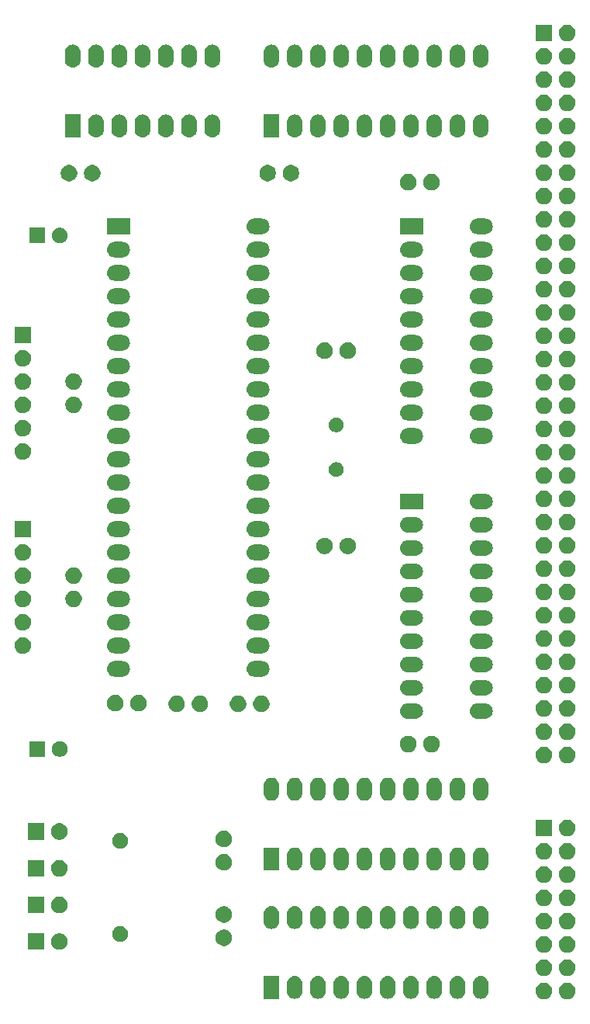
<source format=gbr>
G04 #@! TF.GenerationSoftware,KiCad,Pcbnew,(5.1.5-0-10_14)*
G04 #@! TF.CreationDate,2020-06-11T23:42:41+01:00*
G04 #@! TF.ProjectId,mc68681-basic,6d633638-3638-4312-9d62-617369632e6b,rev?*
G04 #@! TF.SameCoordinates,Original*
G04 #@! TF.FileFunction,Soldermask,Bot*
G04 #@! TF.FilePolarity,Negative*
%FSLAX46Y46*%
G04 Gerber Fmt 4.6, Leading zero omitted, Abs format (unit mm)*
G04 Created by KiCad (PCBNEW (5.1.5-0-10_14)) date 2020-06-11 23:42:41*
%MOMM*%
%LPD*%
G04 APERTURE LIST*
%ADD10C,0.100000*%
G04 APERTURE END LIST*
D10*
G36*
X121113512Y-152483927D02*
G01*
X121262812Y-152513624D01*
X121426784Y-152581544D01*
X121574354Y-152680147D01*
X121699853Y-152805646D01*
X121798456Y-152953216D01*
X121866376Y-153117188D01*
X121901000Y-153291259D01*
X121901000Y-153468741D01*
X121866376Y-153642812D01*
X121798456Y-153806784D01*
X121699853Y-153954354D01*
X121574354Y-154079853D01*
X121426784Y-154178456D01*
X121262812Y-154246376D01*
X121113512Y-154276073D01*
X121088742Y-154281000D01*
X120911258Y-154281000D01*
X120886488Y-154276073D01*
X120737188Y-154246376D01*
X120573216Y-154178456D01*
X120425646Y-154079853D01*
X120300147Y-153954354D01*
X120201544Y-153806784D01*
X120133624Y-153642812D01*
X120099000Y-153468741D01*
X120099000Y-153291259D01*
X120133624Y-153117188D01*
X120201544Y-152953216D01*
X120300147Y-152805646D01*
X120425646Y-152680147D01*
X120573216Y-152581544D01*
X120737188Y-152513624D01*
X120886488Y-152483927D01*
X120911258Y-152479000D01*
X121088742Y-152479000D01*
X121113512Y-152483927D01*
G37*
G36*
X118573512Y-152483927D02*
G01*
X118722812Y-152513624D01*
X118886784Y-152581544D01*
X119034354Y-152680147D01*
X119159853Y-152805646D01*
X119258456Y-152953216D01*
X119326376Y-153117188D01*
X119361000Y-153291259D01*
X119361000Y-153468741D01*
X119326376Y-153642812D01*
X119258456Y-153806784D01*
X119159853Y-153954354D01*
X119034354Y-154079853D01*
X118886784Y-154178456D01*
X118722812Y-154246376D01*
X118573512Y-154276073D01*
X118548742Y-154281000D01*
X118371258Y-154281000D01*
X118346488Y-154276073D01*
X118197188Y-154246376D01*
X118033216Y-154178456D01*
X117885646Y-154079853D01*
X117760147Y-153954354D01*
X117661544Y-153806784D01*
X117593624Y-153642812D01*
X117559000Y-153468741D01*
X117559000Y-153291259D01*
X117593624Y-153117188D01*
X117661544Y-152953216D01*
X117760147Y-152805646D01*
X117885646Y-152680147D01*
X118033216Y-152581544D01*
X118197188Y-152513624D01*
X118346488Y-152483927D01*
X118371258Y-152479000D01*
X118548742Y-152479000D01*
X118573512Y-152483927D01*
G37*
G36*
X91406822Y-151761313D02*
G01*
X91567241Y-151809976D01*
X91715077Y-151888995D01*
X91844659Y-151995341D01*
X91951004Y-152124922D01*
X91951005Y-152124924D01*
X92030024Y-152272758D01*
X92078687Y-152433177D01*
X92091000Y-152558196D01*
X92091000Y-153441803D01*
X92078687Y-153566822D01*
X92030024Y-153727242D01*
X91987509Y-153806782D01*
X91951004Y-153875078D01*
X91844659Y-154004659D01*
X91715078Y-154111004D01*
X91715076Y-154111005D01*
X91567242Y-154190024D01*
X91406823Y-154238687D01*
X91240000Y-154255117D01*
X91073178Y-154238687D01*
X90912759Y-154190024D01*
X90764925Y-154111005D01*
X90764923Y-154111004D01*
X90635342Y-154004659D01*
X90528997Y-153875078D01*
X90492492Y-153806782D01*
X90449977Y-153727242D01*
X90401314Y-153566823D01*
X90389000Y-153441803D01*
X90389000Y-152558197D01*
X90401313Y-152433178D01*
X90449976Y-152272759D01*
X90528995Y-152124923D01*
X90635341Y-151995341D01*
X90764922Y-151888996D01*
X90780094Y-151880886D01*
X90912758Y-151809976D01*
X91073177Y-151761313D01*
X91240000Y-151744883D01*
X91406822Y-151761313D01*
G37*
G36*
X93946822Y-151761313D02*
G01*
X94107241Y-151809976D01*
X94255077Y-151888995D01*
X94384659Y-151995341D01*
X94491004Y-152124922D01*
X94491005Y-152124924D01*
X94570024Y-152272758D01*
X94618687Y-152433177D01*
X94631000Y-152558196D01*
X94631000Y-153441803D01*
X94618687Y-153566822D01*
X94570024Y-153727242D01*
X94527509Y-153806782D01*
X94491004Y-153875078D01*
X94384659Y-154004659D01*
X94255078Y-154111004D01*
X94255076Y-154111005D01*
X94107242Y-154190024D01*
X93946823Y-154238687D01*
X93780000Y-154255117D01*
X93613178Y-154238687D01*
X93452759Y-154190024D01*
X93304925Y-154111005D01*
X93304923Y-154111004D01*
X93175342Y-154004659D01*
X93068997Y-153875078D01*
X93032492Y-153806782D01*
X92989977Y-153727242D01*
X92941314Y-153566823D01*
X92929000Y-153441803D01*
X92929000Y-152558197D01*
X92941313Y-152433178D01*
X92989976Y-152272759D01*
X93068995Y-152124923D01*
X93175341Y-151995341D01*
X93304922Y-151888996D01*
X93320094Y-151880886D01*
X93452758Y-151809976D01*
X93613177Y-151761313D01*
X93780000Y-151744883D01*
X93946822Y-151761313D01*
G37*
G36*
X96486822Y-151761313D02*
G01*
X96647241Y-151809976D01*
X96795077Y-151888995D01*
X96924659Y-151995341D01*
X97031004Y-152124922D01*
X97031005Y-152124924D01*
X97110024Y-152272758D01*
X97158687Y-152433177D01*
X97171000Y-152558196D01*
X97171000Y-153441803D01*
X97158687Y-153566822D01*
X97110024Y-153727242D01*
X97067509Y-153806782D01*
X97031004Y-153875078D01*
X96924659Y-154004659D01*
X96795078Y-154111004D01*
X96795076Y-154111005D01*
X96647242Y-154190024D01*
X96486823Y-154238687D01*
X96320000Y-154255117D01*
X96153178Y-154238687D01*
X95992759Y-154190024D01*
X95844925Y-154111005D01*
X95844923Y-154111004D01*
X95715342Y-154004659D01*
X95608997Y-153875078D01*
X95572492Y-153806782D01*
X95529977Y-153727242D01*
X95481314Y-153566823D01*
X95469000Y-153441803D01*
X95469000Y-152558197D01*
X95481313Y-152433178D01*
X95529976Y-152272759D01*
X95608995Y-152124923D01*
X95715341Y-151995341D01*
X95844922Y-151888996D01*
X95860094Y-151880886D01*
X95992758Y-151809976D01*
X96153177Y-151761313D01*
X96320000Y-151744883D01*
X96486822Y-151761313D01*
G37*
G36*
X99026822Y-151761313D02*
G01*
X99187241Y-151809976D01*
X99335077Y-151888995D01*
X99464659Y-151995341D01*
X99571004Y-152124922D01*
X99571005Y-152124924D01*
X99650024Y-152272758D01*
X99698687Y-152433177D01*
X99711000Y-152558196D01*
X99711000Y-153441803D01*
X99698687Y-153566822D01*
X99650024Y-153727242D01*
X99607509Y-153806782D01*
X99571004Y-153875078D01*
X99464659Y-154004659D01*
X99335078Y-154111004D01*
X99335076Y-154111005D01*
X99187242Y-154190024D01*
X99026823Y-154238687D01*
X98860000Y-154255117D01*
X98693178Y-154238687D01*
X98532759Y-154190024D01*
X98384925Y-154111005D01*
X98384923Y-154111004D01*
X98255342Y-154004659D01*
X98148997Y-153875078D01*
X98112492Y-153806782D01*
X98069977Y-153727242D01*
X98021314Y-153566823D01*
X98009000Y-153441803D01*
X98009000Y-152558197D01*
X98021313Y-152433178D01*
X98069976Y-152272759D01*
X98148995Y-152124923D01*
X98255341Y-151995341D01*
X98384922Y-151888996D01*
X98400094Y-151880886D01*
X98532758Y-151809976D01*
X98693177Y-151761313D01*
X98860000Y-151744883D01*
X99026822Y-151761313D01*
G37*
G36*
X101566822Y-151761313D02*
G01*
X101727241Y-151809976D01*
X101875077Y-151888995D01*
X102004659Y-151995341D01*
X102111004Y-152124922D01*
X102111005Y-152124924D01*
X102190024Y-152272758D01*
X102238687Y-152433177D01*
X102251000Y-152558196D01*
X102251000Y-153441803D01*
X102238687Y-153566822D01*
X102190024Y-153727242D01*
X102147509Y-153806782D01*
X102111004Y-153875078D01*
X102004659Y-154004659D01*
X101875078Y-154111004D01*
X101875076Y-154111005D01*
X101727242Y-154190024D01*
X101566823Y-154238687D01*
X101400000Y-154255117D01*
X101233178Y-154238687D01*
X101072759Y-154190024D01*
X100924925Y-154111005D01*
X100924923Y-154111004D01*
X100795342Y-154004659D01*
X100688997Y-153875078D01*
X100652492Y-153806782D01*
X100609977Y-153727242D01*
X100561314Y-153566823D01*
X100549000Y-153441803D01*
X100549000Y-152558197D01*
X100561313Y-152433178D01*
X100609976Y-152272759D01*
X100688995Y-152124923D01*
X100795341Y-151995341D01*
X100924922Y-151888996D01*
X100940094Y-151880886D01*
X101072758Y-151809976D01*
X101233177Y-151761313D01*
X101400000Y-151744883D01*
X101566822Y-151761313D01*
G37*
G36*
X104106822Y-151761313D02*
G01*
X104267241Y-151809976D01*
X104415077Y-151888995D01*
X104544659Y-151995341D01*
X104651004Y-152124922D01*
X104651005Y-152124924D01*
X104730024Y-152272758D01*
X104778687Y-152433177D01*
X104791000Y-152558196D01*
X104791000Y-153441803D01*
X104778687Y-153566822D01*
X104730024Y-153727242D01*
X104687509Y-153806782D01*
X104651004Y-153875078D01*
X104544659Y-154004659D01*
X104415078Y-154111004D01*
X104415076Y-154111005D01*
X104267242Y-154190024D01*
X104106823Y-154238687D01*
X103940000Y-154255117D01*
X103773178Y-154238687D01*
X103612759Y-154190024D01*
X103464925Y-154111005D01*
X103464923Y-154111004D01*
X103335342Y-154004659D01*
X103228997Y-153875078D01*
X103192492Y-153806782D01*
X103149977Y-153727242D01*
X103101314Y-153566823D01*
X103089000Y-153441803D01*
X103089000Y-152558197D01*
X103101313Y-152433178D01*
X103149976Y-152272759D01*
X103228995Y-152124923D01*
X103335341Y-151995341D01*
X103464922Y-151888996D01*
X103480094Y-151880886D01*
X103612758Y-151809976D01*
X103773177Y-151761313D01*
X103940000Y-151744883D01*
X104106822Y-151761313D01*
G37*
G36*
X106646822Y-151761313D02*
G01*
X106807241Y-151809976D01*
X106955077Y-151888995D01*
X107084659Y-151995341D01*
X107191004Y-152124922D01*
X107191005Y-152124924D01*
X107270024Y-152272758D01*
X107318687Y-152433177D01*
X107331000Y-152558196D01*
X107331000Y-153441803D01*
X107318687Y-153566822D01*
X107270024Y-153727242D01*
X107227509Y-153806782D01*
X107191004Y-153875078D01*
X107084659Y-154004659D01*
X106955078Y-154111004D01*
X106955076Y-154111005D01*
X106807242Y-154190024D01*
X106646823Y-154238687D01*
X106480000Y-154255117D01*
X106313178Y-154238687D01*
X106152759Y-154190024D01*
X106004925Y-154111005D01*
X106004923Y-154111004D01*
X105875342Y-154004659D01*
X105768997Y-153875078D01*
X105732492Y-153806782D01*
X105689977Y-153727242D01*
X105641314Y-153566823D01*
X105629000Y-153441803D01*
X105629000Y-152558197D01*
X105641313Y-152433178D01*
X105689976Y-152272759D01*
X105768995Y-152124923D01*
X105875341Y-151995341D01*
X106004922Y-151888996D01*
X106020094Y-151880886D01*
X106152758Y-151809976D01*
X106313177Y-151761313D01*
X106480000Y-151744883D01*
X106646822Y-151761313D01*
G37*
G36*
X109186822Y-151761313D02*
G01*
X109347241Y-151809976D01*
X109495077Y-151888995D01*
X109624659Y-151995341D01*
X109731004Y-152124922D01*
X109731005Y-152124924D01*
X109810024Y-152272758D01*
X109858687Y-152433177D01*
X109871000Y-152558196D01*
X109871000Y-153441803D01*
X109858687Y-153566822D01*
X109810024Y-153727242D01*
X109767509Y-153806782D01*
X109731004Y-153875078D01*
X109624659Y-154004659D01*
X109495078Y-154111004D01*
X109495076Y-154111005D01*
X109347242Y-154190024D01*
X109186823Y-154238687D01*
X109020000Y-154255117D01*
X108853178Y-154238687D01*
X108692759Y-154190024D01*
X108544925Y-154111005D01*
X108544923Y-154111004D01*
X108415342Y-154004659D01*
X108308997Y-153875078D01*
X108272492Y-153806782D01*
X108229977Y-153727242D01*
X108181314Y-153566823D01*
X108169000Y-153441803D01*
X108169000Y-152558197D01*
X108181313Y-152433178D01*
X108229976Y-152272759D01*
X108308995Y-152124923D01*
X108415341Y-151995341D01*
X108544922Y-151888996D01*
X108560094Y-151880886D01*
X108692758Y-151809976D01*
X108853177Y-151761313D01*
X109020000Y-151744883D01*
X109186822Y-151761313D01*
G37*
G36*
X111726822Y-151761313D02*
G01*
X111887241Y-151809976D01*
X112035077Y-151888995D01*
X112164659Y-151995341D01*
X112271004Y-152124922D01*
X112271005Y-152124924D01*
X112350024Y-152272758D01*
X112398687Y-152433177D01*
X112411000Y-152558196D01*
X112411000Y-153441803D01*
X112398687Y-153566822D01*
X112350024Y-153727242D01*
X112307509Y-153806782D01*
X112271004Y-153875078D01*
X112164659Y-154004659D01*
X112035078Y-154111004D01*
X112035076Y-154111005D01*
X111887242Y-154190024D01*
X111726823Y-154238687D01*
X111560000Y-154255117D01*
X111393178Y-154238687D01*
X111232759Y-154190024D01*
X111084925Y-154111005D01*
X111084923Y-154111004D01*
X110955342Y-154004659D01*
X110848997Y-153875078D01*
X110812492Y-153806782D01*
X110769977Y-153727242D01*
X110721314Y-153566823D01*
X110709000Y-153441803D01*
X110709000Y-152558197D01*
X110721313Y-152433178D01*
X110769976Y-152272759D01*
X110848995Y-152124923D01*
X110955341Y-151995341D01*
X111084922Y-151888996D01*
X111100094Y-151880886D01*
X111232758Y-151809976D01*
X111393177Y-151761313D01*
X111560000Y-151744883D01*
X111726822Y-151761313D01*
G37*
G36*
X89551000Y-154251000D02*
G01*
X87849000Y-154251000D01*
X87849000Y-151749000D01*
X89551000Y-151749000D01*
X89551000Y-154251000D01*
G37*
G36*
X121113512Y-149943927D02*
G01*
X121262812Y-149973624D01*
X121426784Y-150041544D01*
X121574354Y-150140147D01*
X121699853Y-150265646D01*
X121798456Y-150413216D01*
X121866376Y-150577188D01*
X121901000Y-150751259D01*
X121901000Y-150928741D01*
X121866376Y-151102812D01*
X121798456Y-151266784D01*
X121699853Y-151414354D01*
X121574354Y-151539853D01*
X121426784Y-151638456D01*
X121262812Y-151706376D01*
X121113512Y-151736073D01*
X121088742Y-151741000D01*
X120911258Y-151741000D01*
X120886488Y-151736073D01*
X120737188Y-151706376D01*
X120573216Y-151638456D01*
X120425646Y-151539853D01*
X120300147Y-151414354D01*
X120201544Y-151266784D01*
X120133624Y-151102812D01*
X120099000Y-150928741D01*
X120099000Y-150751259D01*
X120133624Y-150577188D01*
X120201544Y-150413216D01*
X120300147Y-150265646D01*
X120425646Y-150140147D01*
X120573216Y-150041544D01*
X120737188Y-149973624D01*
X120886488Y-149943927D01*
X120911258Y-149939000D01*
X121088742Y-149939000D01*
X121113512Y-149943927D01*
G37*
G36*
X118573512Y-149943927D02*
G01*
X118722812Y-149973624D01*
X118886784Y-150041544D01*
X119034354Y-150140147D01*
X119159853Y-150265646D01*
X119258456Y-150413216D01*
X119326376Y-150577188D01*
X119361000Y-150751259D01*
X119361000Y-150928741D01*
X119326376Y-151102812D01*
X119258456Y-151266784D01*
X119159853Y-151414354D01*
X119034354Y-151539853D01*
X118886784Y-151638456D01*
X118722812Y-151706376D01*
X118573512Y-151736073D01*
X118548742Y-151741000D01*
X118371258Y-151741000D01*
X118346488Y-151736073D01*
X118197188Y-151706376D01*
X118033216Y-151638456D01*
X117885646Y-151539853D01*
X117760147Y-151414354D01*
X117661544Y-151266784D01*
X117593624Y-151102812D01*
X117559000Y-150928741D01*
X117559000Y-150751259D01*
X117593624Y-150577188D01*
X117661544Y-150413216D01*
X117760147Y-150265646D01*
X117885646Y-150140147D01*
X118033216Y-150041544D01*
X118197188Y-149973624D01*
X118346488Y-149943927D01*
X118371258Y-149939000D01*
X118548742Y-149939000D01*
X118573512Y-149943927D01*
G37*
G36*
X121113512Y-147403927D02*
G01*
X121262812Y-147433624D01*
X121426784Y-147501544D01*
X121574354Y-147600147D01*
X121699853Y-147725646D01*
X121798456Y-147873216D01*
X121866376Y-148037188D01*
X121901000Y-148211259D01*
X121901000Y-148388741D01*
X121866376Y-148562812D01*
X121798456Y-148726784D01*
X121699853Y-148874354D01*
X121574354Y-148999853D01*
X121426784Y-149098456D01*
X121262812Y-149166376D01*
X121113512Y-149196073D01*
X121088742Y-149201000D01*
X120911258Y-149201000D01*
X120886488Y-149196073D01*
X120737188Y-149166376D01*
X120573216Y-149098456D01*
X120425646Y-148999853D01*
X120300147Y-148874354D01*
X120201544Y-148726784D01*
X120133624Y-148562812D01*
X120099000Y-148388741D01*
X120099000Y-148211259D01*
X120133624Y-148037188D01*
X120201544Y-147873216D01*
X120300147Y-147725646D01*
X120425646Y-147600147D01*
X120573216Y-147501544D01*
X120737188Y-147433624D01*
X120886488Y-147403927D01*
X120911258Y-147399000D01*
X121088742Y-147399000D01*
X121113512Y-147403927D01*
G37*
G36*
X118573512Y-147403927D02*
G01*
X118722812Y-147433624D01*
X118886784Y-147501544D01*
X119034354Y-147600147D01*
X119159853Y-147725646D01*
X119258456Y-147873216D01*
X119326376Y-148037188D01*
X119361000Y-148211259D01*
X119361000Y-148388741D01*
X119326376Y-148562812D01*
X119258456Y-148726784D01*
X119159853Y-148874354D01*
X119034354Y-148999853D01*
X118886784Y-149098456D01*
X118722812Y-149166376D01*
X118573512Y-149196073D01*
X118548742Y-149201000D01*
X118371258Y-149201000D01*
X118346488Y-149196073D01*
X118197188Y-149166376D01*
X118033216Y-149098456D01*
X117885646Y-148999853D01*
X117760147Y-148874354D01*
X117661544Y-148726784D01*
X117593624Y-148562812D01*
X117559000Y-148388741D01*
X117559000Y-148211259D01*
X117593624Y-148037188D01*
X117661544Y-147873216D01*
X117760147Y-147725646D01*
X117885646Y-147600147D01*
X118033216Y-147501544D01*
X118197188Y-147433624D01*
X118346488Y-147403927D01*
X118371258Y-147399000D01*
X118548742Y-147399000D01*
X118573512Y-147403927D01*
G37*
G36*
X65653512Y-147103927D02*
G01*
X65802812Y-147133624D01*
X65966784Y-147201544D01*
X66114354Y-147300147D01*
X66239853Y-147425646D01*
X66338456Y-147573216D01*
X66406376Y-147737188D01*
X66441000Y-147911259D01*
X66441000Y-148088741D01*
X66406376Y-148262812D01*
X66338456Y-148426784D01*
X66239853Y-148574354D01*
X66114354Y-148699853D01*
X65966784Y-148798456D01*
X65802812Y-148866376D01*
X65653512Y-148896073D01*
X65628742Y-148901000D01*
X65451258Y-148901000D01*
X65426488Y-148896073D01*
X65277188Y-148866376D01*
X65113216Y-148798456D01*
X64965646Y-148699853D01*
X64840147Y-148574354D01*
X64741544Y-148426784D01*
X64673624Y-148262812D01*
X64639000Y-148088741D01*
X64639000Y-147911259D01*
X64673624Y-147737188D01*
X64741544Y-147573216D01*
X64840147Y-147425646D01*
X64965646Y-147300147D01*
X65113216Y-147201544D01*
X65277188Y-147133624D01*
X65426488Y-147103927D01*
X65451258Y-147099000D01*
X65628742Y-147099000D01*
X65653512Y-147103927D01*
G37*
G36*
X63901000Y-148901000D02*
G01*
X62099000Y-148901000D01*
X62099000Y-147099000D01*
X63901000Y-147099000D01*
X63901000Y-148901000D01*
G37*
G36*
X83763015Y-146717151D02*
G01*
X83895197Y-146771903D01*
X83927115Y-146785124D01*
X84074800Y-146883804D01*
X84200396Y-147009400D01*
X84283401Y-147133625D01*
X84299077Y-147157087D01*
X84367049Y-147321185D01*
X84401700Y-147495389D01*
X84401700Y-147673011D01*
X84367049Y-147847215D01*
X84299077Y-148011313D01*
X84299076Y-148011315D01*
X84200396Y-148159000D01*
X84074800Y-148284596D01*
X83927115Y-148383276D01*
X83927114Y-148383277D01*
X83927113Y-148383277D01*
X83763015Y-148451249D01*
X83588811Y-148485900D01*
X83411189Y-148485900D01*
X83236985Y-148451249D01*
X83072887Y-148383277D01*
X83072886Y-148383277D01*
X83072885Y-148383276D01*
X82925200Y-148284596D01*
X82799604Y-148159000D01*
X82700924Y-148011315D01*
X82700923Y-148011313D01*
X82632951Y-147847215D01*
X82598300Y-147673011D01*
X82598300Y-147495389D01*
X82632951Y-147321185D01*
X82700923Y-147157087D01*
X82716600Y-147133625D01*
X82799604Y-147009400D01*
X82925200Y-146883804D01*
X83072885Y-146785124D01*
X83104803Y-146771903D01*
X83236985Y-146717151D01*
X83411189Y-146682500D01*
X83588811Y-146682500D01*
X83763015Y-146717151D01*
G37*
G36*
X72423228Y-146356703D02*
G01*
X72578100Y-146420853D01*
X72717481Y-146513985D01*
X72836015Y-146632519D01*
X72929147Y-146771900D01*
X72993297Y-146926772D01*
X73026000Y-147091184D01*
X73026000Y-147258816D01*
X72993297Y-147423228D01*
X72929147Y-147578100D01*
X72836015Y-147717481D01*
X72717481Y-147836015D01*
X72578100Y-147929147D01*
X72423228Y-147993297D01*
X72258816Y-148026000D01*
X72091184Y-148026000D01*
X71926772Y-147993297D01*
X71771900Y-147929147D01*
X71632519Y-147836015D01*
X71513985Y-147717481D01*
X71420853Y-147578100D01*
X71356703Y-147423228D01*
X71324000Y-147258816D01*
X71324000Y-147091184D01*
X71356703Y-146926772D01*
X71420853Y-146771900D01*
X71513985Y-146632519D01*
X71632519Y-146513985D01*
X71771900Y-146420853D01*
X71926772Y-146356703D01*
X72091184Y-146324000D01*
X72258816Y-146324000D01*
X72423228Y-146356703D01*
G37*
G36*
X121113512Y-144863927D02*
G01*
X121262812Y-144893624D01*
X121426784Y-144961544D01*
X121574354Y-145060147D01*
X121699853Y-145185646D01*
X121798456Y-145333216D01*
X121866376Y-145497188D01*
X121901000Y-145671259D01*
X121901000Y-145848741D01*
X121866376Y-146022812D01*
X121798456Y-146186784D01*
X121699853Y-146334354D01*
X121574354Y-146459853D01*
X121426784Y-146558456D01*
X121262812Y-146626376D01*
X121113512Y-146656073D01*
X121088742Y-146661000D01*
X120911258Y-146661000D01*
X120886488Y-146656073D01*
X120737188Y-146626376D01*
X120573216Y-146558456D01*
X120425646Y-146459853D01*
X120300147Y-146334354D01*
X120201544Y-146186784D01*
X120133624Y-146022812D01*
X120099000Y-145848741D01*
X120099000Y-145671259D01*
X120133624Y-145497188D01*
X120201544Y-145333216D01*
X120300147Y-145185646D01*
X120425646Y-145060147D01*
X120573216Y-144961544D01*
X120737188Y-144893624D01*
X120886488Y-144863927D01*
X120911258Y-144859000D01*
X121088742Y-144859000D01*
X121113512Y-144863927D01*
G37*
G36*
X118573512Y-144863927D02*
G01*
X118722812Y-144893624D01*
X118886784Y-144961544D01*
X119034354Y-145060147D01*
X119159853Y-145185646D01*
X119258456Y-145333216D01*
X119326376Y-145497188D01*
X119361000Y-145671259D01*
X119361000Y-145848741D01*
X119326376Y-146022812D01*
X119258456Y-146186784D01*
X119159853Y-146334354D01*
X119034354Y-146459853D01*
X118886784Y-146558456D01*
X118722812Y-146626376D01*
X118573512Y-146656073D01*
X118548742Y-146661000D01*
X118371258Y-146661000D01*
X118346488Y-146656073D01*
X118197188Y-146626376D01*
X118033216Y-146558456D01*
X117885646Y-146459853D01*
X117760147Y-146334354D01*
X117661544Y-146186784D01*
X117593624Y-146022812D01*
X117559000Y-145848741D01*
X117559000Y-145671259D01*
X117593624Y-145497188D01*
X117661544Y-145333216D01*
X117760147Y-145185646D01*
X117885646Y-145060147D01*
X118033216Y-144961544D01*
X118197188Y-144893624D01*
X118346488Y-144863927D01*
X118371258Y-144859000D01*
X118548742Y-144859000D01*
X118573512Y-144863927D01*
G37*
G36*
X99026822Y-144141313D02*
G01*
X99187241Y-144189976D01*
X99335077Y-144268995D01*
X99426231Y-144343804D01*
X99464659Y-144375341D01*
X99571004Y-144504922D01*
X99571005Y-144504924D01*
X99650024Y-144652758D01*
X99698687Y-144813177D01*
X99711000Y-144938196D01*
X99711000Y-145821803D01*
X99698687Y-145946822D01*
X99650024Y-146107242D01*
X99607509Y-146186782D01*
X99571004Y-146255078D01*
X99464659Y-146384659D01*
X99335078Y-146491004D01*
X99335076Y-146491005D01*
X99187242Y-146570024D01*
X99026823Y-146618687D01*
X98860000Y-146635117D01*
X98693178Y-146618687D01*
X98532759Y-146570024D01*
X98384925Y-146491005D01*
X98384923Y-146491004D01*
X98255342Y-146384659D01*
X98148997Y-146255078D01*
X98112492Y-146186782D01*
X98069977Y-146107242D01*
X98021314Y-145946823D01*
X98009000Y-145821803D01*
X98009000Y-144938197D01*
X98021313Y-144813178D01*
X98069976Y-144652759D01*
X98148995Y-144504923D01*
X98255341Y-144375341D01*
X98293769Y-144343804D01*
X98384922Y-144268996D01*
X98400094Y-144260886D01*
X98532758Y-144189976D01*
X98693177Y-144141313D01*
X98860000Y-144124883D01*
X99026822Y-144141313D01*
G37*
G36*
X91406822Y-144141313D02*
G01*
X91567241Y-144189976D01*
X91715077Y-144268995D01*
X91806231Y-144343804D01*
X91844659Y-144375341D01*
X91951004Y-144504922D01*
X91951005Y-144504924D01*
X92030024Y-144652758D01*
X92078687Y-144813177D01*
X92091000Y-144938196D01*
X92091000Y-145821803D01*
X92078687Y-145946822D01*
X92030024Y-146107242D01*
X91987509Y-146186782D01*
X91951004Y-146255078D01*
X91844659Y-146384659D01*
X91715078Y-146491004D01*
X91715076Y-146491005D01*
X91567242Y-146570024D01*
X91406823Y-146618687D01*
X91240000Y-146635117D01*
X91073178Y-146618687D01*
X90912759Y-146570024D01*
X90764925Y-146491005D01*
X90764923Y-146491004D01*
X90635342Y-146384659D01*
X90528997Y-146255078D01*
X90492492Y-146186782D01*
X90449977Y-146107242D01*
X90401314Y-145946823D01*
X90389000Y-145821803D01*
X90389000Y-144938197D01*
X90401313Y-144813178D01*
X90449976Y-144652759D01*
X90528995Y-144504923D01*
X90635341Y-144375341D01*
X90673769Y-144343804D01*
X90764922Y-144268996D01*
X90780094Y-144260886D01*
X90912758Y-144189976D01*
X91073177Y-144141313D01*
X91240000Y-144124883D01*
X91406822Y-144141313D01*
G37*
G36*
X88866822Y-144141313D02*
G01*
X89027241Y-144189976D01*
X89175077Y-144268995D01*
X89266231Y-144343804D01*
X89304659Y-144375341D01*
X89411004Y-144504922D01*
X89411005Y-144504924D01*
X89490024Y-144652758D01*
X89538687Y-144813177D01*
X89551000Y-144938196D01*
X89551000Y-145821803D01*
X89538687Y-145946822D01*
X89490024Y-146107242D01*
X89447509Y-146186782D01*
X89411004Y-146255078D01*
X89304659Y-146384659D01*
X89175078Y-146491004D01*
X89175076Y-146491005D01*
X89027242Y-146570024D01*
X88866823Y-146618687D01*
X88700000Y-146635117D01*
X88533178Y-146618687D01*
X88372759Y-146570024D01*
X88224925Y-146491005D01*
X88224923Y-146491004D01*
X88095342Y-146384659D01*
X87988997Y-146255078D01*
X87952492Y-146186782D01*
X87909977Y-146107242D01*
X87861314Y-145946823D01*
X87849000Y-145821803D01*
X87849000Y-144938197D01*
X87861313Y-144813178D01*
X87909976Y-144652759D01*
X87988995Y-144504923D01*
X88095341Y-144375341D01*
X88133769Y-144343804D01*
X88224922Y-144268996D01*
X88240094Y-144260886D01*
X88372758Y-144189976D01*
X88533177Y-144141313D01*
X88700000Y-144124883D01*
X88866822Y-144141313D01*
G37*
G36*
X93946822Y-144141313D02*
G01*
X94107241Y-144189976D01*
X94255077Y-144268995D01*
X94346231Y-144343804D01*
X94384659Y-144375341D01*
X94491004Y-144504922D01*
X94491005Y-144504924D01*
X94570024Y-144652758D01*
X94618687Y-144813177D01*
X94631000Y-144938196D01*
X94631000Y-145821803D01*
X94618687Y-145946822D01*
X94570024Y-146107242D01*
X94527509Y-146186782D01*
X94491004Y-146255078D01*
X94384659Y-146384659D01*
X94255078Y-146491004D01*
X94255076Y-146491005D01*
X94107242Y-146570024D01*
X93946823Y-146618687D01*
X93780000Y-146635117D01*
X93613178Y-146618687D01*
X93452759Y-146570024D01*
X93304925Y-146491005D01*
X93304923Y-146491004D01*
X93175342Y-146384659D01*
X93068997Y-146255078D01*
X93032492Y-146186782D01*
X92989977Y-146107242D01*
X92941314Y-145946823D01*
X92929000Y-145821803D01*
X92929000Y-144938197D01*
X92941313Y-144813178D01*
X92989976Y-144652759D01*
X93068995Y-144504923D01*
X93175341Y-144375341D01*
X93213769Y-144343804D01*
X93304922Y-144268996D01*
X93320094Y-144260886D01*
X93452758Y-144189976D01*
X93613177Y-144141313D01*
X93780000Y-144124883D01*
X93946822Y-144141313D01*
G37*
G36*
X96486822Y-144141313D02*
G01*
X96647241Y-144189976D01*
X96795077Y-144268995D01*
X96886231Y-144343804D01*
X96924659Y-144375341D01*
X97031004Y-144504922D01*
X97031005Y-144504924D01*
X97110024Y-144652758D01*
X97158687Y-144813177D01*
X97171000Y-144938196D01*
X97171000Y-145821803D01*
X97158687Y-145946822D01*
X97110024Y-146107242D01*
X97067509Y-146186782D01*
X97031004Y-146255078D01*
X96924659Y-146384659D01*
X96795078Y-146491004D01*
X96795076Y-146491005D01*
X96647242Y-146570024D01*
X96486823Y-146618687D01*
X96320000Y-146635117D01*
X96153178Y-146618687D01*
X95992759Y-146570024D01*
X95844925Y-146491005D01*
X95844923Y-146491004D01*
X95715342Y-146384659D01*
X95608997Y-146255078D01*
X95572492Y-146186782D01*
X95529977Y-146107242D01*
X95481314Y-145946823D01*
X95469000Y-145821803D01*
X95469000Y-144938197D01*
X95481313Y-144813178D01*
X95529976Y-144652759D01*
X95608995Y-144504923D01*
X95715341Y-144375341D01*
X95753769Y-144343804D01*
X95844922Y-144268996D01*
X95860094Y-144260886D01*
X95992758Y-144189976D01*
X96153177Y-144141313D01*
X96320000Y-144124883D01*
X96486822Y-144141313D01*
G37*
G36*
X101566822Y-144141313D02*
G01*
X101727241Y-144189976D01*
X101875077Y-144268995D01*
X101966231Y-144343804D01*
X102004659Y-144375341D01*
X102111004Y-144504922D01*
X102111005Y-144504924D01*
X102190024Y-144652758D01*
X102238687Y-144813177D01*
X102251000Y-144938196D01*
X102251000Y-145821803D01*
X102238687Y-145946822D01*
X102190024Y-146107242D01*
X102147509Y-146186782D01*
X102111004Y-146255078D01*
X102004659Y-146384659D01*
X101875078Y-146491004D01*
X101875076Y-146491005D01*
X101727242Y-146570024D01*
X101566823Y-146618687D01*
X101400000Y-146635117D01*
X101233178Y-146618687D01*
X101072759Y-146570024D01*
X100924925Y-146491005D01*
X100924923Y-146491004D01*
X100795342Y-146384659D01*
X100688997Y-146255078D01*
X100652492Y-146186782D01*
X100609977Y-146107242D01*
X100561314Y-145946823D01*
X100549000Y-145821803D01*
X100549000Y-144938197D01*
X100561313Y-144813178D01*
X100609976Y-144652759D01*
X100688995Y-144504923D01*
X100795341Y-144375341D01*
X100833769Y-144343804D01*
X100924922Y-144268996D01*
X100940094Y-144260886D01*
X101072758Y-144189976D01*
X101233177Y-144141313D01*
X101400000Y-144124883D01*
X101566822Y-144141313D01*
G37*
G36*
X104106822Y-144141313D02*
G01*
X104267241Y-144189976D01*
X104415077Y-144268995D01*
X104506231Y-144343804D01*
X104544659Y-144375341D01*
X104651004Y-144504922D01*
X104651005Y-144504924D01*
X104730024Y-144652758D01*
X104778687Y-144813177D01*
X104791000Y-144938196D01*
X104791000Y-145821803D01*
X104778687Y-145946822D01*
X104730024Y-146107242D01*
X104687509Y-146186782D01*
X104651004Y-146255078D01*
X104544659Y-146384659D01*
X104415078Y-146491004D01*
X104415076Y-146491005D01*
X104267242Y-146570024D01*
X104106823Y-146618687D01*
X103940000Y-146635117D01*
X103773178Y-146618687D01*
X103612759Y-146570024D01*
X103464925Y-146491005D01*
X103464923Y-146491004D01*
X103335342Y-146384659D01*
X103228997Y-146255078D01*
X103192492Y-146186782D01*
X103149977Y-146107242D01*
X103101314Y-145946823D01*
X103089000Y-145821803D01*
X103089000Y-144938197D01*
X103101313Y-144813178D01*
X103149976Y-144652759D01*
X103228995Y-144504923D01*
X103335341Y-144375341D01*
X103373769Y-144343804D01*
X103464922Y-144268996D01*
X103480094Y-144260886D01*
X103612758Y-144189976D01*
X103773177Y-144141313D01*
X103940000Y-144124883D01*
X104106822Y-144141313D01*
G37*
G36*
X106646822Y-144141313D02*
G01*
X106807241Y-144189976D01*
X106955077Y-144268995D01*
X107046231Y-144343804D01*
X107084659Y-144375341D01*
X107191004Y-144504922D01*
X107191005Y-144504924D01*
X107270024Y-144652758D01*
X107318687Y-144813177D01*
X107331000Y-144938196D01*
X107331000Y-145821803D01*
X107318687Y-145946822D01*
X107270024Y-146107242D01*
X107227509Y-146186782D01*
X107191004Y-146255078D01*
X107084659Y-146384659D01*
X106955078Y-146491004D01*
X106955076Y-146491005D01*
X106807242Y-146570024D01*
X106646823Y-146618687D01*
X106480000Y-146635117D01*
X106313178Y-146618687D01*
X106152759Y-146570024D01*
X106004925Y-146491005D01*
X106004923Y-146491004D01*
X105875342Y-146384659D01*
X105768997Y-146255078D01*
X105732492Y-146186782D01*
X105689977Y-146107242D01*
X105641314Y-145946823D01*
X105629000Y-145821803D01*
X105629000Y-144938197D01*
X105641313Y-144813178D01*
X105689976Y-144652759D01*
X105768995Y-144504923D01*
X105875341Y-144375341D01*
X105913769Y-144343804D01*
X106004922Y-144268996D01*
X106020094Y-144260886D01*
X106152758Y-144189976D01*
X106313177Y-144141313D01*
X106480000Y-144124883D01*
X106646822Y-144141313D01*
G37*
G36*
X109186822Y-144141313D02*
G01*
X109347241Y-144189976D01*
X109495077Y-144268995D01*
X109586231Y-144343804D01*
X109624659Y-144375341D01*
X109731004Y-144504922D01*
X109731005Y-144504924D01*
X109810024Y-144652758D01*
X109858687Y-144813177D01*
X109871000Y-144938196D01*
X109871000Y-145821803D01*
X109858687Y-145946822D01*
X109810024Y-146107242D01*
X109767509Y-146186782D01*
X109731004Y-146255078D01*
X109624659Y-146384659D01*
X109495078Y-146491004D01*
X109495076Y-146491005D01*
X109347242Y-146570024D01*
X109186823Y-146618687D01*
X109020000Y-146635117D01*
X108853178Y-146618687D01*
X108692759Y-146570024D01*
X108544925Y-146491005D01*
X108544923Y-146491004D01*
X108415342Y-146384659D01*
X108308997Y-146255078D01*
X108272492Y-146186782D01*
X108229977Y-146107242D01*
X108181314Y-145946823D01*
X108169000Y-145821803D01*
X108169000Y-144938197D01*
X108181313Y-144813178D01*
X108229976Y-144652759D01*
X108308995Y-144504923D01*
X108415341Y-144375341D01*
X108453769Y-144343804D01*
X108544922Y-144268996D01*
X108560094Y-144260886D01*
X108692758Y-144189976D01*
X108853177Y-144141313D01*
X109020000Y-144124883D01*
X109186822Y-144141313D01*
G37*
G36*
X111726822Y-144141313D02*
G01*
X111887241Y-144189976D01*
X112035077Y-144268995D01*
X112126231Y-144343804D01*
X112164659Y-144375341D01*
X112271004Y-144504922D01*
X112271005Y-144504924D01*
X112350024Y-144652758D01*
X112398687Y-144813177D01*
X112411000Y-144938196D01*
X112411000Y-145821803D01*
X112398687Y-145946822D01*
X112350024Y-146107242D01*
X112307509Y-146186782D01*
X112271004Y-146255078D01*
X112164659Y-146384659D01*
X112035078Y-146491004D01*
X112035076Y-146491005D01*
X111887242Y-146570024D01*
X111726823Y-146618687D01*
X111560000Y-146635117D01*
X111393178Y-146618687D01*
X111232759Y-146570024D01*
X111084925Y-146491005D01*
X111084923Y-146491004D01*
X110955342Y-146384659D01*
X110848997Y-146255078D01*
X110812492Y-146186782D01*
X110769977Y-146107242D01*
X110721314Y-145946823D01*
X110709000Y-145821803D01*
X110709000Y-144938197D01*
X110721313Y-144813178D01*
X110769976Y-144652759D01*
X110848995Y-144504923D01*
X110955341Y-144375341D01*
X110993769Y-144343804D01*
X111084922Y-144268996D01*
X111100094Y-144260886D01*
X111232758Y-144189976D01*
X111393177Y-144141313D01*
X111560000Y-144124883D01*
X111726822Y-144141313D01*
G37*
G36*
X83763015Y-144177151D02*
G01*
X83927113Y-144245123D01*
X83927115Y-144245124D01*
X83953585Y-144262811D01*
X84074800Y-144343804D01*
X84200396Y-144469400D01*
X84299077Y-144617087D01*
X84367049Y-144781185D01*
X84401700Y-144955389D01*
X84401700Y-145133011D01*
X84367049Y-145307215D01*
X84356278Y-145333218D01*
X84299076Y-145471315D01*
X84200396Y-145619000D01*
X84074800Y-145744596D01*
X83927115Y-145843276D01*
X83927114Y-145843277D01*
X83927113Y-145843277D01*
X83763015Y-145911249D01*
X83588811Y-145945900D01*
X83411189Y-145945900D01*
X83236985Y-145911249D01*
X83072887Y-145843277D01*
X83072886Y-145843277D01*
X83072885Y-145843276D01*
X82925200Y-145744596D01*
X82799604Y-145619000D01*
X82700924Y-145471315D01*
X82643722Y-145333218D01*
X82632951Y-145307215D01*
X82598300Y-145133011D01*
X82598300Y-144955389D01*
X82632951Y-144781185D01*
X82700923Y-144617087D01*
X82799604Y-144469400D01*
X82925200Y-144343804D01*
X83046415Y-144262811D01*
X83072885Y-144245124D01*
X83072887Y-144245123D01*
X83236985Y-144177151D01*
X83411189Y-144142500D01*
X83588811Y-144142500D01*
X83763015Y-144177151D01*
G37*
G36*
X65653512Y-143103927D02*
G01*
X65802812Y-143133624D01*
X65966784Y-143201544D01*
X66114354Y-143300147D01*
X66239853Y-143425646D01*
X66338456Y-143573216D01*
X66406376Y-143737188D01*
X66441000Y-143911259D01*
X66441000Y-144088741D01*
X66406376Y-144262812D01*
X66338456Y-144426784D01*
X66239853Y-144574354D01*
X66114354Y-144699853D01*
X65966784Y-144798456D01*
X65802812Y-144866376D01*
X65653512Y-144896073D01*
X65628742Y-144901000D01*
X65451258Y-144901000D01*
X65426488Y-144896073D01*
X65277188Y-144866376D01*
X65113216Y-144798456D01*
X64965646Y-144699853D01*
X64840147Y-144574354D01*
X64741544Y-144426784D01*
X64673624Y-144262812D01*
X64639000Y-144088741D01*
X64639000Y-143911259D01*
X64673624Y-143737188D01*
X64741544Y-143573216D01*
X64840147Y-143425646D01*
X64965646Y-143300147D01*
X65113216Y-143201544D01*
X65277188Y-143133624D01*
X65426488Y-143103927D01*
X65451258Y-143099000D01*
X65628742Y-143099000D01*
X65653512Y-143103927D01*
G37*
G36*
X63901000Y-144901000D02*
G01*
X62099000Y-144901000D01*
X62099000Y-143099000D01*
X63901000Y-143099000D01*
X63901000Y-144901000D01*
G37*
G36*
X118573512Y-142323927D02*
G01*
X118722812Y-142353624D01*
X118886784Y-142421544D01*
X119034354Y-142520147D01*
X119159853Y-142645646D01*
X119258456Y-142793216D01*
X119326376Y-142957188D01*
X119361000Y-143131259D01*
X119361000Y-143308741D01*
X119326376Y-143482812D01*
X119258456Y-143646784D01*
X119159853Y-143794354D01*
X119034354Y-143919853D01*
X118886784Y-144018456D01*
X118722812Y-144086376D01*
X118573512Y-144116073D01*
X118548742Y-144121000D01*
X118371258Y-144121000D01*
X118346488Y-144116073D01*
X118197188Y-144086376D01*
X118033216Y-144018456D01*
X117885646Y-143919853D01*
X117760147Y-143794354D01*
X117661544Y-143646784D01*
X117593624Y-143482812D01*
X117559000Y-143308741D01*
X117559000Y-143131259D01*
X117593624Y-142957188D01*
X117661544Y-142793216D01*
X117760147Y-142645646D01*
X117885646Y-142520147D01*
X118033216Y-142421544D01*
X118197188Y-142353624D01*
X118346488Y-142323927D01*
X118371258Y-142319000D01*
X118548742Y-142319000D01*
X118573512Y-142323927D01*
G37*
G36*
X121113512Y-142323927D02*
G01*
X121262812Y-142353624D01*
X121426784Y-142421544D01*
X121574354Y-142520147D01*
X121699853Y-142645646D01*
X121798456Y-142793216D01*
X121866376Y-142957188D01*
X121901000Y-143131259D01*
X121901000Y-143308741D01*
X121866376Y-143482812D01*
X121798456Y-143646784D01*
X121699853Y-143794354D01*
X121574354Y-143919853D01*
X121426784Y-144018456D01*
X121262812Y-144086376D01*
X121113512Y-144116073D01*
X121088742Y-144121000D01*
X120911258Y-144121000D01*
X120886488Y-144116073D01*
X120737188Y-144086376D01*
X120573216Y-144018456D01*
X120425646Y-143919853D01*
X120300147Y-143794354D01*
X120201544Y-143646784D01*
X120133624Y-143482812D01*
X120099000Y-143308741D01*
X120099000Y-143131259D01*
X120133624Y-142957188D01*
X120201544Y-142793216D01*
X120300147Y-142645646D01*
X120425646Y-142520147D01*
X120573216Y-142421544D01*
X120737188Y-142353624D01*
X120886488Y-142323927D01*
X120911258Y-142319000D01*
X121088742Y-142319000D01*
X121113512Y-142323927D01*
G37*
G36*
X118568424Y-139782915D02*
G01*
X118722812Y-139813624D01*
X118886784Y-139881544D01*
X119034354Y-139980147D01*
X119159853Y-140105646D01*
X119258456Y-140253216D01*
X119326376Y-140417188D01*
X119356073Y-140566488D01*
X119357638Y-140574354D01*
X119361000Y-140591259D01*
X119361000Y-140768741D01*
X119326376Y-140942812D01*
X119258456Y-141106784D01*
X119159853Y-141254354D01*
X119034354Y-141379853D01*
X118886784Y-141478456D01*
X118722812Y-141546376D01*
X118573512Y-141576073D01*
X118548742Y-141581000D01*
X118371258Y-141581000D01*
X118346488Y-141576073D01*
X118197188Y-141546376D01*
X118033216Y-141478456D01*
X117885646Y-141379853D01*
X117760147Y-141254354D01*
X117661544Y-141106784D01*
X117593624Y-140942812D01*
X117559000Y-140768741D01*
X117559000Y-140591259D01*
X117562363Y-140574354D01*
X117563927Y-140566488D01*
X117593624Y-140417188D01*
X117661544Y-140253216D01*
X117760147Y-140105646D01*
X117885646Y-139980147D01*
X118033216Y-139881544D01*
X118197188Y-139813624D01*
X118351576Y-139782915D01*
X118371258Y-139779000D01*
X118548742Y-139779000D01*
X118568424Y-139782915D01*
G37*
G36*
X121108424Y-139782915D02*
G01*
X121262812Y-139813624D01*
X121426784Y-139881544D01*
X121574354Y-139980147D01*
X121699853Y-140105646D01*
X121798456Y-140253216D01*
X121866376Y-140417188D01*
X121896073Y-140566488D01*
X121897638Y-140574354D01*
X121901000Y-140591259D01*
X121901000Y-140768741D01*
X121866376Y-140942812D01*
X121798456Y-141106784D01*
X121699853Y-141254354D01*
X121574354Y-141379853D01*
X121426784Y-141478456D01*
X121262812Y-141546376D01*
X121113512Y-141576073D01*
X121088742Y-141581000D01*
X120911258Y-141581000D01*
X120886488Y-141576073D01*
X120737188Y-141546376D01*
X120573216Y-141478456D01*
X120425646Y-141379853D01*
X120300147Y-141254354D01*
X120201544Y-141106784D01*
X120133624Y-140942812D01*
X120099000Y-140768741D01*
X120099000Y-140591259D01*
X120102363Y-140574354D01*
X120103927Y-140566488D01*
X120133624Y-140417188D01*
X120201544Y-140253216D01*
X120300147Y-140105646D01*
X120425646Y-139980147D01*
X120573216Y-139881544D01*
X120737188Y-139813624D01*
X120891576Y-139782915D01*
X120911258Y-139779000D01*
X121088742Y-139779000D01*
X121108424Y-139782915D01*
G37*
G36*
X63901000Y-140901000D02*
G01*
X62099000Y-140901000D01*
X62099000Y-139099000D01*
X63901000Y-139099000D01*
X63901000Y-140901000D01*
G37*
G36*
X65653512Y-139103927D02*
G01*
X65802812Y-139133624D01*
X65966784Y-139201544D01*
X66114354Y-139300147D01*
X66239853Y-139425646D01*
X66338456Y-139573216D01*
X66406376Y-139737188D01*
X66433803Y-139875076D01*
X66441000Y-139911258D01*
X66441000Y-140088742D01*
X66437637Y-140105647D01*
X66406376Y-140262812D01*
X66338456Y-140426784D01*
X66239853Y-140574354D01*
X66114354Y-140699853D01*
X65966784Y-140798456D01*
X65802812Y-140866376D01*
X65653512Y-140896073D01*
X65628742Y-140901000D01*
X65451258Y-140901000D01*
X65426488Y-140896073D01*
X65277188Y-140866376D01*
X65113216Y-140798456D01*
X64965646Y-140699853D01*
X64840147Y-140574354D01*
X64741544Y-140426784D01*
X64673624Y-140262812D01*
X64642363Y-140105647D01*
X64639000Y-140088742D01*
X64639000Y-139911258D01*
X64646197Y-139875076D01*
X64673624Y-139737188D01*
X64741544Y-139573216D01*
X64840147Y-139425646D01*
X64965646Y-139300147D01*
X65113216Y-139201544D01*
X65277188Y-139133624D01*
X65426488Y-139103927D01*
X65451258Y-139099000D01*
X65628742Y-139099000D01*
X65653512Y-139103927D01*
G37*
G36*
X83763015Y-138488751D02*
G01*
X83927113Y-138556723D01*
X83927115Y-138556724D01*
X84074800Y-138655404D01*
X84200396Y-138781000D01*
X84299077Y-138928687D01*
X84367049Y-139092785D01*
X84401700Y-139266989D01*
X84401700Y-139444611D01*
X84367049Y-139618815D01*
X84300698Y-139779000D01*
X84299076Y-139782915D01*
X84200396Y-139930600D01*
X84074800Y-140056196D01*
X83927115Y-140154876D01*
X83927114Y-140154877D01*
X83927113Y-140154877D01*
X83763015Y-140222849D01*
X83588811Y-140257500D01*
X83411189Y-140257500D01*
X83236985Y-140222849D01*
X83072887Y-140154877D01*
X83072886Y-140154877D01*
X83072885Y-140154876D01*
X82925200Y-140056196D01*
X82799604Y-139930600D01*
X82700924Y-139782915D01*
X82699302Y-139779000D01*
X82632951Y-139618815D01*
X82598300Y-139444611D01*
X82598300Y-139266989D01*
X82632951Y-139092785D01*
X82700923Y-138928687D01*
X82799604Y-138781000D01*
X82925200Y-138655404D01*
X83072885Y-138556724D01*
X83072887Y-138556723D01*
X83236985Y-138488751D01*
X83411189Y-138454100D01*
X83588811Y-138454100D01*
X83763015Y-138488751D01*
G37*
G36*
X111726822Y-137761313D02*
G01*
X111887241Y-137809976D01*
X112035077Y-137888995D01*
X112164659Y-137995341D01*
X112271004Y-138124922D01*
X112271005Y-138124924D01*
X112350024Y-138272758D01*
X112398687Y-138433177D01*
X112411000Y-138558196D01*
X112411000Y-139441803D01*
X112398687Y-139566822D01*
X112350024Y-139727242D01*
X112320267Y-139782913D01*
X112271004Y-139875078D01*
X112164659Y-140004659D01*
X112035078Y-140111004D01*
X112035076Y-140111005D01*
X111887242Y-140190024D01*
X111726823Y-140238687D01*
X111560000Y-140255117D01*
X111393178Y-140238687D01*
X111232759Y-140190024D01*
X111084925Y-140111005D01*
X111084923Y-140111004D01*
X110955342Y-140004659D01*
X110848997Y-139875078D01*
X110799734Y-139782913D01*
X110769977Y-139727242D01*
X110721314Y-139566823D01*
X110709000Y-139441803D01*
X110709000Y-138558197D01*
X110721313Y-138433178D01*
X110769976Y-138272759D01*
X110848995Y-138124923D01*
X110955341Y-137995341D01*
X111084922Y-137888996D01*
X111100094Y-137880886D01*
X111232758Y-137809976D01*
X111393177Y-137761313D01*
X111560000Y-137744883D01*
X111726822Y-137761313D01*
G37*
G36*
X109186822Y-137761313D02*
G01*
X109347241Y-137809976D01*
X109495077Y-137888995D01*
X109624659Y-137995341D01*
X109731004Y-138124922D01*
X109731005Y-138124924D01*
X109810024Y-138272758D01*
X109858687Y-138433177D01*
X109871000Y-138558196D01*
X109871000Y-139441803D01*
X109858687Y-139566822D01*
X109810024Y-139727242D01*
X109780267Y-139782913D01*
X109731004Y-139875078D01*
X109624659Y-140004659D01*
X109495078Y-140111004D01*
X109495076Y-140111005D01*
X109347242Y-140190024D01*
X109186823Y-140238687D01*
X109020000Y-140255117D01*
X108853178Y-140238687D01*
X108692759Y-140190024D01*
X108544925Y-140111005D01*
X108544923Y-140111004D01*
X108415342Y-140004659D01*
X108308997Y-139875078D01*
X108259734Y-139782913D01*
X108229977Y-139727242D01*
X108181314Y-139566823D01*
X108169000Y-139441803D01*
X108169000Y-138558197D01*
X108181313Y-138433178D01*
X108229976Y-138272759D01*
X108308995Y-138124923D01*
X108415341Y-137995341D01*
X108544922Y-137888996D01*
X108560094Y-137880886D01*
X108692758Y-137809976D01*
X108853177Y-137761313D01*
X109020000Y-137744883D01*
X109186822Y-137761313D01*
G37*
G36*
X106646822Y-137761313D02*
G01*
X106807241Y-137809976D01*
X106955077Y-137888995D01*
X107084659Y-137995341D01*
X107191004Y-138124922D01*
X107191005Y-138124924D01*
X107270024Y-138272758D01*
X107318687Y-138433177D01*
X107331000Y-138558196D01*
X107331000Y-139441803D01*
X107318687Y-139566822D01*
X107270024Y-139727242D01*
X107240267Y-139782913D01*
X107191004Y-139875078D01*
X107084659Y-140004659D01*
X106955078Y-140111004D01*
X106955076Y-140111005D01*
X106807242Y-140190024D01*
X106646823Y-140238687D01*
X106480000Y-140255117D01*
X106313178Y-140238687D01*
X106152759Y-140190024D01*
X106004925Y-140111005D01*
X106004923Y-140111004D01*
X105875342Y-140004659D01*
X105768997Y-139875078D01*
X105719734Y-139782913D01*
X105689977Y-139727242D01*
X105641314Y-139566823D01*
X105629000Y-139441803D01*
X105629000Y-138558197D01*
X105641313Y-138433178D01*
X105689976Y-138272759D01*
X105768995Y-138124923D01*
X105875341Y-137995341D01*
X106004922Y-137888996D01*
X106020094Y-137880886D01*
X106152758Y-137809976D01*
X106313177Y-137761313D01*
X106480000Y-137744883D01*
X106646822Y-137761313D01*
G37*
G36*
X104106822Y-137761313D02*
G01*
X104267241Y-137809976D01*
X104415077Y-137888995D01*
X104544659Y-137995341D01*
X104651004Y-138124922D01*
X104651005Y-138124924D01*
X104730024Y-138272758D01*
X104778687Y-138433177D01*
X104791000Y-138558196D01*
X104791000Y-139441803D01*
X104778687Y-139566822D01*
X104730024Y-139727242D01*
X104700267Y-139782913D01*
X104651004Y-139875078D01*
X104544659Y-140004659D01*
X104415078Y-140111004D01*
X104415076Y-140111005D01*
X104267242Y-140190024D01*
X104106823Y-140238687D01*
X103940000Y-140255117D01*
X103773178Y-140238687D01*
X103612759Y-140190024D01*
X103464925Y-140111005D01*
X103464923Y-140111004D01*
X103335342Y-140004659D01*
X103228997Y-139875078D01*
X103179734Y-139782913D01*
X103149977Y-139727242D01*
X103101314Y-139566823D01*
X103089000Y-139441803D01*
X103089000Y-138558197D01*
X103101313Y-138433178D01*
X103149976Y-138272759D01*
X103228995Y-138124923D01*
X103335341Y-137995341D01*
X103464922Y-137888996D01*
X103480094Y-137880886D01*
X103612758Y-137809976D01*
X103773177Y-137761313D01*
X103940000Y-137744883D01*
X104106822Y-137761313D01*
G37*
G36*
X96486822Y-137761313D02*
G01*
X96647241Y-137809976D01*
X96795077Y-137888995D01*
X96924659Y-137995341D01*
X97031004Y-138124922D01*
X97031005Y-138124924D01*
X97110024Y-138272758D01*
X97158687Y-138433177D01*
X97171000Y-138558196D01*
X97171000Y-139441803D01*
X97158687Y-139566822D01*
X97110024Y-139727242D01*
X97080267Y-139782913D01*
X97031004Y-139875078D01*
X96924659Y-140004659D01*
X96795078Y-140111004D01*
X96795076Y-140111005D01*
X96647242Y-140190024D01*
X96486823Y-140238687D01*
X96320000Y-140255117D01*
X96153178Y-140238687D01*
X95992759Y-140190024D01*
X95844925Y-140111005D01*
X95844923Y-140111004D01*
X95715342Y-140004659D01*
X95608997Y-139875078D01*
X95559734Y-139782913D01*
X95529977Y-139727242D01*
X95481314Y-139566823D01*
X95469000Y-139441803D01*
X95469000Y-138558197D01*
X95481313Y-138433178D01*
X95529976Y-138272759D01*
X95608995Y-138124923D01*
X95715341Y-137995341D01*
X95844922Y-137888996D01*
X95860094Y-137880886D01*
X95992758Y-137809976D01*
X96153177Y-137761313D01*
X96320000Y-137744883D01*
X96486822Y-137761313D01*
G37*
G36*
X91406822Y-137761313D02*
G01*
X91567241Y-137809976D01*
X91715077Y-137888995D01*
X91844659Y-137995341D01*
X91951004Y-138124922D01*
X91951005Y-138124924D01*
X92030024Y-138272758D01*
X92078687Y-138433177D01*
X92091000Y-138558196D01*
X92091000Y-139441803D01*
X92078687Y-139566822D01*
X92030024Y-139727242D01*
X92000267Y-139782913D01*
X91951004Y-139875078D01*
X91844659Y-140004659D01*
X91715078Y-140111004D01*
X91715076Y-140111005D01*
X91567242Y-140190024D01*
X91406823Y-140238687D01*
X91240000Y-140255117D01*
X91073178Y-140238687D01*
X90912759Y-140190024D01*
X90764925Y-140111005D01*
X90764923Y-140111004D01*
X90635342Y-140004659D01*
X90528997Y-139875078D01*
X90479734Y-139782913D01*
X90449977Y-139727242D01*
X90401314Y-139566823D01*
X90389000Y-139441803D01*
X90389000Y-138558197D01*
X90401313Y-138433178D01*
X90449976Y-138272759D01*
X90528995Y-138124923D01*
X90635341Y-137995341D01*
X90764922Y-137888996D01*
X90780094Y-137880886D01*
X90912758Y-137809976D01*
X91073177Y-137761313D01*
X91240000Y-137744883D01*
X91406822Y-137761313D01*
G37*
G36*
X93946822Y-137761313D02*
G01*
X94107241Y-137809976D01*
X94255077Y-137888995D01*
X94384659Y-137995341D01*
X94491004Y-138124922D01*
X94491005Y-138124924D01*
X94570024Y-138272758D01*
X94618687Y-138433177D01*
X94631000Y-138558196D01*
X94631000Y-139441803D01*
X94618687Y-139566822D01*
X94570024Y-139727242D01*
X94540267Y-139782913D01*
X94491004Y-139875078D01*
X94384659Y-140004659D01*
X94255078Y-140111004D01*
X94255076Y-140111005D01*
X94107242Y-140190024D01*
X93946823Y-140238687D01*
X93780000Y-140255117D01*
X93613178Y-140238687D01*
X93452759Y-140190024D01*
X93304925Y-140111005D01*
X93304923Y-140111004D01*
X93175342Y-140004659D01*
X93068997Y-139875078D01*
X93019734Y-139782913D01*
X92989977Y-139727242D01*
X92941314Y-139566823D01*
X92929000Y-139441803D01*
X92929000Y-138558197D01*
X92941313Y-138433178D01*
X92989976Y-138272759D01*
X93068995Y-138124923D01*
X93175341Y-137995341D01*
X93304922Y-137888996D01*
X93320094Y-137880886D01*
X93452758Y-137809976D01*
X93613177Y-137761313D01*
X93780000Y-137744883D01*
X93946822Y-137761313D01*
G37*
G36*
X101566822Y-137761313D02*
G01*
X101727241Y-137809976D01*
X101875077Y-137888995D01*
X102004659Y-137995341D01*
X102111004Y-138124922D01*
X102111005Y-138124924D01*
X102190024Y-138272758D01*
X102238687Y-138433177D01*
X102251000Y-138558196D01*
X102251000Y-139441803D01*
X102238687Y-139566822D01*
X102190024Y-139727242D01*
X102160267Y-139782913D01*
X102111004Y-139875078D01*
X102004659Y-140004659D01*
X101875078Y-140111004D01*
X101875076Y-140111005D01*
X101727242Y-140190024D01*
X101566823Y-140238687D01*
X101400000Y-140255117D01*
X101233178Y-140238687D01*
X101072759Y-140190024D01*
X100924925Y-140111005D01*
X100924923Y-140111004D01*
X100795342Y-140004659D01*
X100688997Y-139875078D01*
X100639734Y-139782913D01*
X100609977Y-139727242D01*
X100561314Y-139566823D01*
X100549000Y-139441803D01*
X100549000Y-138558197D01*
X100561313Y-138433178D01*
X100609976Y-138272759D01*
X100688995Y-138124923D01*
X100795341Y-137995341D01*
X100924922Y-137888996D01*
X100940094Y-137880886D01*
X101072758Y-137809976D01*
X101233177Y-137761313D01*
X101400000Y-137744883D01*
X101566822Y-137761313D01*
G37*
G36*
X99026822Y-137761313D02*
G01*
X99187241Y-137809976D01*
X99335077Y-137888995D01*
X99464659Y-137995341D01*
X99571004Y-138124922D01*
X99571005Y-138124924D01*
X99650024Y-138272758D01*
X99698687Y-138433177D01*
X99711000Y-138558196D01*
X99711000Y-139441803D01*
X99698687Y-139566822D01*
X99650024Y-139727242D01*
X99620267Y-139782913D01*
X99571004Y-139875078D01*
X99464659Y-140004659D01*
X99335078Y-140111004D01*
X99335076Y-140111005D01*
X99187242Y-140190024D01*
X99026823Y-140238687D01*
X98860000Y-140255117D01*
X98693178Y-140238687D01*
X98532759Y-140190024D01*
X98384925Y-140111005D01*
X98384923Y-140111004D01*
X98255342Y-140004659D01*
X98148997Y-139875078D01*
X98099734Y-139782913D01*
X98069977Y-139727242D01*
X98021314Y-139566823D01*
X98009000Y-139441803D01*
X98009000Y-138558197D01*
X98021313Y-138433178D01*
X98069976Y-138272759D01*
X98148995Y-138124923D01*
X98255341Y-137995341D01*
X98384922Y-137888996D01*
X98400094Y-137880886D01*
X98532758Y-137809976D01*
X98693177Y-137761313D01*
X98860000Y-137744883D01*
X99026822Y-137761313D01*
G37*
G36*
X89551000Y-140251000D02*
G01*
X87849000Y-140251000D01*
X87849000Y-137749000D01*
X89551000Y-137749000D01*
X89551000Y-140251000D01*
G37*
G36*
X118568424Y-137242915D02*
G01*
X118722812Y-137273624D01*
X118886784Y-137341544D01*
X119034354Y-137440147D01*
X119159853Y-137565646D01*
X119258456Y-137713216D01*
X119326376Y-137877188D01*
X119361000Y-138051259D01*
X119361000Y-138228741D01*
X119326376Y-138402812D01*
X119258456Y-138566784D01*
X119159853Y-138714354D01*
X119034354Y-138839853D01*
X118886784Y-138938456D01*
X118722812Y-139006376D01*
X118573512Y-139036073D01*
X118548742Y-139041000D01*
X118371258Y-139041000D01*
X118346488Y-139036073D01*
X118197188Y-139006376D01*
X118033216Y-138938456D01*
X117885646Y-138839853D01*
X117760147Y-138714354D01*
X117661544Y-138566784D01*
X117593624Y-138402812D01*
X117559000Y-138228741D01*
X117559000Y-138051259D01*
X117593624Y-137877188D01*
X117661544Y-137713216D01*
X117760147Y-137565646D01*
X117885646Y-137440147D01*
X118033216Y-137341544D01*
X118197188Y-137273624D01*
X118351576Y-137242915D01*
X118371258Y-137239000D01*
X118548742Y-137239000D01*
X118568424Y-137242915D01*
G37*
G36*
X121108424Y-137242915D02*
G01*
X121262812Y-137273624D01*
X121426784Y-137341544D01*
X121574354Y-137440147D01*
X121699853Y-137565646D01*
X121798456Y-137713216D01*
X121866376Y-137877188D01*
X121901000Y-138051259D01*
X121901000Y-138228741D01*
X121866376Y-138402812D01*
X121798456Y-138566784D01*
X121699853Y-138714354D01*
X121574354Y-138839853D01*
X121426784Y-138938456D01*
X121262812Y-139006376D01*
X121113512Y-139036073D01*
X121088742Y-139041000D01*
X120911258Y-139041000D01*
X120886488Y-139036073D01*
X120737188Y-139006376D01*
X120573216Y-138938456D01*
X120425646Y-138839853D01*
X120300147Y-138714354D01*
X120201544Y-138566784D01*
X120133624Y-138402812D01*
X120099000Y-138228741D01*
X120099000Y-138051259D01*
X120133624Y-137877188D01*
X120201544Y-137713216D01*
X120300147Y-137565646D01*
X120425646Y-137440147D01*
X120573216Y-137341544D01*
X120737188Y-137273624D01*
X120891576Y-137242915D01*
X120911258Y-137239000D01*
X121088742Y-137239000D01*
X121108424Y-137242915D01*
G37*
G36*
X72423228Y-136196703D02*
G01*
X72578100Y-136260853D01*
X72717481Y-136353985D01*
X72836015Y-136472519D01*
X72929147Y-136611900D01*
X72993297Y-136766772D01*
X73026000Y-136931184D01*
X73026000Y-137098816D01*
X72993297Y-137263228D01*
X72929147Y-137418100D01*
X72836015Y-137557481D01*
X72717481Y-137676015D01*
X72578100Y-137769147D01*
X72423228Y-137833297D01*
X72258816Y-137866000D01*
X72091184Y-137866000D01*
X71926772Y-137833297D01*
X71771900Y-137769147D01*
X71632519Y-137676015D01*
X71513985Y-137557481D01*
X71420853Y-137418100D01*
X71356703Y-137263228D01*
X71324000Y-137098816D01*
X71324000Y-136931184D01*
X71356703Y-136766772D01*
X71420853Y-136611900D01*
X71513985Y-136472519D01*
X71632519Y-136353985D01*
X71771900Y-136260853D01*
X71926772Y-136196703D01*
X72091184Y-136164000D01*
X72258816Y-136164000D01*
X72423228Y-136196703D01*
G37*
G36*
X83763015Y-135948751D02*
G01*
X83927113Y-136016723D01*
X83927115Y-136016724D01*
X84074800Y-136115404D01*
X84200396Y-136241000D01*
X84299077Y-136388687D01*
X84367049Y-136552785D01*
X84401700Y-136726989D01*
X84401700Y-136904611D01*
X84367049Y-137078815D01*
X84358764Y-137098816D01*
X84299076Y-137242915D01*
X84200396Y-137390600D01*
X84074800Y-137516196D01*
X83927115Y-137614876D01*
X83927114Y-137614877D01*
X83927113Y-137614877D01*
X83763015Y-137682849D01*
X83588811Y-137717500D01*
X83411189Y-137717500D01*
X83236985Y-137682849D01*
X83072887Y-137614877D01*
X83072886Y-137614877D01*
X83072885Y-137614876D01*
X82925200Y-137516196D01*
X82799604Y-137390600D01*
X82700924Y-137242915D01*
X82641236Y-137098816D01*
X82632951Y-137078815D01*
X82598300Y-136904611D01*
X82598300Y-136726989D01*
X82632951Y-136552785D01*
X82700923Y-136388687D01*
X82799604Y-136241000D01*
X82925200Y-136115404D01*
X83072885Y-136016724D01*
X83072887Y-136016723D01*
X83236985Y-135948751D01*
X83411189Y-135914100D01*
X83588811Y-135914100D01*
X83763015Y-135948751D01*
G37*
G36*
X65653512Y-135103927D02*
G01*
X65802812Y-135133624D01*
X65966784Y-135201544D01*
X66114354Y-135300147D01*
X66239853Y-135425646D01*
X66338456Y-135573216D01*
X66406376Y-135737188D01*
X66441000Y-135911259D01*
X66441000Y-136088741D01*
X66406376Y-136262812D01*
X66338456Y-136426784D01*
X66239853Y-136574354D01*
X66114354Y-136699853D01*
X65966784Y-136798456D01*
X65802812Y-136866376D01*
X65653512Y-136896073D01*
X65628742Y-136901000D01*
X65451258Y-136901000D01*
X65426488Y-136896073D01*
X65277188Y-136866376D01*
X65113216Y-136798456D01*
X64965646Y-136699853D01*
X64840147Y-136574354D01*
X64741544Y-136426784D01*
X64673624Y-136262812D01*
X64639000Y-136088741D01*
X64639000Y-135911259D01*
X64673624Y-135737188D01*
X64741544Y-135573216D01*
X64840147Y-135425646D01*
X64965646Y-135300147D01*
X65113216Y-135201544D01*
X65277188Y-135133624D01*
X65426488Y-135103927D01*
X65451258Y-135099000D01*
X65628742Y-135099000D01*
X65653512Y-135103927D01*
G37*
G36*
X63901000Y-136901000D02*
G01*
X62099000Y-136901000D01*
X62099000Y-135099000D01*
X63901000Y-135099000D01*
X63901000Y-136901000D01*
G37*
G36*
X121113512Y-134703927D02*
G01*
X121262812Y-134733624D01*
X121426784Y-134801544D01*
X121574354Y-134900147D01*
X121699853Y-135025646D01*
X121798456Y-135173216D01*
X121866376Y-135337188D01*
X121901000Y-135511259D01*
X121901000Y-135688741D01*
X121866376Y-135862812D01*
X121798456Y-136026784D01*
X121699853Y-136174354D01*
X121574354Y-136299853D01*
X121426784Y-136398456D01*
X121262812Y-136466376D01*
X121113512Y-136496073D01*
X121088742Y-136501000D01*
X120911258Y-136501000D01*
X120886488Y-136496073D01*
X120737188Y-136466376D01*
X120573216Y-136398456D01*
X120425646Y-136299853D01*
X120300147Y-136174354D01*
X120201544Y-136026784D01*
X120133624Y-135862812D01*
X120099000Y-135688741D01*
X120099000Y-135511259D01*
X120133624Y-135337188D01*
X120201544Y-135173216D01*
X120300147Y-135025646D01*
X120425646Y-134900147D01*
X120573216Y-134801544D01*
X120737188Y-134733624D01*
X120886488Y-134703927D01*
X120911258Y-134699000D01*
X121088742Y-134699000D01*
X121113512Y-134703927D01*
G37*
G36*
X119361000Y-136501000D02*
G01*
X117559000Y-136501000D01*
X117559000Y-134699000D01*
X119361000Y-134699000D01*
X119361000Y-136501000D01*
G37*
G36*
X88866822Y-130141313D02*
G01*
X89027241Y-130189976D01*
X89175077Y-130268995D01*
X89304659Y-130375341D01*
X89411004Y-130504922D01*
X89411005Y-130504924D01*
X89490024Y-130652758D01*
X89538687Y-130813177D01*
X89551000Y-130938196D01*
X89551000Y-131821803D01*
X89538687Y-131946822D01*
X89490024Y-132107242D01*
X89419114Y-132239906D01*
X89411004Y-132255078D01*
X89304659Y-132384659D01*
X89175078Y-132491004D01*
X89175076Y-132491005D01*
X89027242Y-132570024D01*
X88866823Y-132618687D01*
X88700000Y-132635117D01*
X88533178Y-132618687D01*
X88372759Y-132570024D01*
X88224925Y-132491005D01*
X88224923Y-132491004D01*
X88095342Y-132384659D01*
X87988997Y-132255078D01*
X87980887Y-132239906D01*
X87909977Y-132107242D01*
X87861314Y-131946823D01*
X87849000Y-131821803D01*
X87849000Y-130938197D01*
X87861313Y-130813178D01*
X87909976Y-130652759D01*
X87988995Y-130504923D01*
X88095341Y-130375341D01*
X88224922Y-130268996D01*
X88240094Y-130260886D01*
X88372758Y-130189976D01*
X88533177Y-130141313D01*
X88700000Y-130124883D01*
X88866822Y-130141313D01*
G37*
G36*
X109186822Y-130141313D02*
G01*
X109347241Y-130189976D01*
X109495077Y-130268995D01*
X109624659Y-130375341D01*
X109731004Y-130504922D01*
X109731005Y-130504924D01*
X109810024Y-130652758D01*
X109858687Y-130813177D01*
X109871000Y-130938196D01*
X109871000Y-131821803D01*
X109858687Y-131946822D01*
X109810024Y-132107242D01*
X109739114Y-132239906D01*
X109731004Y-132255078D01*
X109624659Y-132384659D01*
X109495078Y-132491004D01*
X109495076Y-132491005D01*
X109347242Y-132570024D01*
X109186823Y-132618687D01*
X109020000Y-132635117D01*
X108853178Y-132618687D01*
X108692759Y-132570024D01*
X108544925Y-132491005D01*
X108544923Y-132491004D01*
X108415342Y-132384659D01*
X108308997Y-132255078D01*
X108300887Y-132239906D01*
X108229977Y-132107242D01*
X108181314Y-131946823D01*
X108169000Y-131821803D01*
X108169000Y-130938197D01*
X108181313Y-130813178D01*
X108229976Y-130652759D01*
X108308995Y-130504923D01*
X108415341Y-130375341D01*
X108544922Y-130268996D01*
X108560094Y-130260886D01*
X108692758Y-130189976D01*
X108853177Y-130141313D01*
X109020000Y-130124883D01*
X109186822Y-130141313D01*
G37*
G36*
X111726822Y-130141313D02*
G01*
X111887241Y-130189976D01*
X112035077Y-130268995D01*
X112164659Y-130375341D01*
X112271004Y-130504922D01*
X112271005Y-130504924D01*
X112350024Y-130652758D01*
X112398687Y-130813177D01*
X112411000Y-130938196D01*
X112411000Y-131821803D01*
X112398687Y-131946822D01*
X112350024Y-132107242D01*
X112279114Y-132239906D01*
X112271004Y-132255078D01*
X112164659Y-132384659D01*
X112035078Y-132491004D01*
X112035076Y-132491005D01*
X111887242Y-132570024D01*
X111726823Y-132618687D01*
X111560000Y-132635117D01*
X111393178Y-132618687D01*
X111232759Y-132570024D01*
X111084925Y-132491005D01*
X111084923Y-132491004D01*
X110955342Y-132384659D01*
X110848997Y-132255078D01*
X110840887Y-132239906D01*
X110769977Y-132107242D01*
X110721314Y-131946823D01*
X110709000Y-131821803D01*
X110709000Y-130938197D01*
X110721313Y-130813178D01*
X110769976Y-130652759D01*
X110848995Y-130504923D01*
X110955341Y-130375341D01*
X111084922Y-130268996D01*
X111100094Y-130260886D01*
X111232758Y-130189976D01*
X111393177Y-130141313D01*
X111560000Y-130124883D01*
X111726822Y-130141313D01*
G37*
G36*
X91406822Y-130141313D02*
G01*
X91567241Y-130189976D01*
X91715077Y-130268995D01*
X91844659Y-130375341D01*
X91951004Y-130504922D01*
X91951005Y-130504924D01*
X92030024Y-130652758D01*
X92078687Y-130813177D01*
X92091000Y-130938196D01*
X92091000Y-131821803D01*
X92078687Y-131946822D01*
X92030024Y-132107242D01*
X91959114Y-132239906D01*
X91951004Y-132255078D01*
X91844659Y-132384659D01*
X91715078Y-132491004D01*
X91715076Y-132491005D01*
X91567242Y-132570024D01*
X91406823Y-132618687D01*
X91240000Y-132635117D01*
X91073178Y-132618687D01*
X90912759Y-132570024D01*
X90764925Y-132491005D01*
X90764923Y-132491004D01*
X90635342Y-132384659D01*
X90528997Y-132255078D01*
X90520887Y-132239906D01*
X90449977Y-132107242D01*
X90401314Y-131946823D01*
X90389000Y-131821803D01*
X90389000Y-130938197D01*
X90401313Y-130813178D01*
X90449976Y-130652759D01*
X90528995Y-130504923D01*
X90635341Y-130375341D01*
X90764922Y-130268996D01*
X90780094Y-130260886D01*
X90912758Y-130189976D01*
X91073177Y-130141313D01*
X91240000Y-130124883D01*
X91406822Y-130141313D01*
G37*
G36*
X93946822Y-130141313D02*
G01*
X94107241Y-130189976D01*
X94255077Y-130268995D01*
X94384659Y-130375341D01*
X94491004Y-130504922D01*
X94491005Y-130504924D01*
X94570024Y-130652758D01*
X94618687Y-130813177D01*
X94631000Y-130938196D01*
X94631000Y-131821803D01*
X94618687Y-131946822D01*
X94570024Y-132107242D01*
X94499114Y-132239906D01*
X94491004Y-132255078D01*
X94384659Y-132384659D01*
X94255078Y-132491004D01*
X94255076Y-132491005D01*
X94107242Y-132570024D01*
X93946823Y-132618687D01*
X93780000Y-132635117D01*
X93613178Y-132618687D01*
X93452759Y-132570024D01*
X93304925Y-132491005D01*
X93304923Y-132491004D01*
X93175342Y-132384659D01*
X93068997Y-132255078D01*
X93060887Y-132239906D01*
X92989977Y-132107242D01*
X92941314Y-131946823D01*
X92929000Y-131821803D01*
X92929000Y-130938197D01*
X92941313Y-130813178D01*
X92989976Y-130652759D01*
X93068995Y-130504923D01*
X93175341Y-130375341D01*
X93304922Y-130268996D01*
X93320094Y-130260886D01*
X93452758Y-130189976D01*
X93613177Y-130141313D01*
X93780000Y-130124883D01*
X93946822Y-130141313D01*
G37*
G36*
X106646822Y-130141313D02*
G01*
X106807241Y-130189976D01*
X106955077Y-130268995D01*
X107084659Y-130375341D01*
X107191004Y-130504922D01*
X107191005Y-130504924D01*
X107270024Y-130652758D01*
X107318687Y-130813177D01*
X107331000Y-130938196D01*
X107331000Y-131821803D01*
X107318687Y-131946822D01*
X107270024Y-132107242D01*
X107199114Y-132239906D01*
X107191004Y-132255078D01*
X107084659Y-132384659D01*
X106955078Y-132491004D01*
X106955076Y-132491005D01*
X106807242Y-132570024D01*
X106646823Y-132618687D01*
X106480000Y-132635117D01*
X106313178Y-132618687D01*
X106152759Y-132570024D01*
X106004925Y-132491005D01*
X106004923Y-132491004D01*
X105875342Y-132384659D01*
X105768997Y-132255078D01*
X105760887Y-132239906D01*
X105689977Y-132107242D01*
X105641314Y-131946823D01*
X105629000Y-131821803D01*
X105629000Y-130938197D01*
X105641313Y-130813178D01*
X105689976Y-130652759D01*
X105768995Y-130504923D01*
X105875341Y-130375341D01*
X106004922Y-130268996D01*
X106020094Y-130260886D01*
X106152758Y-130189976D01*
X106313177Y-130141313D01*
X106480000Y-130124883D01*
X106646822Y-130141313D01*
G37*
G36*
X104106822Y-130141313D02*
G01*
X104267241Y-130189976D01*
X104415077Y-130268995D01*
X104544659Y-130375341D01*
X104651004Y-130504922D01*
X104651005Y-130504924D01*
X104730024Y-130652758D01*
X104778687Y-130813177D01*
X104791000Y-130938196D01*
X104791000Y-131821803D01*
X104778687Y-131946822D01*
X104730024Y-132107242D01*
X104659114Y-132239906D01*
X104651004Y-132255078D01*
X104544659Y-132384659D01*
X104415078Y-132491004D01*
X104415076Y-132491005D01*
X104267242Y-132570024D01*
X104106823Y-132618687D01*
X103940000Y-132635117D01*
X103773178Y-132618687D01*
X103612759Y-132570024D01*
X103464925Y-132491005D01*
X103464923Y-132491004D01*
X103335342Y-132384659D01*
X103228997Y-132255078D01*
X103220887Y-132239906D01*
X103149977Y-132107242D01*
X103101314Y-131946823D01*
X103089000Y-131821803D01*
X103089000Y-130938197D01*
X103101313Y-130813178D01*
X103149976Y-130652759D01*
X103228995Y-130504923D01*
X103335341Y-130375341D01*
X103464922Y-130268996D01*
X103480094Y-130260886D01*
X103612758Y-130189976D01*
X103773177Y-130141313D01*
X103940000Y-130124883D01*
X104106822Y-130141313D01*
G37*
G36*
X96486822Y-130141313D02*
G01*
X96647241Y-130189976D01*
X96795077Y-130268995D01*
X96924659Y-130375341D01*
X97031004Y-130504922D01*
X97031005Y-130504924D01*
X97110024Y-130652758D01*
X97158687Y-130813177D01*
X97171000Y-130938196D01*
X97171000Y-131821803D01*
X97158687Y-131946822D01*
X97110024Y-132107242D01*
X97039114Y-132239906D01*
X97031004Y-132255078D01*
X96924659Y-132384659D01*
X96795078Y-132491004D01*
X96795076Y-132491005D01*
X96647242Y-132570024D01*
X96486823Y-132618687D01*
X96320000Y-132635117D01*
X96153178Y-132618687D01*
X95992759Y-132570024D01*
X95844925Y-132491005D01*
X95844923Y-132491004D01*
X95715342Y-132384659D01*
X95608997Y-132255078D01*
X95600887Y-132239906D01*
X95529977Y-132107242D01*
X95481314Y-131946823D01*
X95469000Y-131821803D01*
X95469000Y-130938197D01*
X95481313Y-130813178D01*
X95529976Y-130652759D01*
X95608995Y-130504923D01*
X95715341Y-130375341D01*
X95844922Y-130268996D01*
X95860094Y-130260886D01*
X95992758Y-130189976D01*
X96153177Y-130141313D01*
X96320000Y-130124883D01*
X96486822Y-130141313D01*
G37*
G36*
X101566822Y-130141313D02*
G01*
X101727241Y-130189976D01*
X101875077Y-130268995D01*
X102004659Y-130375341D01*
X102111004Y-130504922D01*
X102111005Y-130504924D01*
X102190024Y-130652758D01*
X102238687Y-130813177D01*
X102251000Y-130938196D01*
X102251000Y-131821803D01*
X102238687Y-131946822D01*
X102190024Y-132107242D01*
X102119114Y-132239906D01*
X102111004Y-132255078D01*
X102004659Y-132384659D01*
X101875078Y-132491004D01*
X101875076Y-132491005D01*
X101727242Y-132570024D01*
X101566823Y-132618687D01*
X101400000Y-132635117D01*
X101233178Y-132618687D01*
X101072759Y-132570024D01*
X100924925Y-132491005D01*
X100924923Y-132491004D01*
X100795342Y-132384659D01*
X100688997Y-132255078D01*
X100680887Y-132239906D01*
X100609977Y-132107242D01*
X100561314Y-131946823D01*
X100549000Y-131821803D01*
X100549000Y-130938197D01*
X100561313Y-130813178D01*
X100609976Y-130652759D01*
X100688995Y-130504923D01*
X100795341Y-130375341D01*
X100924922Y-130268996D01*
X100940094Y-130260886D01*
X101072758Y-130189976D01*
X101233177Y-130141313D01*
X101400000Y-130124883D01*
X101566822Y-130141313D01*
G37*
G36*
X99026822Y-130141313D02*
G01*
X99187241Y-130189976D01*
X99335077Y-130268995D01*
X99464659Y-130375341D01*
X99571004Y-130504922D01*
X99571005Y-130504924D01*
X99650024Y-130652758D01*
X99698687Y-130813177D01*
X99711000Y-130938196D01*
X99711000Y-131821803D01*
X99698687Y-131946822D01*
X99650024Y-132107242D01*
X99579114Y-132239906D01*
X99571004Y-132255078D01*
X99464659Y-132384659D01*
X99335078Y-132491004D01*
X99335076Y-132491005D01*
X99187242Y-132570024D01*
X99026823Y-132618687D01*
X98860000Y-132635117D01*
X98693178Y-132618687D01*
X98532759Y-132570024D01*
X98384925Y-132491005D01*
X98384923Y-132491004D01*
X98255342Y-132384659D01*
X98148997Y-132255078D01*
X98140887Y-132239906D01*
X98069977Y-132107242D01*
X98021314Y-131946823D01*
X98009000Y-131821803D01*
X98009000Y-130938197D01*
X98021313Y-130813178D01*
X98069976Y-130652759D01*
X98148995Y-130504923D01*
X98255341Y-130375341D01*
X98384922Y-130268996D01*
X98400094Y-130260886D01*
X98532758Y-130189976D01*
X98693177Y-130141313D01*
X98860000Y-130124883D01*
X99026822Y-130141313D01*
G37*
G36*
X121113512Y-126743927D02*
G01*
X121262812Y-126773624D01*
X121426784Y-126841544D01*
X121574354Y-126940147D01*
X121699853Y-127065646D01*
X121798456Y-127213216D01*
X121866376Y-127377188D01*
X121901000Y-127551259D01*
X121901000Y-127728741D01*
X121866376Y-127902812D01*
X121798456Y-128066784D01*
X121699853Y-128214354D01*
X121574354Y-128339853D01*
X121426784Y-128438456D01*
X121262812Y-128506376D01*
X121113512Y-128536073D01*
X121088742Y-128541000D01*
X120911258Y-128541000D01*
X120886488Y-128536073D01*
X120737188Y-128506376D01*
X120573216Y-128438456D01*
X120425646Y-128339853D01*
X120300147Y-128214354D01*
X120201544Y-128066784D01*
X120133624Y-127902812D01*
X120099000Y-127728741D01*
X120099000Y-127551259D01*
X120133624Y-127377188D01*
X120201544Y-127213216D01*
X120300147Y-127065646D01*
X120425646Y-126940147D01*
X120573216Y-126841544D01*
X120737188Y-126773624D01*
X120886488Y-126743927D01*
X120911258Y-126739000D01*
X121088742Y-126739000D01*
X121113512Y-126743927D01*
G37*
G36*
X118573512Y-126743927D02*
G01*
X118722812Y-126773624D01*
X118886784Y-126841544D01*
X119034354Y-126940147D01*
X119159853Y-127065646D01*
X119258456Y-127213216D01*
X119326376Y-127377188D01*
X119361000Y-127551259D01*
X119361000Y-127728741D01*
X119326376Y-127902812D01*
X119258456Y-128066784D01*
X119159853Y-128214354D01*
X119034354Y-128339853D01*
X118886784Y-128438456D01*
X118722812Y-128506376D01*
X118573512Y-128536073D01*
X118548742Y-128541000D01*
X118371258Y-128541000D01*
X118346488Y-128536073D01*
X118197188Y-128506376D01*
X118033216Y-128438456D01*
X117885646Y-128339853D01*
X117760147Y-128214354D01*
X117661544Y-128066784D01*
X117593624Y-127902812D01*
X117559000Y-127728741D01*
X117559000Y-127551259D01*
X117593624Y-127377188D01*
X117661544Y-127213216D01*
X117760147Y-127065646D01*
X117885646Y-126940147D01*
X118033216Y-126841544D01*
X118197188Y-126773624D01*
X118346488Y-126743927D01*
X118371258Y-126739000D01*
X118548742Y-126739000D01*
X118573512Y-126743927D01*
G37*
G36*
X63943621Y-127851000D02*
G01*
X62241621Y-127851000D01*
X62241621Y-126149000D01*
X63943621Y-126149000D01*
X63943621Y-127851000D01*
G37*
G36*
X65840849Y-126181703D02*
G01*
X65995721Y-126245853D01*
X66135102Y-126338985D01*
X66253636Y-126457519D01*
X66346768Y-126596900D01*
X66410918Y-126751772D01*
X66443621Y-126916184D01*
X66443621Y-127083816D01*
X66410918Y-127248228D01*
X66346768Y-127403100D01*
X66253636Y-127542481D01*
X66135102Y-127661015D01*
X65995721Y-127754147D01*
X65840849Y-127818297D01*
X65676437Y-127851000D01*
X65508805Y-127851000D01*
X65344393Y-127818297D01*
X65189521Y-127754147D01*
X65050140Y-127661015D01*
X64931606Y-127542481D01*
X64838474Y-127403100D01*
X64774324Y-127248228D01*
X64741621Y-127083816D01*
X64741621Y-126916184D01*
X64774324Y-126751772D01*
X64838474Y-126596900D01*
X64931606Y-126457519D01*
X65050140Y-126338985D01*
X65189521Y-126245853D01*
X65344393Y-126181703D01*
X65508805Y-126149000D01*
X65676437Y-126149000D01*
X65840849Y-126181703D01*
G37*
G36*
X103907215Y-125582951D02*
G01*
X104071313Y-125650923D01*
X104071315Y-125650924D01*
X104106379Y-125674353D01*
X104219000Y-125749604D01*
X104344596Y-125875200D01*
X104443277Y-126022887D01*
X104511249Y-126186985D01*
X104545900Y-126361189D01*
X104545900Y-126538811D01*
X104511249Y-126713015D01*
X104486143Y-126773625D01*
X104443276Y-126877115D01*
X104344596Y-127024800D01*
X104219000Y-127150396D01*
X104071315Y-127249076D01*
X104071314Y-127249077D01*
X104071313Y-127249077D01*
X103907215Y-127317049D01*
X103733011Y-127351700D01*
X103555389Y-127351700D01*
X103381185Y-127317049D01*
X103217087Y-127249077D01*
X103217086Y-127249077D01*
X103217085Y-127249076D01*
X103069400Y-127150396D01*
X102943804Y-127024800D01*
X102845124Y-126877115D01*
X102802257Y-126773625D01*
X102777151Y-126713015D01*
X102742500Y-126538811D01*
X102742500Y-126361189D01*
X102777151Y-126186985D01*
X102845123Y-126022887D01*
X102943804Y-125875200D01*
X103069400Y-125749604D01*
X103182021Y-125674353D01*
X103217085Y-125650924D01*
X103217087Y-125650923D01*
X103381185Y-125582951D01*
X103555389Y-125548300D01*
X103733011Y-125548300D01*
X103907215Y-125582951D01*
G37*
G36*
X106447215Y-125582951D02*
G01*
X106611313Y-125650923D01*
X106611315Y-125650924D01*
X106646379Y-125674353D01*
X106759000Y-125749604D01*
X106884596Y-125875200D01*
X106983277Y-126022887D01*
X107051249Y-126186985D01*
X107085900Y-126361189D01*
X107085900Y-126538811D01*
X107051249Y-126713015D01*
X107026143Y-126773625D01*
X106983276Y-126877115D01*
X106884596Y-127024800D01*
X106759000Y-127150396D01*
X106611315Y-127249076D01*
X106611314Y-127249077D01*
X106611313Y-127249077D01*
X106447215Y-127317049D01*
X106273011Y-127351700D01*
X106095389Y-127351700D01*
X105921185Y-127317049D01*
X105757087Y-127249077D01*
X105757086Y-127249077D01*
X105757085Y-127249076D01*
X105609400Y-127150396D01*
X105483804Y-127024800D01*
X105385124Y-126877115D01*
X105342257Y-126773625D01*
X105317151Y-126713015D01*
X105282500Y-126538811D01*
X105282500Y-126361189D01*
X105317151Y-126186985D01*
X105385123Y-126022887D01*
X105483804Y-125875200D01*
X105609400Y-125749604D01*
X105722021Y-125674353D01*
X105757085Y-125650924D01*
X105757087Y-125650923D01*
X105921185Y-125582951D01*
X106095389Y-125548300D01*
X106273011Y-125548300D01*
X106447215Y-125582951D01*
G37*
G36*
X121113512Y-124203927D02*
G01*
X121262812Y-124233624D01*
X121426784Y-124301544D01*
X121574354Y-124400147D01*
X121699853Y-124525646D01*
X121798456Y-124673216D01*
X121866376Y-124837188D01*
X121901000Y-125011259D01*
X121901000Y-125188741D01*
X121866376Y-125362812D01*
X121798456Y-125526784D01*
X121699853Y-125674354D01*
X121574354Y-125799853D01*
X121426784Y-125898456D01*
X121262812Y-125966376D01*
X121113512Y-125996073D01*
X121088742Y-126001000D01*
X120911258Y-126001000D01*
X120886488Y-125996073D01*
X120737188Y-125966376D01*
X120573216Y-125898456D01*
X120425646Y-125799853D01*
X120300147Y-125674354D01*
X120201544Y-125526784D01*
X120133624Y-125362812D01*
X120099000Y-125188741D01*
X120099000Y-125011259D01*
X120133624Y-124837188D01*
X120201544Y-124673216D01*
X120300147Y-124525646D01*
X120425646Y-124400147D01*
X120573216Y-124301544D01*
X120737188Y-124233624D01*
X120886488Y-124203927D01*
X120911258Y-124199000D01*
X121088742Y-124199000D01*
X121113512Y-124203927D01*
G37*
G36*
X118573512Y-124203927D02*
G01*
X118722812Y-124233624D01*
X118886784Y-124301544D01*
X119034354Y-124400147D01*
X119159853Y-124525646D01*
X119258456Y-124673216D01*
X119326376Y-124837188D01*
X119361000Y-125011259D01*
X119361000Y-125188741D01*
X119326376Y-125362812D01*
X119258456Y-125526784D01*
X119159853Y-125674354D01*
X119034354Y-125799853D01*
X118886784Y-125898456D01*
X118722812Y-125966376D01*
X118573512Y-125996073D01*
X118548742Y-126001000D01*
X118371258Y-126001000D01*
X118346488Y-125996073D01*
X118197188Y-125966376D01*
X118033216Y-125898456D01*
X117885646Y-125799853D01*
X117760147Y-125674354D01*
X117661544Y-125526784D01*
X117593624Y-125362812D01*
X117559000Y-125188741D01*
X117559000Y-125011259D01*
X117593624Y-124837188D01*
X117661544Y-124673216D01*
X117760147Y-124525646D01*
X117885646Y-124400147D01*
X118033216Y-124301544D01*
X118197188Y-124233624D01*
X118346488Y-124203927D01*
X118371258Y-124199000D01*
X118548742Y-124199000D01*
X118573512Y-124203927D01*
G37*
G36*
X104566823Y-122021313D02*
G01*
X104727242Y-122069976D01*
X104845559Y-122133218D01*
X104875078Y-122148996D01*
X105004659Y-122255341D01*
X105111004Y-122384922D01*
X105111005Y-122384924D01*
X105190024Y-122532758D01*
X105238687Y-122693177D01*
X105255117Y-122860000D01*
X105238687Y-123026823D01*
X105190024Y-123187242D01*
X105119114Y-123319906D01*
X105111004Y-123335078D01*
X105004659Y-123464659D01*
X104875078Y-123571004D01*
X104875076Y-123571005D01*
X104727242Y-123650024D01*
X104566823Y-123698687D01*
X104441804Y-123711000D01*
X103558196Y-123711000D01*
X103433177Y-123698687D01*
X103272758Y-123650024D01*
X103124924Y-123571005D01*
X103124922Y-123571004D01*
X102995341Y-123464659D01*
X102888996Y-123335078D01*
X102880886Y-123319906D01*
X102809976Y-123187242D01*
X102761313Y-123026823D01*
X102744883Y-122860000D01*
X102761313Y-122693177D01*
X102809976Y-122532758D01*
X102888995Y-122384924D01*
X102888996Y-122384922D01*
X102995341Y-122255341D01*
X103124922Y-122148996D01*
X103154441Y-122133218D01*
X103272758Y-122069976D01*
X103433177Y-122021313D01*
X103558196Y-122009000D01*
X104441804Y-122009000D01*
X104566823Y-122021313D01*
G37*
G36*
X112186823Y-122021313D02*
G01*
X112347242Y-122069976D01*
X112465559Y-122133218D01*
X112495078Y-122148996D01*
X112624659Y-122255341D01*
X112731004Y-122384922D01*
X112731005Y-122384924D01*
X112810024Y-122532758D01*
X112858687Y-122693177D01*
X112875117Y-122860000D01*
X112858687Y-123026823D01*
X112810024Y-123187242D01*
X112739114Y-123319906D01*
X112731004Y-123335078D01*
X112624659Y-123464659D01*
X112495078Y-123571004D01*
X112495076Y-123571005D01*
X112347242Y-123650024D01*
X112186823Y-123698687D01*
X112061804Y-123711000D01*
X111178196Y-123711000D01*
X111053177Y-123698687D01*
X110892758Y-123650024D01*
X110744924Y-123571005D01*
X110744922Y-123571004D01*
X110615341Y-123464659D01*
X110508996Y-123335078D01*
X110500886Y-123319906D01*
X110429976Y-123187242D01*
X110381313Y-123026823D01*
X110364883Y-122860000D01*
X110381313Y-122693177D01*
X110429976Y-122532758D01*
X110508995Y-122384924D01*
X110508996Y-122384922D01*
X110615341Y-122255341D01*
X110744922Y-122148996D01*
X110774441Y-122133218D01*
X110892758Y-122069976D01*
X111053177Y-122021313D01*
X111178196Y-122009000D01*
X112061804Y-122009000D01*
X112186823Y-122021313D01*
G37*
G36*
X118573512Y-121663927D02*
G01*
X118722812Y-121693624D01*
X118886784Y-121761544D01*
X119034354Y-121860147D01*
X119159853Y-121985646D01*
X119258456Y-122133216D01*
X119326376Y-122297188D01*
X119343827Y-122384924D01*
X119361000Y-122471258D01*
X119361000Y-122648742D01*
X119356073Y-122673512D01*
X119326376Y-122822812D01*
X119258456Y-122986784D01*
X119159853Y-123134354D01*
X119034354Y-123259853D01*
X118886784Y-123358456D01*
X118722812Y-123426376D01*
X118573512Y-123456073D01*
X118548742Y-123461000D01*
X118371258Y-123461000D01*
X118346488Y-123456073D01*
X118197188Y-123426376D01*
X118033216Y-123358456D01*
X117885646Y-123259853D01*
X117760147Y-123134354D01*
X117661544Y-122986784D01*
X117593624Y-122822812D01*
X117563927Y-122673512D01*
X117559000Y-122648742D01*
X117559000Y-122471258D01*
X117576173Y-122384924D01*
X117593624Y-122297188D01*
X117661544Y-122133216D01*
X117760147Y-121985646D01*
X117885646Y-121860147D01*
X118033216Y-121761544D01*
X118197188Y-121693624D01*
X118346488Y-121663927D01*
X118371258Y-121659000D01*
X118548742Y-121659000D01*
X118573512Y-121663927D01*
G37*
G36*
X121113512Y-121663927D02*
G01*
X121262812Y-121693624D01*
X121426784Y-121761544D01*
X121574354Y-121860147D01*
X121699853Y-121985646D01*
X121798456Y-122133216D01*
X121866376Y-122297188D01*
X121883827Y-122384924D01*
X121901000Y-122471258D01*
X121901000Y-122648742D01*
X121896073Y-122673512D01*
X121866376Y-122822812D01*
X121798456Y-122986784D01*
X121699853Y-123134354D01*
X121574354Y-123259853D01*
X121426784Y-123358456D01*
X121262812Y-123426376D01*
X121113512Y-123456073D01*
X121088742Y-123461000D01*
X120911258Y-123461000D01*
X120886488Y-123456073D01*
X120737188Y-123426376D01*
X120573216Y-123358456D01*
X120425646Y-123259853D01*
X120300147Y-123134354D01*
X120201544Y-122986784D01*
X120133624Y-122822812D01*
X120103927Y-122673512D01*
X120099000Y-122648742D01*
X120099000Y-122471258D01*
X120116173Y-122384924D01*
X120133624Y-122297188D01*
X120201544Y-122133216D01*
X120300147Y-121985646D01*
X120425646Y-121860147D01*
X120573216Y-121761544D01*
X120737188Y-121693624D01*
X120886488Y-121663927D01*
X120911258Y-121659000D01*
X121088742Y-121659000D01*
X121113512Y-121663927D01*
G37*
G36*
X85328815Y-121207951D02*
G01*
X85492913Y-121275923D01*
X85492915Y-121275924D01*
X85640600Y-121374604D01*
X85766196Y-121500200D01*
X85814763Y-121572885D01*
X85864877Y-121647887D01*
X85932849Y-121811985D01*
X85967500Y-121986189D01*
X85967500Y-122163811D01*
X85932849Y-122338015D01*
X85877657Y-122471259D01*
X85864876Y-122502115D01*
X85766196Y-122649800D01*
X85640600Y-122775396D01*
X85492915Y-122874076D01*
X85492914Y-122874077D01*
X85492913Y-122874077D01*
X85328815Y-122942049D01*
X85154611Y-122976700D01*
X84976989Y-122976700D01*
X84802785Y-122942049D01*
X84638687Y-122874077D01*
X84638686Y-122874077D01*
X84638685Y-122874076D01*
X84491000Y-122775396D01*
X84365404Y-122649800D01*
X84266724Y-122502115D01*
X84253943Y-122471259D01*
X84198751Y-122338015D01*
X84164100Y-122163811D01*
X84164100Y-121986189D01*
X84198751Y-121811985D01*
X84266723Y-121647887D01*
X84316838Y-121572885D01*
X84365404Y-121500200D01*
X84491000Y-121374604D01*
X84638685Y-121275924D01*
X84638687Y-121275923D01*
X84802785Y-121207951D01*
X84976989Y-121173300D01*
X85154611Y-121173300D01*
X85328815Y-121207951D01*
G37*
G36*
X87868815Y-121207951D02*
G01*
X88032913Y-121275923D01*
X88032915Y-121275924D01*
X88180600Y-121374604D01*
X88306196Y-121500200D01*
X88354763Y-121572885D01*
X88404877Y-121647887D01*
X88472849Y-121811985D01*
X88507500Y-121986189D01*
X88507500Y-122163811D01*
X88472849Y-122338015D01*
X88417657Y-122471259D01*
X88404876Y-122502115D01*
X88306196Y-122649800D01*
X88180600Y-122775396D01*
X88032915Y-122874076D01*
X88032914Y-122874077D01*
X88032913Y-122874077D01*
X87868815Y-122942049D01*
X87694611Y-122976700D01*
X87516989Y-122976700D01*
X87342785Y-122942049D01*
X87178687Y-122874077D01*
X87178686Y-122874077D01*
X87178685Y-122874076D01*
X87031000Y-122775396D01*
X86905404Y-122649800D01*
X86806724Y-122502115D01*
X86793943Y-122471259D01*
X86738751Y-122338015D01*
X86704100Y-122163811D01*
X86704100Y-121986189D01*
X86738751Y-121811985D01*
X86806723Y-121647887D01*
X86856838Y-121572885D01*
X86905404Y-121500200D01*
X87031000Y-121374604D01*
X87178685Y-121275924D01*
X87178687Y-121275923D01*
X87342785Y-121207951D01*
X87516989Y-121173300D01*
X87694611Y-121173300D01*
X87868815Y-121207951D01*
G37*
G36*
X78618015Y-121207951D02*
G01*
X78782113Y-121275923D01*
X78782115Y-121275924D01*
X78929800Y-121374604D01*
X79055396Y-121500200D01*
X79103963Y-121572885D01*
X79154077Y-121647887D01*
X79222049Y-121811985D01*
X79256700Y-121986189D01*
X79256700Y-122163811D01*
X79222049Y-122338015D01*
X79166857Y-122471259D01*
X79154076Y-122502115D01*
X79055396Y-122649800D01*
X78929800Y-122775396D01*
X78782115Y-122874076D01*
X78782114Y-122874077D01*
X78782113Y-122874077D01*
X78618015Y-122942049D01*
X78443811Y-122976700D01*
X78266189Y-122976700D01*
X78091985Y-122942049D01*
X77927887Y-122874077D01*
X77927886Y-122874077D01*
X77927885Y-122874076D01*
X77780200Y-122775396D01*
X77654604Y-122649800D01*
X77555924Y-122502115D01*
X77543143Y-122471259D01*
X77487951Y-122338015D01*
X77453300Y-122163811D01*
X77453300Y-121986189D01*
X77487951Y-121811985D01*
X77555923Y-121647887D01*
X77606038Y-121572885D01*
X77654604Y-121500200D01*
X77780200Y-121374604D01*
X77927885Y-121275924D01*
X77927887Y-121275923D01*
X78091985Y-121207951D01*
X78266189Y-121173300D01*
X78443811Y-121173300D01*
X78618015Y-121207951D01*
G37*
G36*
X81158015Y-121207951D02*
G01*
X81322113Y-121275923D01*
X81322115Y-121275924D01*
X81469800Y-121374604D01*
X81595396Y-121500200D01*
X81643963Y-121572885D01*
X81694077Y-121647887D01*
X81762049Y-121811985D01*
X81796700Y-121986189D01*
X81796700Y-122163811D01*
X81762049Y-122338015D01*
X81706857Y-122471259D01*
X81694076Y-122502115D01*
X81595396Y-122649800D01*
X81469800Y-122775396D01*
X81322115Y-122874076D01*
X81322114Y-122874077D01*
X81322113Y-122874077D01*
X81158015Y-122942049D01*
X80983811Y-122976700D01*
X80806189Y-122976700D01*
X80631985Y-122942049D01*
X80467887Y-122874077D01*
X80467886Y-122874077D01*
X80467885Y-122874076D01*
X80320200Y-122775396D01*
X80194604Y-122649800D01*
X80095924Y-122502115D01*
X80083143Y-122471259D01*
X80027951Y-122338015D01*
X79993300Y-122163811D01*
X79993300Y-121986189D01*
X80027951Y-121811985D01*
X80095923Y-121647887D01*
X80146038Y-121572885D01*
X80194604Y-121500200D01*
X80320200Y-121374604D01*
X80467885Y-121275924D01*
X80467887Y-121275923D01*
X80631985Y-121207951D01*
X80806189Y-121173300D01*
X80983811Y-121173300D01*
X81158015Y-121207951D01*
G37*
G36*
X71907215Y-121132951D02*
G01*
X72071313Y-121200923D01*
X72071315Y-121200924D01*
X72081833Y-121207952D01*
X72219000Y-121299604D01*
X72344596Y-121425200D01*
X72443277Y-121572887D01*
X72511249Y-121736985D01*
X72545900Y-121911189D01*
X72545900Y-122088811D01*
X72511249Y-122263015D01*
X72480182Y-122338016D01*
X72443276Y-122427115D01*
X72344596Y-122574800D01*
X72219000Y-122700396D01*
X72071315Y-122799076D01*
X72071314Y-122799077D01*
X72071313Y-122799077D01*
X71907215Y-122867049D01*
X71733011Y-122901700D01*
X71555389Y-122901700D01*
X71381185Y-122867049D01*
X71217087Y-122799077D01*
X71217086Y-122799077D01*
X71217085Y-122799076D01*
X71069400Y-122700396D01*
X70943804Y-122574800D01*
X70845124Y-122427115D01*
X70808218Y-122338016D01*
X70777151Y-122263015D01*
X70742500Y-122088811D01*
X70742500Y-121911189D01*
X70777151Y-121736985D01*
X70845123Y-121572887D01*
X70943804Y-121425200D01*
X71069400Y-121299604D01*
X71206567Y-121207952D01*
X71217085Y-121200924D01*
X71217087Y-121200923D01*
X71381185Y-121132951D01*
X71555389Y-121098300D01*
X71733011Y-121098300D01*
X71907215Y-121132951D01*
G37*
G36*
X74447215Y-121132951D02*
G01*
X74611313Y-121200923D01*
X74611315Y-121200924D01*
X74621833Y-121207952D01*
X74759000Y-121299604D01*
X74884596Y-121425200D01*
X74983277Y-121572887D01*
X75051249Y-121736985D01*
X75085900Y-121911189D01*
X75085900Y-122088811D01*
X75051249Y-122263015D01*
X75020182Y-122338016D01*
X74983276Y-122427115D01*
X74884596Y-122574800D01*
X74759000Y-122700396D01*
X74611315Y-122799076D01*
X74611314Y-122799077D01*
X74611313Y-122799077D01*
X74447215Y-122867049D01*
X74273011Y-122901700D01*
X74095389Y-122901700D01*
X73921185Y-122867049D01*
X73757087Y-122799077D01*
X73757086Y-122799077D01*
X73757085Y-122799076D01*
X73609400Y-122700396D01*
X73483804Y-122574800D01*
X73385124Y-122427115D01*
X73348218Y-122338016D01*
X73317151Y-122263015D01*
X73282500Y-122088811D01*
X73282500Y-121911189D01*
X73317151Y-121736985D01*
X73385123Y-121572887D01*
X73483804Y-121425200D01*
X73609400Y-121299604D01*
X73746567Y-121207952D01*
X73757085Y-121200924D01*
X73757087Y-121200923D01*
X73921185Y-121132951D01*
X74095389Y-121098300D01*
X74273011Y-121098300D01*
X74447215Y-121132951D01*
G37*
G36*
X104566823Y-119481313D02*
G01*
X104727242Y-119529976D01*
X104845559Y-119593218D01*
X104875078Y-119608996D01*
X105004659Y-119715341D01*
X105111004Y-119844922D01*
X105111005Y-119844924D01*
X105190024Y-119992758D01*
X105238687Y-120153177D01*
X105255117Y-120320000D01*
X105238687Y-120486823D01*
X105190024Y-120647242D01*
X105119114Y-120779906D01*
X105111004Y-120795078D01*
X105004659Y-120924659D01*
X104875078Y-121031004D01*
X104875076Y-121031005D01*
X104727242Y-121110024D01*
X104566823Y-121158687D01*
X104441804Y-121171000D01*
X103558196Y-121171000D01*
X103433177Y-121158687D01*
X103272758Y-121110024D01*
X103124924Y-121031005D01*
X103124922Y-121031004D01*
X102995341Y-120924659D01*
X102888996Y-120795078D01*
X102880886Y-120779906D01*
X102809976Y-120647242D01*
X102761313Y-120486823D01*
X102744883Y-120320000D01*
X102761313Y-120153177D01*
X102809976Y-119992758D01*
X102888995Y-119844924D01*
X102888996Y-119844922D01*
X102995341Y-119715341D01*
X103124922Y-119608996D01*
X103154441Y-119593218D01*
X103272758Y-119529976D01*
X103433177Y-119481313D01*
X103558196Y-119469000D01*
X104441804Y-119469000D01*
X104566823Y-119481313D01*
G37*
G36*
X112186823Y-119481313D02*
G01*
X112347242Y-119529976D01*
X112465559Y-119593218D01*
X112495078Y-119608996D01*
X112624659Y-119715341D01*
X112731004Y-119844922D01*
X112731005Y-119844924D01*
X112810024Y-119992758D01*
X112858687Y-120153177D01*
X112875117Y-120320000D01*
X112858687Y-120486823D01*
X112810024Y-120647242D01*
X112739114Y-120779906D01*
X112731004Y-120795078D01*
X112624659Y-120924659D01*
X112495078Y-121031004D01*
X112495076Y-121031005D01*
X112347242Y-121110024D01*
X112186823Y-121158687D01*
X112061804Y-121171000D01*
X111178196Y-121171000D01*
X111053177Y-121158687D01*
X110892758Y-121110024D01*
X110744924Y-121031005D01*
X110744922Y-121031004D01*
X110615341Y-120924659D01*
X110508996Y-120795078D01*
X110500886Y-120779906D01*
X110429976Y-120647242D01*
X110381313Y-120486823D01*
X110364883Y-120320000D01*
X110381313Y-120153177D01*
X110429976Y-119992758D01*
X110508995Y-119844924D01*
X110508996Y-119844922D01*
X110615341Y-119715341D01*
X110744922Y-119608996D01*
X110774441Y-119593218D01*
X110892758Y-119529976D01*
X111053177Y-119481313D01*
X111178196Y-119469000D01*
X112061804Y-119469000D01*
X112186823Y-119481313D01*
G37*
G36*
X121113512Y-119123927D02*
G01*
X121262812Y-119153624D01*
X121426784Y-119221544D01*
X121574354Y-119320147D01*
X121699853Y-119445646D01*
X121798456Y-119593216D01*
X121866376Y-119757188D01*
X121901000Y-119931259D01*
X121901000Y-120108741D01*
X121866376Y-120282812D01*
X121798456Y-120446784D01*
X121699853Y-120594354D01*
X121574354Y-120719853D01*
X121426784Y-120818456D01*
X121262812Y-120886376D01*
X121113512Y-120916073D01*
X121088742Y-120921000D01*
X120911258Y-120921000D01*
X120886488Y-120916073D01*
X120737188Y-120886376D01*
X120573216Y-120818456D01*
X120425646Y-120719853D01*
X120300147Y-120594354D01*
X120201544Y-120446784D01*
X120133624Y-120282812D01*
X120099000Y-120108741D01*
X120099000Y-119931259D01*
X120133624Y-119757188D01*
X120201544Y-119593216D01*
X120300147Y-119445646D01*
X120425646Y-119320147D01*
X120573216Y-119221544D01*
X120737188Y-119153624D01*
X120886488Y-119123927D01*
X120911258Y-119119000D01*
X121088742Y-119119000D01*
X121113512Y-119123927D01*
G37*
G36*
X118573512Y-119123927D02*
G01*
X118722812Y-119153624D01*
X118886784Y-119221544D01*
X119034354Y-119320147D01*
X119159853Y-119445646D01*
X119258456Y-119593216D01*
X119326376Y-119757188D01*
X119361000Y-119931259D01*
X119361000Y-120108741D01*
X119326376Y-120282812D01*
X119258456Y-120446784D01*
X119159853Y-120594354D01*
X119034354Y-120719853D01*
X118886784Y-120818456D01*
X118722812Y-120886376D01*
X118573512Y-120916073D01*
X118548742Y-120921000D01*
X118371258Y-120921000D01*
X118346488Y-120916073D01*
X118197188Y-120886376D01*
X118033216Y-120818456D01*
X117885646Y-120719853D01*
X117760147Y-120594354D01*
X117661544Y-120446784D01*
X117593624Y-120282812D01*
X117559000Y-120108741D01*
X117559000Y-119931259D01*
X117593624Y-119757188D01*
X117661544Y-119593216D01*
X117760147Y-119445646D01*
X117885646Y-119320147D01*
X118033216Y-119221544D01*
X118197188Y-119153624D01*
X118346488Y-119123927D01*
X118371258Y-119119000D01*
X118548742Y-119119000D01*
X118573512Y-119123927D01*
G37*
G36*
X72566823Y-117421313D02*
G01*
X72727242Y-117469976D01*
X72859906Y-117540886D01*
X72875078Y-117548996D01*
X73004659Y-117655341D01*
X73111004Y-117784922D01*
X73111005Y-117784924D01*
X73190024Y-117932758D01*
X73238687Y-118093177D01*
X73255117Y-118260000D01*
X73238687Y-118426823D01*
X73190024Y-118587242D01*
X73119114Y-118719906D01*
X73111004Y-118735078D01*
X73004659Y-118864659D01*
X72875078Y-118971004D01*
X72875076Y-118971005D01*
X72727242Y-119050024D01*
X72566823Y-119098687D01*
X72441804Y-119111000D01*
X71558196Y-119111000D01*
X71433177Y-119098687D01*
X71272758Y-119050024D01*
X71124924Y-118971005D01*
X71124922Y-118971004D01*
X70995341Y-118864659D01*
X70888996Y-118735078D01*
X70880886Y-118719906D01*
X70809976Y-118587242D01*
X70761313Y-118426823D01*
X70744883Y-118260000D01*
X70761313Y-118093177D01*
X70809976Y-117932758D01*
X70888995Y-117784924D01*
X70888996Y-117784922D01*
X70995341Y-117655341D01*
X71124922Y-117548996D01*
X71140094Y-117540886D01*
X71272758Y-117469976D01*
X71433177Y-117421313D01*
X71558196Y-117409000D01*
X72441804Y-117409000D01*
X72566823Y-117421313D01*
G37*
G36*
X87806823Y-117421313D02*
G01*
X87967242Y-117469976D01*
X88099906Y-117540886D01*
X88115078Y-117548996D01*
X88244659Y-117655341D01*
X88351004Y-117784922D01*
X88351005Y-117784924D01*
X88430024Y-117932758D01*
X88478687Y-118093177D01*
X88495117Y-118260000D01*
X88478687Y-118426823D01*
X88430024Y-118587242D01*
X88359114Y-118719906D01*
X88351004Y-118735078D01*
X88244659Y-118864659D01*
X88115078Y-118971004D01*
X88115076Y-118971005D01*
X87967242Y-119050024D01*
X87806823Y-119098687D01*
X87681804Y-119111000D01*
X86798196Y-119111000D01*
X86673177Y-119098687D01*
X86512758Y-119050024D01*
X86364924Y-118971005D01*
X86364922Y-118971004D01*
X86235341Y-118864659D01*
X86128996Y-118735078D01*
X86120886Y-118719906D01*
X86049976Y-118587242D01*
X86001313Y-118426823D01*
X85984883Y-118260000D01*
X86001313Y-118093177D01*
X86049976Y-117932758D01*
X86128995Y-117784924D01*
X86128996Y-117784922D01*
X86235341Y-117655341D01*
X86364922Y-117548996D01*
X86380094Y-117540886D01*
X86512758Y-117469976D01*
X86673177Y-117421313D01*
X86798196Y-117409000D01*
X87681804Y-117409000D01*
X87806823Y-117421313D01*
G37*
G36*
X104566823Y-116941313D02*
G01*
X104727242Y-116989976D01*
X104845559Y-117053218D01*
X104875078Y-117068996D01*
X105004659Y-117175341D01*
X105111004Y-117304922D01*
X105111005Y-117304924D01*
X105190024Y-117452758D01*
X105238687Y-117613177D01*
X105255117Y-117780000D01*
X105238687Y-117946823D01*
X105190024Y-118107242D01*
X105119114Y-118239906D01*
X105111004Y-118255078D01*
X105004659Y-118384659D01*
X104875078Y-118491004D01*
X104875076Y-118491005D01*
X104727242Y-118570024D01*
X104566823Y-118618687D01*
X104441804Y-118631000D01*
X103558196Y-118631000D01*
X103433177Y-118618687D01*
X103272758Y-118570024D01*
X103124924Y-118491005D01*
X103124922Y-118491004D01*
X102995341Y-118384659D01*
X102888996Y-118255078D01*
X102880886Y-118239906D01*
X102809976Y-118107242D01*
X102761313Y-117946823D01*
X102744883Y-117780000D01*
X102761313Y-117613177D01*
X102809976Y-117452758D01*
X102888995Y-117304924D01*
X102888996Y-117304922D01*
X102995341Y-117175341D01*
X103124922Y-117068996D01*
X103154441Y-117053218D01*
X103272758Y-116989976D01*
X103433177Y-116941313D01*
X103558196Y-116929000D01*
X104441804Y-116929000D01*
X104566823Y-116941313D01*
G37*
G36*
X112186823Y-116941313D02*
G01*
X112347242Y-116989976D01*
X112465559Y-117053218D01*
X112495078Y-117068996D01*
X112624659Y-117175341D01*
X112731004Y-117304922D01*
X112731005Y-117304924D01*
X112810024Y-117452758D01*
X112858687Y-117613177D01*
X112875117Y-117780000D01*
X112858687Y-117946823D01*
X112810024Y-118107242D01*
X112739114Y-118239906D01*
X112731004Y-118255078D01*
X112624659Y-118384659D01*
X112495078Y-118491004D01*
X112495076Y-118491005D01*
X112347242Y-118570024D01*
X112186823Y-118618687D01*
X112061804Y-118631000D01*
X111178196Y-118631000D01*
X111053177Y-118618687D01*
X110892758Y-118570024D01*
X110744924Y-118491005D01*
X110744922Y-118491004D01*
X110615341Y-118384659D01*
X110508996Y-118255078D01*
X110500886Y-118239906D01*
X110429976Y-118107242D01*
X110381313Y-117946823D01*
X110364883Y-117780000D01*
X110381313Y-117613177D01*
X110429976Y-117452758D01*
X110508995Y-117304924D01*
X110508996Y-117304922D01*
X110615341Y-117175341D01*
X110744922Y-117068996D01*
X110774441Y-117053218D01*
X110892758Y-116989976D01*
X111053177Y-116941313D01*
X111178196Y-116929000D01*
X112061804Y-116929000D01*
X112186823Y-116941313D01*
G37*
G36*
X121113512Y-116583927D02*
G01*
X121262812Y-116613624D01*
X121426784Y-116681544D01*
X121574354Y-116780147D01*
X121699853Y-116905646D01*
X121798456Y-117053216D01*
X121866376Y-117217188D01*
X121901000Y-117391259D01*
X121901000Y-117568741D01*
X121866376Y-117742812D01*
X121798456Y-117906784D01*
X121699853Y-118054354D01*
X121574354Y-118179853D01*
X121426784Y-118278456D01*
X121262812Y-118346376D01*
X121113512Y-118376073D01*
X121088742Y-118381000D01*
X120911258Y-118381000D01*
X120886488Y-118376073D01*
X120737188Y-118346376D01*
X120573216Y-118278456D01*
X120425646Y-118179853D01*
X120300147Y-118054354D01*
X120201544Y-117906784D01*
X120133624Y-117742812D01*
X120099000Y-117568741D01*
X120099000Y-117391259D01*
X120133624Y-117217188D01*
X120201544Y-117053216D01*
X120300147Y-116905646D01*
X120425646Y-116780147D01*
X120573216Y-116681544D01*
X120737188Y-116613624D01*
X120886488Y-116583927D01*
X120911258Y-116579000D01*
X121088742Y-116579000D01*
X121113512Y-116583927D01*
G37*
G36*
X118573512Y-116583927D02*
G01*
X118722812Y-116613624D01*
X118886784Y-116681544D01*
X119034354Y-116780147D01*
X119159853Y-116905646D01*
X119258456Y-117053216D01*
X119326376Y-117217188D01*
X119361000Y-117391259D01*
X119361000Y-117568741D01*
X119326376Y-117742812D01*
X119258456Y-117906784D01*
X119159853Y-118054354D01*
X119034354Y-118179853D01*
X118886784Y-118278456D01*
X118722812Y-118346376D01*
X118573512Y-118376073D01*
X118548742Y-118381000D01*
X118371258Y-118381000D01*
X118346488Y-118376073D01*
X118197188Y-118346376D01*
X118033216Y-118278456D01*
X117885646Y-118179853D01*
X117760147Y-118054354D01*
X117661544Y-117906784D01*
X117593624Y-117742812D01*
X117559000Y-117568741D01*
X117559000Y-117391259D01*
X117593624Y-117217188D01*
X117661544Y-117053216D01*
X117760147Y-116905646D01*
X117885646Y-116780147D01*
X118033216Y-116681544D01*
X118197188Y-116613624D01*
X118346488Y-116583927D01*
X118371258Y-116579000D01*
X118548742Y-116579000D01*
X118573512Y-116583927D01*
G37*
G36*
X61663512Y-114803927D02*
G01*
X61812812Y-114833624D01*
X61976784Y-114901544D01*
X62124354Y-115000147D01*
X62249853Y-115125646D01*
X62348456Y-115273216D01*
X62416376Y-115437188D01*
X62439447Y-115553177D01*
X62451000Y-115611258D01*
X62451000Y-115788742D01*
X62447492Y-115806376D01*
X62416376Y-115962812D01*
X62348456Y-116126784D01*
X62249853Y-116274354D01*
X62124354Y-116399853D01*
X61976784Y-116498456D01*
X61812812Y-116566376D01*
X61663512Y-116596073D01*
X61638742Y-116601000D01*
X61461258Y-116601000D01*
X61436488Y-116596073D01*
X61287188Y-116566376D01*
X61123216Y-116498456D01*
X60975646Y-116399853D01*
X60850147Y-116274354D01*
X60751544Y-116126784D01*
X60683624Y-115962812D01*
X60652508Y-115806376D01*
X60649000Y-115788742D01*
X60649000Y-115611258D01*
X60660553Y-115553177D01*
X60683624Y-115437188D01*
X60751544Y-115273216D01*
X60850147Y-115125646D01*
X60975646Y-115000147D01*
X61123216Y-114901544D01*
X61287188Y-114833624D01*
X61436488Y-114803927D01*
X61461258Y-114799000D01*
X61638742Y-114799000D01*
X61663512Y-114803927D01*
G37*
G36*
X72566823Y-114881313D02*
G01*
X72727242Y-114929976D01*
X72858523Y-115000147D01*
X72875078Y-115008996D01*
X73004659Y-115115341D01*
X73111004Y-115244922D01*
X73111005Y-115244924D01*
X73190024Y-115392758D01*
X73238687Y-115553177D01*
X73255117Y-115720000D01*
X73238687Y-115886823D01*
X73190024Y-116047242D01*
X73147509Y-116126782D01*
X73111004Y-116195078D01*
X73004659Y-116324659D01*
X72875078Y-116431004D01*
X72875076Y-116431005D01*
X72727242Y-116510024D01*
X72566823Y-116558687D01*
X72441804Y-116571000D01*
X71558196Y-116571000D01*
X71433177Y-116558687D01*
X71272758Y-116510024D01*
X71124924Y-116431005D01*
X71124922Y-116431004D01*
X70995341Y-116324659D01*
X70888996Y-116195078D01*
X70852491Y-116126782D01*
X70809976Y-116047242D01*
X70761313Y-115886823D01*
X70744883Y-115720000D01*
X70761313Y-115553177D01*
X70809976Y-115392758D01*
X70888995Y-115244924D01*
X70888996Y-115244922D01*
X70995341Y-115115341D01*
X71124922Y-115008996D01*
X71141477Y-115000147D01*
X71272758Y-114929976D01*
X71433177Y-114881313D01*
X71558196Y-114869000D01*
X72441804Y-114869000D01*
X72566823Y-114881313D01*
G37*
G36*
X87806823Y-114881313D02*
G01*
X87967242Y-114929976D01*
X88098523Y-115000147D01*
X88115078Y-115008996D01*
X88244659Y-115115341D01*
X88351004Y-115244922D01*
X88351005Y-115244924D01*
X88430024Y-115392758D01*
X88478687Y-115553177D01*
X88495117Y-115720000D01*
X88478687Y-115886823D01*
X88430024Y-116047242D01*
X88387509Y-116126782D01*
X88351004Y-116195078D01*
X88244659Y-116324659D01*
X88115078Y-116431004D01*
X88115076Y-116431005D01*
X87967242Y-116510024D01*
X87806823Y-116558687D01*
X87681804Y-116571000D01*
X86798196Y-116571000D01*
X86673177Y-116558687D01*
X86512758Y-116510024D01*
X86364924Y-116431005D01*
X86364922Y-116431004D01*
X86235341Y-116324659D01*
X86128996Y-116195078D01*
X86092491Y-116126782D01*
X86049976Y-116047242D01*
X86001313Y-115886823D01*
X85984883Y-115720000D01*
X86001313Y-115553177D01*
X86049976Y-115392758D01*
X86128995Y-115244924D01*
X86128996Y-115244922D01*
X86235341Y-115115341D01*
X86364922Y-115008996D01*
X86381477Y-115000147D01*
X86512758Y-114929976D01*
X86673177Y-114881313D01*
X86798196Y-114869000D01*
X87681804Y-114869000D01*
X87806823Y-114881313D01*
G37*
G36*
X112186823Y-114401313D02*
G01*
X112347242Y-114449976D01*
X112465559Y-114513218D01*
X112495078Y-114528996D01*
X112624659Y-114635341D01*
X112731004Y-114764922D01*
X112731005Y-114764924D01*
X112810024Y-114912758D01*
X112858687Y-115073177D01*
X112875117Y-115240000D01*
X112858687Y-115406823D01*
X112810024Y-115567242D01*
X112739114Y-115699906D01*
X112731004Y-115715078D01*
X112624659Y-115844659D01*
X112495078Y-115951004D01*
X112495076Y-115951005D01*
X112347242Y-116030024D01*
X112186823Y-116078687D01*
X112061804Y-116091000D01*
X111178196Y-116091000D01*
X111053177Y-116078687D01*
X110892758Y-116030024D01*
X110744924Y-115951005D01*
X110744922Y-115951004D01*
X110615341Y-115844659D01*
X110508996Y-115715078D01*
X110500886Y-115699906D01*
X110429976Y-115567242D01*
X110381313Y-115406823D01*
X110364883Y-115240000D01*
X110381313Y-115073177D01*
X110429976Y-114912758D01*
X110508995Y-114764924D01*
X110508996Y-114764922D01*
X110615341Y-114635341D01*
X110744922Y-114528996D01*
X110774441Y-114513218D01*
X110892758Y-114449976D01*
X111053177Y-114401313D01*
X111178196Y-114389000D01*
X112061804Y-114389000D01*
X112186823Y-114401313D01*
G37*
G36*
X104566823Y-114401313D02*
G01*
X104727242Y-114449976D01*
X104845559Y-114513218D01*
X104875078Y-114528996D01*
X105004659Y-114635341D01*
X105111004Y-114764922D01*
X105111005Y-114764924D01*
X105190024Y-114912758D01*
X105238687Y-115073177D01*
X105255117Y-115240000D01*
X105238687Y-115406823D01*
X105190024Y-115567242D01*
X105119114Y-115699906D01*
X105111004Y-115715078D01*
X105004659Y-115844659D01*
X104875078Y-115951004D01*
X104875076Y-115951005D01*
X104727242Y-116030024D01*
X104566823Y-116078687D01*
X104441804Y-116091000D01*
X103558196Y-116091000D01*
X103433177Y-116078687D01*
X103272758Y-116030024D01*
X103124924Y-115951005D01*
X103124922Y-115951004D01*
X102995341Y-115844659D01*
X102888996Y-115715078D01*
X102880886Y-115699906D01*
X102809976Y-115567242D01*
X102761313Y-115406823D01*
X102744883Y-115240000D01*
X102761313Y-115073177D01*
X102809976Y-114912758D01*
X102888995Y-114764924D01*
X102888996Y-114764922D01*
X102995341Y-114635341D01*
X103124922Y-114528996D01*
X103154441Y-114513218D01*
X103272758Y-114449976D01*
X103433177Y-114401313D01*
X103558196Y-114389000D01*
X104441804Y-114389000D01*
X104566823Y-114401313D01*
G37*
G36*
X118573512Y-114043927D02*
G01*
X118722812Y-114073624D01*
X118886784Y-114141544D01*
X119034354Y-114240147D01*
X119159853Y-114365646D01*
X119258456Y-114513216D01*
X119326376Y-114677188D01*
X119343827Y-114764924D01*
X119357493Y-114833625D01*
X119361000Y-114851259D01*
X119361000Y-115028741D01*
X119326376Y-115202812D01*
X119258456Y-115366784D01*
X119159853Y-115514354D01*
X119034354Y-115639853D01*
X118886784Y-115738456D01*
X118722812Y-115806376D01*
X118573512Y-115836073D01*
X118548742Y-115841000D01*
X118371258Y-115841000D01*
X118346488Y-115836073D01*
X118197188Y-115806376D01*
X118033216Y-115738456D01*
X117885646Y-115639853D01*
X117760147Y-115514354D01*
X117661544Y-115366784D01*
X117593624Y-115202812D01*
X117559000Y-115028741D01*
X117559000Y-114851259D01*
X117562508Y-114833625D01*
X117576173Y-114764924D01*
X117593624Y-114677188D01*
X117661544Y-114513216D01*
X117760147Y-114365646D01*
X117885646Y-114240147D01*
X118033216Y-114141544D01*
X118197188Y-114073624D01*
X118346488Y-114043927D01*
X118371258Y-114039000D01*
X118548742Y-114039000D01*
X118573512Y-114043927D01*
G37*
G36*
X121113512Y-114043927D02*
G01*
X121262812Y-114073624D01*
X121426784Y-114141544D01*
X121574354Y-114240147D01*
X121699853Y-114365646D01*
X121798456Y-114513216D01*
X121866376Y-114677188D01*
X121883827Y-114764924D01*
X121897493Y-114833625D01*
X121901000Y-114851259D01*
X121901000Y-115028741D01*
X121866376Y-115202812D01*
X121798456Y-115366784D01*
X121699853Y-115514354D01*
X121574354Y-115639853D01*
X121426784Y-115738456D01*
X121262812Y-115806376D01*
X121113512Y-115836073D01*
X121088742Y-115841000D01*
X120911258Y-115841000D01*
X120886488Y-115836073D01*
X120737188Y-115806376D01*
X120573216Y-115738456D01*
X120425646Y-115639853D01*
X120300147Y-115514354D01*
X120201544Y-115366784D01*
X120133624Y-115202812D01*
X120099000Y-115028741D01*
X120099000Y-114851259D01*
X120102508Y-114833625D01*
X120116173Y-114764924D01*
X120133624Y-114677188D01*
X120201544Y-114513216D01*
X120300147Y-114365646D01*
X120425646Y-114240147D01*
X120573216Y-114141544D01*
X120737188Y-114073624D01*
X120886488Y-114043927D01*
X120911258Y-114039000D01*
X121088742Y-114039000D01*
X121113512Y-114043927D01*
G37*
G36*
X61663512Y-112263927D02*
G01*
X61812812Y-112293624D01*
X61976784Y-112361544D01*
X62124354Y-112460147D01*
X62249853Y-112585646D01*
X62348456Y-112733216D01*
X62416376Y-112897188D01*
X62439447Y-113013177D01*
X62451000Y-113071258D01*
X62451000Y-113248742D01*
X62447492Y-113266376D01*
X62416376Y-113422812D01*
X62348456Y-113586784D01*
X62249853Y-113734354D01*
X62124354Y-113859853D01*
X61976784Y-113958456D01*
X61812812Y-114026376D01*
X61663512Y-114056073D01*
X61638742Y-114061000D01*
X61461258Y-114061000D01*
X61436488Y-114056073D01*
X61287188Y-114026376D01*
X61123216Y-113958456D01*
X60975646Y-113859853D01*
X60850147Y-113734354D01*
X60751544Y-113586784D01*
X60683624Y-113422812D01*
X60652508Y-113266376D01*
X60649000Y-113248742D01*
X60649000Y-113071258D01*
X60660553Y-113013177D01*
X60683624Y-112897188D01*
X60751544Y-112733216D01*
X60850147Y-112585646D01*
X60975646Y-112460147D01*
X61123216Y-112361544D01*
X61287188Y-112293624D01*
X61436488Y-112263927D01*
X61461258Y-112259000D01*
X61638742Y-112259000D01*
X61663512Y-112263927D01*
G37*
G36*
X72566823Y-112341313D02*
G01*
X72727242Y-112389976D01*
X72858523Y-112460147D01*
X72875078Y-112468996D01*
X73004659Y-112575341D01*
X73111004Y-112704922D01*
X73111005Y-112704924D01*
X73190024Y-112852758D01*
X73238687Y-113013177D01*
X73255117Y-113180000D01*
X73238687Y-113346823D01*
X73190024Y-113507242D01*
X73147509Y-113586782D01*
X73111004Y-113655078D01*
X73004659Y-113784659D01*
X72875078Y-113891004D01*
X72875076Y-113891005D01*
X72727242Y-113970024D01*
X72566823Y-114018687D01*
X72441804Y-114031000D01*
X71558196Y-114031000D01*
X71433177Y-114018687D01*
X71272758Y-113970024D01*
X71124924Y-113891005D01*
X71124922Y-113891004D01*
X70995341Y-113784659D01*
X70888996Y-113655078D01*
X70852491Y-113586782D01*
X70809976Y-113507242D01*
X70761313Y-113346823D01*
X70744883Y-113180000D01*
X70761313Y-113013177D01*
X70809976Y-112852758D01*
X70888995Y-112704924D01*
X70888996Y-112704922D01*
X70995341Y-112575341D01*
X71124922Y-112468996D01*
X71141477Y-112460147D01*
X71272758Y-112389976D01*
X71433177Y-112341313D01*
X71558196Y-112329000D01*
X72441804Y-112329000D01*
X72566823Y-112341313D01*
G37*
G36*
X87806823Y-112341313D02*
G01*
X87967242Y-112389976D01*
X88098523Y-112460147D01*
X88115078Y-112468996D01*
X88244659Y-112575341D01*
X88351004Y-112704922D01*
X88351005Y-112704924D01*
X88430024Y-112852758D01*
X88478687Y-113013177D01*
X88495117Y-113180000D01*
X88478687Y-113346823D01*
X88430024Y-113507242D01*
X88387509Y-113586782D01*
X88351004Y-113655078D01*
X88244659Y-113784659D01*
X88115078Y-113891004D01*
X88115076Y-113891005D01*
X87967242Y-113970024D01*
X87806823Y-114018687D01*
X87681804Y-114031000D01*
X86798196Y-114031000D01*
X86673177Y-114018687D01*
X86512758Y-113970024D01*
X86364924Y-113891005D01*
X86364922Y-113891004D01*
X86235341Y-113784659D01*
X86128996Y-113655078D01*
X86092491Y-113586782D01*
X86049976Y-113507242D01*
X86001313Y-113346823D01*
X85984883Y-113180000D01*
X86001313Y-113013177D01*
X86049976Y-112852758D01*
X86128995Y-112704924D01*
X86128996Y-112704922D01*
X86235341Y-112575341D01*
X86364922Y-112468996D01*
X86381477Y-112460147D01*
X86512758Y-112389976D01*
X86673177Y-112341313D01*
X86798196Y-112329000D01*
X87681804Y-112329000D01*
X87806823Y-112341313D01*
G37*
G36*
X112186823Y-111861313D02*
G01*
X112347242Y-111909976D01*
X112465559Y-111973218D01*
X112495078Y-111988996D01*
X112624659Y-112095341D01*
X112731004Y-112224922D01*
X112731005Y-112224924D01*
X112810024Y-112372758D01*
X112858687Y-112533177D01*
X112875117Y-112700000D01*
X112858687Y-112866823D01*
X112810024Y-113027242D01*
X112739114Y-113159906D01*
X112731004Y-113175078D01*
X112624659Y-113304659D01*
X112495078Y-113411004D01*
X112495076Y-113411005D01*
X112347242Y-113490024D01*
X112186823Y-113538687D01*
X112061804Y-113551000D01*
X111178196Y-113551000D01*
X111053177Y-113538687D01*
X110892758Y-113490024D01*
X110744924Y-113411005D01*
X110744922Y-113411004D01*
X110615341Y-113304659D01*
X110508996Y-113175078D01*
X110500886Y-113159906D01*
X110429976Y-113027242D01*
X110381313Y-112866823D01*
X110364883Y-112700000D01*
X110381313Y-112533177D01*
X110429976Y-112372758D01*
X110508995Y-112224924D01*
X110508996Y-112224922D01*
X110615341Y-112095341D01*
X110744922Y-111988996D01*
X110774441Y-111973218D01*
X110892758Y-111909976D01*
X111053177Y-111861313D01*
X111178196Y-111849000D01*
X112061804Y-111849000D01*
X112186823Y-111861313D01*
G37*
G36*
X104566823Y-111861313D02*
G01*
X104727242Y-111909976D01*
X104845559Y-111973218D01*
X104875078Y-111988996D01*
X105004659Y-112095341D01*
X105111004Y-112224922D01*
X105111005Y-112224924D01*
X105190024Y-112372758D01*
X105238687Y-112533177D01*
X105255117Y-112700000D01*
X105238687Y-112866823D01*
X105190024Y-113027242D01*
X105119114Y-113159906D01*
X105111004Y-113175078D01*
X105004659Y-113304659D01*
X104875078Y-113411004D01*
X104875076Y-113411005D01*
X104727242Y-113490024D01*
X104566823Y-113538687D01*
X104441804Y-113551000D01*
X103558196Y-113551000D01*
X103433177Y-113538687D01*
X103272758Y-113490024D01*
X103124924Y-113411005D01*
X103124922Y-113411004D01*
X102995341Y-113304659D01*
X102888996Y-113175078D01*
X102880886Y-113159906D01*
X102809976Y-113027242D01*
X102761313Y-112866823D01*
X102744883Y-112700000D01*
X102761313Y-112533177D01*
X102809976Y-112372758D01*
X102888995Y-112224924D01*
X102888996Y-112224922D01*
X102995341Y-112095341D01*
X103124922Y-111988996D01*
X103154441Y-111973218D01*
X103272758Y-111909976D01*
X103433177Y-111861313D01*
X103558196Y-111849000D01*
X104441804Y-111849000D01*
X104566823Y-111861313D01*
G37*
G36*
X121113512Y-111503927D02*
G01*
X121262812Y-111533624D01*
X121426784Y-111601544D01*
X121574354Y-111700147D01*
X121699853Y-111825646D01*
X121798456Y-111973216D01*
X121866376Y-112137188D01*
X121883827Y-112224924D01*
X121897493Y-112293625D01*
X121901000Y-112311259D01*
X121901000Y-112488741D01*
X121866376Y-112662812D01*
X121798456Y-112826784D01*
X121699853Y-112974354D01*
X121574354Y-113099853D01*
X121426784Y-113198456D01*
X121262812Y-113266376D01*
X121113512Y-113296073D01*
X121088742Y-113301000D01*
X120911258Y-113301000D01*
X120886488Y-113296073D01*
X120737188Y-113266376D01*
X120573216Y-113198456D01*
X120425646Y-113099853D01*
X120300147Y-112974354D01*
X120201544Y-112826784D01*
X120133624Y-112662812D01*
X120099000Y-112488741D01*
X120099000Y-112311259D01*
X120102508Y-112293625D01*
X120116173Y-112224924D01*
X120133624Y-112137188D01*
X120201544Y-111973216D01*
X120300147Y-111825646D01*
X120425646Y-111700147D01*
X120573216Y-111601544D01*
X120737188Y-111533624D01*
X120886488Y-111503927D01*
X120911258Y-111499000D01*
X121088742Y-111499000D01*
X121113512Y-111503927D01*
G37*
G36*
X118573512Y-111503927D02*
G01*
X118722812Y-111533624D01*
X118886784Y-111601544D01*
X119034354Y-111700147D01*
X119159853Y-111825646D01*
X119258456Y-111973216D01*
X119326376Y-112137188D01*
X119343827Y-112224924D01*
X119357493Y-112293625D01*
X119361000Y-112311259D01*
X119361000Y-112488741D01*
X119326376Y-112662812D01*
X119258456Y-112826784D01*
X119159853Y-112974354D01*
X119034354Y-113099853D01*
X118886784Y-113198456D01*
X118722812Y-113266376D01*
X118573512Y-113296073D01*
X118548742Y-113301000D01*
X118371258Y-113301000D01*
X118346488Y-113296073D01*
X118197188Y-113266376D01*
X118033216Y-113198456D01*
X117885646Y-113099853D01*
X117760147Y-112974354D01*
X117661544Y-112826784D01*
X117593624Y-112662812D01*
X117559000Y-112488741D01*
X117559000Y-112311259D01*
X117562508Y-112293625D01*
X117576173Y-112224924D01*
X117593624Y-112137188D01*
X117661544Y-111973216D01*
X117760147Y-111825646D01*
X117885646Y-111700147D01*
X118033216Y-111601544D01*
X118197188Y-111533624D01*
X118346488Y-111503927D01*
X118371258Y-111499000D01*
X118548742Y-111499000D01*
X118573512Y-111503927D01*
G37*
G36*
X67363015Y-109752951D02*
G01*
X67527113Y-109820923D01*
X67527115Y-109820924D01*
X67674800Y-109919604D01*
X67800396Y-110045200D01*
X67880392Y-110164922D01*
X67899077Y-110192887D01*
X67967049Y-110356985D01*
X68001700Y-110531189D01*
X68001700Y-110708811D01*
X67967049Y-110883015D01*
X67899214Y-111046782D01*
X67899076Y-111047115D01*
X67800396Y-111194800D01*
X67674800Y-111320396D01*
X67527115Y-111419076D01*
X67527114Y-111419077D01*
X67527113Y-111419077D01*
X67363015Y-111487049D01*
X67188811Y-111521700D01*
X67011189Y-111521700D01*
X66836985Y-111487049D01*
X66672887Y-111419077D01*
X66672886Y-111419077D01*
X66672885Y-111419076D01*
X66525200Y-111320396D01*
X66399604Y-111194800D01*
X66300924Y-111047115D01*
X66300786Y-111046782D01*
X66232951Y-110883015D01*
X66198300Y-110708811D01*
X66198300Y-110531189D01*
X66232951Y-110356985D01*
X66300923Y-110192887D01*
X66319609Y-110164922D01*
X66399604Y-110045200D01*
X66525200Y-109919604D01*
X66672885Y-109820924D01*
X66672887Y-109820923D01*
X66836985Y-109752951D01*
X67011189Y-109718300D01*
X67188811Y-109718300D01*
X67363015Y-109752951D01*
G37*
G36*
X61663512Y-109723927D02*
G01*
X61812812Y-109753624D01*
X61976784Y-109821544D01*
X62124354Y-109920147D01*
X62249853Y-110045646D01*
X62348456Y-110193216D01*
X62416376Y-110357188D01*
X62439447Y-110473177D01*
X62451000Y-110531258D01*
X62451000Y-110708742D01*
X62447492Y-110726376D01*
X62416376Y-110882812D01*
X62348456Y-111046784D01*
X62249853Y-111194354D01*
X62124354Y-111319853D01*
X61976784Y-111418456D01*
X61812812Y-111486376D01*
X61663512Y-111516073D01*
X61638742Y-111521000D01*
X61461258Y-111521000D01*
X61436488Y-111516073D01*
X61287188Y-111486376D01*
X61123216Y-111418456D01*
X60975646Y-111319853D01*
X60850147Y-111194354D01*
X60751544Y-111046784D01*
X60683624Y-110882812D01*
X60652508Y-110726376D01*
X60649000Y-110708742D01*
X60649000Y-110531258D01*
X60660553Y-110473177D01*
X60683624Y-110357188D01*
X60751544Y-110193216D01*
X60850147Y-110045646D01*
X60975646Y-109920147D01*
X61123216Y-109821544D01*
X61287188Y-109753624D01*
X61436488Y-109723927D01*
X61461258Y-109719000D01*
X61638742Y-109719000D01*
X61663512Y-109723927D01*
G37*
G36*
X87806823Y-109801313D02*
G01*
X87967242Y-109849976D01*
X88097507Y-109919604D01*
X88115078Y-109928996D01*
X88244659Y-110035341D01*
X88351004Y-110164922D01*
X88351005Y-110164924D01*
X88430024Y-110312758D01*
X88478687Y-110473177D01*
X88495117Y-110640000D01*
X88478687Y-110806823D01*
X88430024Y-110967242D01*
X88387509Y-111046782D01*
X88351004Y-111115078D01*
X88244659Y-111244659D01*
X88115078Y-111351004D01*
X88115076Y-111351005D01*
X87967242Y-111430024D01*
X87806823Y-111478687D01*
X87681804Y-111491000D01*
X86798196Y-111491000D01*
X86673177Y-111478687D01*
X86512758Y-111430024D01*
X86364924Y-111351005D01*
X86364922Y-111351004D01*
X86235341Y-111244659D01*
X86128996Y-111115078D01*
X86092491Y-111046782D01*
X86049976Y-110967242D01*
X86001313Y-110806823D01*
X85984883Y-110640000D01*
X86001313Y-110473177D01*
X86049976Y-110312758D01*
X86128995Y-110164924D01*
X86128996Y-110164922D01*
X86235341Y-110035341D01*
X86364922Y-109928996D01*
X86382493Y-109919604D01*
X86512758Y-109849976D01*
X86673177Y-109801313D01*
X86798196Y-109789000D01*
X87681804Y-109789000D01*
X87806823Y-109801313D01*
G37*
G36*
X72566823Y-109801313D02*
G01*
X72727242Y-109849976D01*
X72857507Y-109919604D01*
X72875078Y-109928996D01*
X73004659Y-110035341D01*
X73111004Y-110164922D01*
X73111005Y-110164924D01*
X73190024Y-110312758D01*
X73238687Y-110473177D01*
X73255117Y-110640000D01*
X73238687Y-110806823D01*
X73190024Y-110967242D01*
X73147509Y-111046782D01*
X73111004Y-111115078D01*
X73004659Y-111244659D01*
X72875078Y-111351004D01*
X72875076Y-111351005D01*
X72727242Y-111430024D01*
X72566823Y-111478687D01*
X72441804Y-111491000D01*
X71558196Y-111491000D01*
X71433177Y-111478687D01*
X71272758Y-111430024D01*
X71124924Y-111351005D01*
X71124922Y-111351004D01*
X70995341Y-111244659D01*
X70888996Y-111115078D01*
X70852491Y-111046782D01*
X70809976Y-110967242D01*
X70761313Y-110806823D01*
X70744883Y-110640000D01*
X70761313Y-110473177D01*
X70809976Y-110312758D01*
X70888995Y-110164924D01*
X70888996Y-110164922D01*
X70995341Y-110035341D01*
X71124922Y-109928996D01*
X71142493Y-109919604D01*
X71272758Y-109849976D01*
X71433177Y-109801313D01*
X71558196Y-109789000D01*
X72441804Y-109789000D01*
X72566823Y-109801313D01*
G37*
G36*
X112186823Y-109321313D02*
G01*
X112347242Y-109369976D01*
X112465559Y-109433218D01*
X112495078Y-109448996D01*
X112624659Y-109555341D01*
X112731004Y-109684922D01*
X112731005Y-109684924D01*
X112810024Y-109832758D01*
X112858687Y-109993177D01*
X112875117Y-110160000D01*
X112858687Y-110326823D01*
X112810024Y-110487242D01*
X112739114Y-110619906D01*
X112731004Y-110635078D01*
X112624659Y-110764659D01*
X112495078Y-110871004D01*
X112495076Y-110871005D01*
X112347242Y-110950024D01*
X112186823Y-110998687D01*
X112061804Y-111011000D01*
X111178196Y-111011000D01*
X111053177Y-110998687D01*
X110892758Y-110950024D01*
X110744924Y-110871005D01*
X110744922Y-110871004D01*
X110615341Y-110764659D01*
X110508996Y-110635078D01*
X110500886Y-110619906D01*
X110429976Y-110487242D01*
X110381313Y-110326823D01*
X110364883Y-110160000D01*
X110381313Y-109993177D01*
X110429976Y-109832758D01*
X110508995Y-109684924D01*
X110508996Y-109684922D01*
X110615341Y-109555341D01*
X110744922Y-109448996D01*
X110774441Y-109433218D01*
X110892758Y-109369976D01*
X111053177Y-109321313D01*
X111178196Y-109309000D01*
X112061804Y-109309000D01*
X112186823Y-109321313D01*
G37*
G36*
X104566823Y-109321313D02*
G01*
X104727242Y-109369976D01*
X104845559Y-109433218D01*
X104875078Y-109448996D01*
X105004659Y-109555341D01*
X105111004Y-109684922D01*
X105111005Y-109684924D01*
X105190024Y-109832758D01*
X105238687Y-109993177D01*
X105255117Y-110160000D01*
X105238687Y-110326823D01*
X105190024Y-110487242D01*
X105119114Y-110619906D01*
X105111004Y-110635078D01*
X105004659Y-110764659D01*
X104875078Y-110871004D01*
X104875076Y-110871005D01*
X104727242Y-110950024D01*
X104566823Y-110998687D01*
X104441804Y-111011000D01*
X103558196Y-111011000D01*
X103433177Y-110998687D01*
X103272758Y-110950024D01*
X103124924Y-110871005D01*
X103124922Y-110871004D01*
X102995341Y-110764659D01*
X102888996Y-110635078D01*
X102880886Y-110619906D01*
X102809976Y-110487242D01*
X102761313Y-110326823D01*
X102744883Y-110160000D01*
X102761313Y-109993177D01*
X102809976Y-109832758D01*
X102888995Y-109684924D01*
X102888996Y-109684922D01*
X102995341Y-109555341D01*
X103124922Y-109448996D01*
X103154441Y-109433218D01*
X103272758Y-109369976D01*
X103433177Y-109321313D01*
X103558196Y-109309000D01*
X104441804Y-109309000D01*
X104566823Y-109321313D01*
G37*
G36*
X121113512Y-108963927D02*
G01*
X121262812Y-108993624D01*
X121426784Y-109061544D01*
X121574354Y-109160147D01*
X121699853Y-109285646D01*
X121798456Y-109433216D01*
X121866376Y-109597188D01*
X121883827Y-109684924D01*
X121897493Y-109753625D01*
X121901000Y-109771259D01*
X121901000Y-109948741D01*
X121866376Y-110122812D01*
X121798456Y-110286784D01*
X121699853Y-110434354D01*
X121574354Y-110559853D01*
X121426784Y-110658456D01*
X121262812Y-110726376D01*
X121113512Y-110756073D01*
X121088742Y-110761000D01*
X120911258Y-110761000D01*
X120886488Y-110756073D01*
X120737188Y-110726376D01*
X120573216Y-110658456D01*
X120425646Y-110559853D01*
X120300147Y-110434354D01*
X120201544Y-110286784D01*
X120133624Y-110122812D01*
X120099000Y-109948741D01*
X120099000Y-109771259D01*
X120102508Y-109753625D01*
X120116173Y-109684924D01*
X120133624Y-109597188D01*
X120201544Y-109433216D01*
X120300147Y-109285646D01*
X120425646Y-109160147D01*
X120573216Y-109061544D01*
X120737188Y-108993624D01*
X120886488Y-108963927D01*
X120911258Y-108959000D01*
X121088742Y-108959000D01*
X121113512Y-108963927D01*
G37*
G36*
X118573512Y-108963927D02*
G01*
X118722812Y-108993624D01*
X118886784Y-109061544D01*
X119034354Y-109160147D01*
X119159853Y-109285646D01*
X119258456Y-109433216D01*
X119326376Y-109597188D01*
X119343827Y-109684924D01*
X119357493Y-109753625D01*
X119361000Y-109771259D01*
X119361000Y-109948741D01*
X119326376Y-110122812D01*
X119258456Y-110286784D01*
X119159853Y-110434354D01*
X119034354Y-110559853D01*
X118886784Y-110658456D01*
X118722812Y-110726376D01*
X118573512Y-110756073D01*
X118548742Y-110761000D01*
X118371258Y-110761000D01*
X118346488Y-110756073D01*
X118197188Y-110726376D01*
X118033216Y-110658456D01*
X117885646Y-110559853D01*
X117760147Y-110434354D01*
X117661544Y-110286784D01*
X117593624Y-110122812D01*
X117559000Y-109948741D01*
X117559000Y-109771259D01*
X117562508Y-109753625D01*
X117576173Y-109684924D01*
X117593624Y-109597188D01*
X117661544Y-109433216D01*
X117760147Y-109285646D01*
X117885646Y-109160147D01*
X118033216Y-109061544D01*
X118197188Y-108993624D01*
X118346488Y-108963927D01*
X118371258Y-108959000D01*
X118548742Y-108959000D01*
X118573512Y-108963927D01*
G37*
G36*
X67363015Y-107212951D02*
G01*
X67527113Y-107280923D01*
X67527115Y-107280924D01*
X67674800Y-107379604D01*
X67800396Y-107505200D01*
X67880392Y-107624922D01*
X67899077Y-107652887D01*
X67967049Y-107816985D01*
X68001700Y-107991189D01*
X68001700Y-108168811D01*
X67967049Y-108343015D01*
X67899214Y-108506782D01*
X67899076Y-108507115D01*
X67800396Y-108654800D01*
X67674800Y-108780396D01*
X67527115Y-108879076D01*
X67527114Y-108879077D01*
X67527113Y-108879077D01*
X67363015Y-108947049D01*
X67188811Y-108981700D01*
X67011189Y-108981700D01*
X66836985Y-108947049D01*
X66672887Y-108879077D01*
X66672886Y-108879077D01*
X66672885Y-108879076D01*
X66525200Y-108780396D01*
X66399604Y-108654800D01*
X66300924Y-108507115D01*
X66300786Y-108506782D01*
X66232951Y-108343015D01*
X66198300Y-108168811D01*
X66198300Y-107991189D01*
X66232951Y-107816985D01*
X66300923Y-107652887D01*
X66319609Y-107624922D01*
X66399604Y-107505200D01*
X66525200Y-107379604D01*
X66672885Y-107280924D01*
X66672887Y-107280923D01*
X66836985Y-107212951D01*
X67011189Y-107178300D01*
X67188811Y-107178300D01*
X67363015Y-107212951D01*
G37*
G36*
X61663512Y-107183927D02*
G01*
X61812812Y-107213624D01*
X61976784Y-107281544D01*
X62124354Y-107380147D01*
X62249853Y-107505646D01*
X62348456Y-107653216D01*
X62416376Y-107817188D01*
X62439447Y-107933177D01*
X62451000Y-107991258D01*
X62451000Y-108168742D01*
X62447492Y-108186376D01*
X62416376Y-108342812D01*
X62348456Y-108506784D01*
X62249853Y-108654354D01*
X62124354Y-108779853D01*
X61976784Y-108878456D01*
X61812812Y-108946376D01*
X61663512Y-108976073D01*
X61638742Y-108981000D01*
X61461258Y-108981000D01*
X61436488Y-108976073D01*
X61287188Y-108946376D01*
X61123216Y-108878456D01*
X60975646Y-108779853D01*
X60850147Y-108654354D01*
X60751544Y-108506784D01*
X60683624Y-108342812D01*
X60652508Y-108186376D01*
X60649000Y-108168742D01*
X60649000Y-107991258D01*
X60660553Y-107933177D01*
X60683624Y-107817188D01*
X60751544Y-107653216D01*
X60850147Y-107505646D01*
X60975646Y-107380147D01*
X61123216Y-107281544D01*
X61287188Y-107213624D01*
X61436488Y-107183927D01*
X61461258Y-107179000D01*
X61638742Y-107179000D01*
X61663512Y-107183927D01*
G37*
G36*
X87806823Y-107261313D02*
G01*
X87967242Y-107309976D01*
X88097507Y-107379604D01*
X88115078Y-107388996D01*
X88244659Y-107495341D01*
X88351004Y-107624922D01*
X88351005Y-107624924D01*
X88430024Y-107772758D01*
X88478687Y-107933177D01*
X88495117Y-108100000D01*
X88478687Y-108266823D01*
X88430024Y-108427242D01*
X88387509Y-108506782D01*
X88351004Y-108575078D01*
X88244659Y-108704659D01*
X88115078Y-108811004D01*
X88115076Y-108811005D01*
X87967242Y-108890024D01*
X87806823Y-108938687D01*
X87681804Y-108951000D01*
X86798196Y-108951000D01*
X86673177Y-108938687D01*
X86512758Y-108890024D01*
X86364924Y-108811005D01*
X86364922Y-108811004D01*
X86235341Y-108704659D01*
X86128996Y-108575078D01*
X86092491Y-108506782D01*
X86049976Y-108427242D01*
X86001313Y-108266823D01*
X85984883Y-108100000D01*
X86001313Y-107933177D01*
X86049976Y-107772758D01*
X86128995Y-107624924D01*
X86128996Y-107624922D01*
X86235341Y-107495341D01*
X86364922Y-107388996D01*
X86382493Y-107379604D01*
X86512758Y-107309976D01*
X86673177Y-107261313D01*
X86798196Y-107249000D01*
X87681804Y-107249000D01*
X87806823Y-107261313D01*
G37*
G36*
X72566823Y-107261313D02*
G01*
X72727242Y-107309976D01*
X72857507Y-107379604D01*
X72875078Y-107388996D01*
X73004659Y-107495341D01*
X73111004Y-107624922D01*
X73111005Y-107624924D01*
X73190024Y-107772758D01*
X73238687Y-107933177D01*
X73255117Y-108100000D01*
X73238687Y-108266823D01*
X73190024Y-108427242D01*
X73147509Y-108506782D01*
X73111004Y-108575078D01*
X73004659Y-108704659D01*
X72875078Y-108811004D01*
X72875076Y-108811005D01*
X72727242Y-108890024D01*
X72566823Y-108938687D01*
X72441804Y-108951000D01*
X71558196Y-108951000D01*
X71433177Y-108938687D01*
X71272758Y-108890024D01*
X71124924Y-108811005D01*
X71124922Y-108811004D01*
X70995341Y-108704659D01*
X70888996Y-108575078D01*
X70852491Y-108506782D01*
X70809976Y-108427242D01*
X70761313Y-108266823D01*
X70744883Y-108100000D01*
X70761313Y-107933177D01*
X70809976Y-107772758D01*
X70888995Y-107624924D01*
X70888996Y-107624922D01*
X70995341Y-107495341D01*
X71124922Y-107388996D01*
X71142493Y-107379604D01*
X71272758Y-107309976D01*
X71433177Y-107261313D01*
X71558196Y-107249000D01*
X72441804Y-107249000D01*
X72566823Y-107261313D01*
G37*
G36*
X112186823Y-106781313D02*
G01*
X112347242Y-106829976D01*
X112465559Y-106893218D01*
X112495078Y-106908996D01*
X112624659Y-107015341D01*
X112731004Y-107144922D01*
X112731005Y-107144924D01*
X112810024Y-107292758D01*
X112858687Y-107453177D01*
X112875117Y-107620000D01*
X112858687Y-107786823D01*
X112810024Y-107947242D01*
X112739114Y-108079906D01*
X112731004Y-108095078D01*
X112624659Y-108224659D01*
X112495078Y-108331004D01*
X112495076Y-108331005D01*
X112347242Y-108410024D01*
X112186823Y-108458687D01*
X112061804Y-108471000D01*
X111178196Y-108471000D01*
X111053177Y-108458687D01*
X110892758Y-108410024D01*
X110744924Y-108331005D01*
X110744922Y-108331004D01*
X110615341Y-108224659D01*
X110508996Y-108095078D01*
X110500886Y-108079906D01*
X110429976Y-107947242D01*
X110381313Y-107786823D01*
X110364883Y-107620000D01*
X110381313Y-107453177D01*
X110429976Y-107292758D01*
X110508995Y-107144924D01*
X110508996Y-107144922D01*
X110615341Y-107015341D01*
X110744922Y-106908996D01*
X110774441Y-106893218D01*
X110892758Y-106829976D01*
X111053177Y-106781313D01*
X111178196Y-106769000D01*
X112061804Y-106769000D01*
X112186823Y-106781313D01*
G37*
G36*
X104566823Y-106781313D02*
G01*
X104727242Y-106829976D01*
X104845559Y-106893218D01*
X104875078Y-106908996D01*
X105004659Y-107015341D01*
X105111004Y-107144922D01*
X105111005Y-107144924D01*
X105190024Y-107292758D01*
X105238687Y-107453177D01*
X105255117Y-107620000D01*
X105238687Y-107786823D01*
X105190024Y-107947242D01*
X105119114Y-108079906D01*
X105111004Y-108095078D01*
X105004659Y-108224659D01*
X104875078Y-108331004D01*
X104875076Y-108331005D01*
X104727242Y-108410024D01*
X104566823Y-108458687D01*
X104441804Y-108471000D01*
X103558196Y-108471000D01*
X103433177Y-108458687D01*
X103272758Y-108410024D01*
X103124924Y-108331005D01*
X103124922Y-108331004D01*
X102995341Y-108224659D01*
X102888996Y-108095078D01*
X102880886Y-108079906D01*
X102809976Y-107947242D01*
X102761313Y-107786823D01*
X102744883Y-107620000D01*
X102761313Y-107453177D01*
X102809976Y-107292758D01*
X102888995Y-107144924D01*
X102888996Y-107144922D01*
X102995341Y-107015341D01*
X103124922Y-106908996D01*
X103154441Y-106893218D01*
X103272758Y-106829976D01*
X103433177Y-106781313D01*
X103558196Y-106769000D01*
X104441804Y-106769000D01*
X104566823Y-106781313D01*
G37*
G36*
X121113512Y-106423927D02*
G01*
X121262812Y-106453624D01*
X121426784Y-106521544D01*
X121574354Y-106620147D01*
X121699853Y-106745646D01*
X121798456Y-106893216D01*
X121866376Y-107057188D01*
X121883827Y-107144924D01*
X121897493Y-107213625D01*
X121901000Y-107231259D01*
X121901000Y-107408741D01*
X121866376Y-107582812D01*
X121798456Y-107746784D01*
X121699853Y-107894354D01*
X121574354Y-108019853D01*
X121426784Y-108118456D01*
X121262812Y-108186376D01*
X121113512Y-108216073D01*
X121088742Y-108221000D01*
X120911258Y-108221000D01*
X120886488Y-108216073D01*
X120737188Y-108186376D01*
X120573216Y-108118456D01*
X120425646Y-108019853D01*
X120300147Y-107894354D01*
X120201544Y-107746784D01*
X120133624Y-107582812D01*
X120099000Y-107408741D01*
X120099000Y-107231259D01*
X120102508Y-107213625D01*
X120116173Y-107144924D01*
X120133624Y-107057188D01*
X120201544Y-106893216D01*
X120300147Y-106745646D01*
X120425646Y-106620147D01*
X120573216Y-106521544D01*
X120737188Y-106453624D01*
X120886488Y-106423927D01*
X120911258Y-106419000D01*
X121088742Y-106419000D01*
X121113512Y-106423927D01*
G37*
G36*
X118573512Y-106423927D02*
G01*
X118722812Y-106453624D01*
X118886784Y-106521544D01*
X119034354Y-106620147D01*
X119159853Y-106745646D01*
X119258456Y-106893216D01*
X119326376Y-107057188D01*
X119343827Y-107144924D01*
X119357493Y-107213625D01*
X119361000Y-107231259D01*
X119361000Y-107408741D01*
X119326376Y-107582812D01*
X119258456Y-107746784D01*
X119159853Y-107894354D01*
X119034354Y-108019853D01*
X118886784Y-108118456D01*
X118722812Y-108186376D01*
X118573512Y-108216073D01*
X118548742Y-108221000D01*
X118371258Y-108221000D01*
X118346488Y-108216073D01*
X118197188Y-108186376D01*
X118033216Y-108118456D01*
X117885646Y-108019853D01*
X117760147Y-107894354D01*
X117661544Y-107746784D01*
X117593624Y-107582812D01*
X117559000Y-107408741D01*
X117559000Y-107231259D01*
X117562508Y-107213625D01*
X117576173Y-107144924D01*
X117593624Y-107057188D01*
X117661544Y-106893216D01*
X117760147Y-106745646D01*
X117885646Y-106620147D01*
X118033216Y-106521544D01*
X118197188Y-106453624D01*
X118346488Y-106423927D01*
X118371258Y-106419000D01*
X118548742Y-106419000D01*
X118573512Y-106423927D01*
G37*
G36*
X61663512Y-104643927D02*
G01*
X61812812Y-104673624D01*
X61976784Y-104741544D01*
X62124354Y-104840147D01*
X62249853Y-104965646D01*
X62348456Y-105113216D01*
X62416376Y-105277188D01*
X62439447Y-105393177D01*
X62451000Y-105451258D01*
X62451000Y-105628742D01*
X62447492Y-105646376D01*
X62416376Y-105802812D01*
X62348456Y-105966784D01*
X62249853Y-106114354D01*
X62124354Y-106239853D01*
X61976784Y-106338456D01*
X61812812Y-106406376D01*
X61663512Y-106436073D01*
X61638742Y-106441000D01*
X61461258Y-106441000D01*
X61436488Y-106436073D01*
X61287188Y-106406376D01*
X61123216Y-106338456D01*
X60975646Y-106239853D01*
X60850147Y-106114354D01*
X60751544Y-105966784D01*
X60683624Y-105802812D01*
X60652508Y-105646376D01*
X60649000Y-105628742D01*
X60649000Y-105451258D01*
X60660553Y-105393177D01*
X60683624Y-105277188D01*
X60751544Y-105113216D01*
X60850147Y-104965646D01*
X60975646Y-104840147D01*
X61123216Y-104741544D01*
X61287188Y-104673624D01*
X61436488Y-104643927D01*
X61461258Y-104639000D01*
X61638742Y-104639000D01*
X61663512Y-104643927D01*
G37*
G36*
X72566823Y-104721313D02*
G01*
X72727242Y-104769976D01*
X72858523Y-104840147D01*
X72875078Y-104848996D01*
X73004659Y-104955341D01*
X73111004Y-105084922D01*
X73111005Y-105084924D01*
X73190024Y-105232758D01*
X73238687Y-105393177D01*
X73255117Y-105560000D01*
X73238687Y-105726823D01*
X73190024Y-105887242D01*
X73147509Y-105966782D01*
X73111004Y-106035078D01*
X73004659Y-106164659D01*
X72875078Y-106271004D01*
X72875076Y-106271005D01*
X72727242Y-106350024D01*
X72566823Y-106398687D01*
X72441804Y-106411000D01*
X71558196Y-106411000D01*
X71433177Y-106398687D01*
X71272758Y-106350024D01*
X71124924Y-106271005D01*
X71124922Y-106271004D01*
X70995341Y-106164659D01*
X70888996Y-106035078D01*
X70852491Y-105966782D01*
X70809976Y-105887242D01*
X70761313Y-105726823D01*
X70744883Y-105560000D01*
X70761313Y-105393177D01*
X70809976Y-105232758D01*
X70888995Y-105084924D01*
X70888996Y-105084922D01*
X70995341Y-104955341D01*
X71124922Y-104848996D01*
X71141477Y-104840147D01*
X71272758Y-104769976D01*
X71433177Y-104721313D01*
X71558196Y-104709000D01*
X72441804Y-104709000D01*
X72566823Y-104721313D01*
G37*
G36*
X87806823Y-104721313D02*
G01*
X87967242Y-104769976D01*
X88098523Y-104840147D01*
X88115078Y-104848996D01*
X88244659Y-104955341D01*
X88351004Y-105084922D01*
X88351005Y-105084924D01*
X88430024Y-105232758D01*
X88478687Y-105393177D01*
X88495117Y-105560000D01*
X88478687Y-105726823D01*
X88430024Y-105887242D01*
X88387509Y-105966782D01*
X88351004Y-106035078D01*
X88244659Y-106164659D01*
X88115078Y-106271004D01*
X88115076Y-106271005D01*
X87967242Y-106350024D01*
X87806823Y-106398687D01*
X87681804Y-106411000D01*
X86798196Y-106411000D01*
X86673177Y-106398687D01*
X86512758Y-106350024D01*
X86364924Y-106271005D01*
X86364922Y-106271004D01*
X86235341Y-106164659D01*
X86128996Y-106035078D01*
X86092491Y-105966782D01*
X86049976Y-105887242D01*
X86001313Y-105726823D01*
X85984883Y-105560000D01*
X86001313Y-105393177D01*
X86049976Y-105232758D01*
X86128995Y-105084924D01*
X86128996Y-105084922D01*
X86235341Y-104955341D01*
X86364922Y-104848996D01*
X86381477Y-104840147D01*
X86512758Y-104769976D01*
X86673177Y-104721313D01*
X86798196Y-104709000D01*
X87681804Y-104709000D01*
X87806823Y-104721313D01*
G37*
G36*
X112186823Y-104241313D02*
G01*
X112347242Y-104289976D01*
X112465559Y-104353218D01*
X112495078Y-104368996D01*
X112624659Y-104475341D01*
X112731004Y-104604922D01*
X112731005Y-104604924D01*
X112810024Y-104752758D01*
X112858687Y-104913177D01*
X112875117Y-105080000D01*
X112858687Y-105246823D01*
X112810024Y-105407242D01*
X112739114Y-105539906D01*
X112731004Y-105555078D01*
X112624659Y-105684659D01*
X112495078Y-105791004D01*
X112495076Y-105791005D01*
X112347242Y-105870024D01*
X112186823Y-105918687D01*
X112061804Y-105931000D01*
X111178196Y-105931000D01*
X111053177Y-105918687D01*
X110892758Y-105870024D01*
X110744924Y-105791005D01*
X110744922Y-105791004D01*
X110615341Y-105684659D01*
X110508996Y-105555078D01*
X110500886Y-105539906D01*
X110429976Y-105407242D01*
X110381313Y-105246823D01*
X110364883Y-105080000D01*
X110381313Y-104913177D01*
X110429976Y-104752758D01*
X110508995Y-104604924D01*
X110508996Y-104604922D01*
X110615341Y-104475341D01*
X110744922Y-104368996D01*
X110774441Y-104353218D01*
X110892758Y-104289976D01*
X111053177Y-104241313D01*
X111178196Y-104229000D01*
X112061804Y-104229000D01*
X112186823Y-104241313D01*
G37*
G36*
X104566823Y-104241313D02*
G01*
X104727242Y-104289976D01*
X104845559Y-104353218D01*
X104875078Y-104368996D01*
X105004659Y-104475341D01*
X105111004Y-104604922D01*
X105111005Y-104604924D01*
X105190024Y-104752758D01*
X105238687Y-104913177D01*
X105255117Y-105080000D01*
X105238687Y-105246823D01*
X105190024Y-105407242D01*
X105119114Y-105539906D01*
X105111004Y-105555078D01*
X105004659Y-105684659D01*
X104875078Y-105791004D01*
X104875076Y-105791005D01*
X104727242Y-105870024D01*
X104566823Y-105918687D01*
X104441804Y-105931000D01*
X103558196Y-105931000D01*
X103433177Y-105918687D01*
X103272758Y-105870024D01*
X103124924Y-105791005D01*
X103124922Y-105791004D01*
X102995341Y-105684659D01*
X102888996Y-105555078D01*
X102880886Y-105539906D01*
X102809976Y-105407242D01*
X102761313Y-105246823D01*
X102744883Y-105080000D01*
X102761313Y-104913177D01*
X102809976Y-104752758D01*
X102888995Y-104604924D01*
X102888996Y-104604922D01*
X102995341Y-104475341D01*
X103124922Y-104368996D01*
X103154441Y-104353218D01*
X103272758Y-104289976D01*
X103433177Y-104241313D01*
X103558196Y-104229000D01*
X104441804Y-104229000D01*
X104566823Y-104241313D01*
G37*
G36*
X97308015Y-103982951D02*
G01*
X97472113Y-104050923D01*
X97472115Y-104050924D01*
X97619800Y-104149604D01*
X97745396Y-104275200D01*
X97808069Y-104368996D01*
X97844077Y-104422887D01*
X97912049Y-104586985D01*
X97946700Y-104761189D01*
X97946700Y-104938811D01*
X97912049Y-105113015D01*
X97856623Y-105246825D01*
X97844076Y-105277115D01*
X97745396Y-105424800D01*
X97619800Y-105550396D01*
X97472115Y-105649076D01*
X97472114Y-105649077D01*
X97472113Y-105649077D01*
X97308015Y-105717049D01*
X97133811Y-105751700D01*
X96956189Y-105751700D01*
X96781985Y-105717049D01*
X96617887Y-105649077D01*
X96617886Y-105649077D01*
X96617885Y-105649076D01*
X96470200Y-105550396D01*
X96344604Y-105424800D01*
X96245924Y-105277115D01*
X96233377Y-105246825D01*
X96177951Y-105113015D01*
X96143300Y-104938811D01*
X96143300Y-104761189D01*
X96177951Y-104586985D01*
X96245923Y-104422887D01*
X96281932Y-104368996D01*
X96344604Y-104275200D01*
X96470200Y-104149604D01*
X96617885Y-104050924D01*
X96617887Y-104050923D01*
X96781985Y-103982951D01*
X96956189Y-103948300D01*
X97133811Y-103948300D01*
X97308015Y-103982951D01*
G37*
G36*
X94768015Y-103982951D02*
G01*
X94932113Y-104050923D01*
X94932115Y-104050924D01*
X95079800Y-104149604D01*
X95205396Y-104275200D01*
X95268069Y-104368996D01*
X95304077Y-104422887D01*
X95372049Y-104586985D01*
X95406700Y-104761189D01*
X95406700Y-104938811D01*
X95372049Y-105113015D01*
X95316623Y-105246825D01*
X95304076Y-105277115D01*
X95205396Y-105424800D01*
X95079800Y-105550396D01*
X94932115Y-105649076D01*
X94932114Y-105649077D01*
X94932113Y-105649077D01*
X94768015Y-105717049D01*
X94593811Y-105751700D01*
X94416189Y-105751700D01*
X94241985Y-105717049D01*
X94077887Y-105649077D01*
X94077886Y-105649077D01*
X94077885Y-105649076D01*
X93930200Y-105550396D01*
X93804604Y-105424800D01*
X93705924Y-105277115D01*
X93693377Y-105246825D01*
X93637951Y-105113015D01*
X93603300Y-104938811D01*
X93603300Y-104761189D01*
X93637951Y-104586985D01*
X93705923Y-104422887D01*
X93741932Y-104368996D01*
X93804604Y-104275200D01*
X93930200Y-104149604D01*
X94077885Y-104050924D01*
X94077887Y-104050923D01*
X94241985Y-103982951D01*
X94416189Y-103948300D01*
X94593811Y-103948300D01*
X94768015Y-103982951D01*
G37*
G36*
X118573512Y-103883927D02*
G01*
X118722812Y-103913624D01*
X118886784Y-103981544D01*
X119034354Y-104080147D01*
X119159853Y-104205646D01*
X119258456Y-104353216D01*
X119326376Y-104517188D01*
X119343827Y-104604924D01*
X119357493Y-104673625D01*
X119361000Y-104691259D01*
X119361000Y-104868741D01*
X119326376Y-105042812D01*
X119258456Y-105206784D01*
X119159853Y-105354354D01*
X119034354Y-105479853D01*
X118886784Y-105578456D01*
X118722812Y-105646376D01*
X118573512Y-105676073D01*
X118548742Y-105681000D01*
X118371258Y-105681000D01*
X118346488Y-105676073D01*
X118197188Y-105646376D01*
X118033216Y-105578456D01*
X117885646Y-105479853D01*
X117760147Y-105354354D01*
X117661544Y-105206784D01*
X117593624Y-105042812D01*
X117559000Y-104868741D01*
X117559000Y-104691259D01*
X117562508Y-104673625D01*
X117576173Y-104604924D01*
X117593624Y-104517188D01*
X117661544Y-104353216D01*
X117760147Y-104205646D01*
X117885646Y-104080147D01*
X118033216Y-103981544D01*
X118197188Y-103913624D01*
X118346488Y-103883927D01*
X118371258Y-103879000D01*
X118548742Y-103879000D01*
X118573512Y-103883927D01*
G37*
G36*
X121113512Y-103883927D02*
G01*
X121262812Y-103913624D01*
X121426784Y-103981544D01*
X121574354Y-104080147D01*
X121699853Y-104205646D01*
X121798456Y-104353216D01*
X121866376Y-104517188D01*
X121883827Y-104604924D01*
X121897493Y-104673625D01*
X121901000Y-104691259D01*
X121901000Y-104868741D01*
X121866376Y-105042812D01*
X121798456Y-105206784D01*
X121699853Y-105354354D01*
X121574354Y-105479853D01*
X121426784Y-105578456D01*
X121262812Y-105646376D01*
X121113512Y-105676073D01*
X121088742Y-105681000D01*
X120911258Y-105681000D01*
X120886488Y-105676073D01*
X120737188Y-105646376D01*
X120573216Y-105578456D01*
X120425646Y-105479853D01*
X120300147Y-105354354D01*
X120201544Y-105206784D01*
X120133624Y-105042812D01*
X120099000Y-104868741D01*
X120099000Y-104691259D01*
X120102508Y-104673625D01*
X120116173Y-104604924D01*
X120133624Y-104517188D01*
X120201544Y-104353216D01*
X120300147Y-104205646D01*
X120425646Y-104080147D01*
X120573216Y-103981544D01*
X120737188Y-103913624D01*
X120886488Y-103883927D01*
X120911258Y-103879000D01*
X121088742Y-103879000D01*
X121113512Y-103883927D01*
G37*
G36*
X62451000Y-103901000D02*
G01*
X60649000Y-103901000D01*
X60649000Y-102099000D01*
X62451000Y-102099000D01*
X62451000Y-103901000D01*
G37*
G36*
X72566823Y-102181313D02*
G01*
X72727242Y-102229976D01*
X72859906Y-102300886D01*
X72875078Y-102308996D01*
X73004659Y-102415341D01*
X73111004Y-102544922D01*
X73111005Y-102544924D01*
X73190024Y-102692758D01*
X73238687Y-102853177D01*
X73255117Y-103020000D01*
X73238687Y-103186823D01*
X73190024Y-103347242D01*
X73119114Y-103479906D01*
X73111004Y-103495078D01*
X73004659Y-103624659D01*
X72875078Y-103731004D01*
X72875076Y-103731005D01*
X72727242Y-103810024D01*
X72566823Y-103858687D01*
X72441804Y-103871000D01*
X71558196Y-103871000D01*
X71433177Y-103858687D01*
X71272758Y-103810024D01*
X71124924Y-103731005D01*
X71124922Y-103731004D01*
X70995341Y-103624659D01*
X70888996Y-103495078D01*
X70880886Y-103479906D01*
X70809976Y-103347242D01*
X70761313Y-103186823D01*
X70744883Y-103020000D01*
X70761313Y-102853177D01*
X70809976Y-102692758D01*
X70888995Y-102544924D01*
X70888996Y-102544922D01*
X70995341Y-102415341D01*
X71124922Y-102308996D01*
X71140094Y-102300886D01*
X71272758Y-102229976D01*
X71433177Y-102181313D01*
X71558196Y-102169000D01*
X72441804Y-102169000D01*
X72566823Y-102181313D01*
G37*
G36*
X87806823Y-102181313D02*
G01*
X87967242Y-102229976D01*
X88099906Y-102300886D01*
X88115078Y-102308996D01*
X88244659Y-102415341D01*
X88351004Y-102544922D01*
X88351005Y-102544924D01*
X88430024Y-102692758D01*
X88478687Y-102853177D01*
X88495117Y-103020000D01*
X88478687Y-103186823D01*
X88430024Y-103347242D01*
X88359114Y-103479906D01*
X88351004Y-103495078D01*
X88244659Y-103624659D01*
X88115078Y-103731004D01*
X88115076Y-103731005D01*
X87967242Y-103810024D01*
X87806823Y-103858687D01*
X87681804Y-103871000D01*
X86798196Y-103871000D01*
X86673177Y-103858687D01*
X86512758Y-103810024D01*
X86364924Y-103731005D01*
X86364922Y-103731004D01*
X86235341Y-103624659D01*
X86128996Y-103495078D01*
X86120886Y-103479906D01*
X86049976Y-103347242D01*
X86001313Y-103186823D01*
X85984883Y-103020000D01*
X86001313Y-102853177D01*
X86049976Y-102692758D01*
X86128995Y-102544924D01*
X86128996Y-102544922D01*
X86235341Y-102415341D01*
X86364922Y-102308996D01*
X86380094Y-102300886D01*
X86512758Y-102229976D01*
X86673177Y-102181313D01*
X86798196Y-102169000D01*
X87681804Y-102169000D01*
X87806823Y-102181313D01*
G37*
G36*
X112186823Y-101701313D02*
G01*
X112347242Y-101749976D01*
X112465559Y-101813218D01*
X112495078Y-101828996D01*
X112624659Y-101935341D01*
X112731004Y-102064922D01*
X112731005Y-102064924D01*
X112810024Y-102212758D01*
X112858687Y-102373177D01*
X112875117Y-102540000D01*
X112858687Y-102706823D01*
X112810024Y-102867242D01*
X112739114Y-102999906D01*
X112731004Y-103015078D01*
X112624659Y-103144659D01*
X112495078Y-103251004D01*
X112495076Y-103251005D01*
X112347242Y-103330024D01*
X112186823Y-103378687D01*
X112061804Y-103391000D01*
X111178196Y-103391000D01*
X111053177Y-103378687D01*
X110892758Y-103330024D01*
X110744924Y-103251005D01*
X110744922Y-103251004D01*
X110615341Y-103144659D01*
X110508996Y-103015078D01*
X110500886Y-102999906D01*
X110429976Y-102867242D01*
X110381313Y-102706823D01*
X110364883Y-102540000D01*
X110381313Y-102373177D01*
X110429976Y-102212758D01*
X110508995Y-102064924D01*
X110508996Y-102064922D01*
X110615341Y-101935341D01*
X110744922Y-101828996D01*
X110774441Y-101813218D01*
X110892758Y-101749976D01*
X111053177Y-101701313D01*
X111178196Y-101689000D01*
X112061804Y-101689000D01*
X112186823Y-101701313D01*
G37*
G36*
X104566823Y-101701313D02*
G01*
X104727242Y-101749976D01*
X104845559Y-101813218D01*
X104875078Y-101828996D01*
X105004659Y-101935341D01*
X105111004Y-102064922D01*
X105111005Y-102064924D01*
X105190024Y-102212758D01*
X105238687Y-102373177D01*
X105255117Y-102540000D01*
X105238687Y-102706823D01*
X105190024Y-102867242D01*
X105119114Y-102999906D01*
X105111004Y-103015078D01*
X105004659Y-103144659D01*
X104875078Y-103251004D01*
X104875076Y-103251005D01*
X104727242Y-103330024D01*
X104566823Y-103378687D01*
X104441804Y-103391000D01*
X103558196Y-103391000D01*
X103433177Y-103378687D01*
X103272758Y-103330024D01*
X103124924Y-103251005D01*
X103124922Y-103251004D01*
X102995341Y-103144659D01*
X102888996Y-103015078D01*
X102880886Y-102999906D01*
X102809976Y-102867242D01*
X102761313Y-102706823D01*
X102744883Y-102540000D01*
X102761313Y-102373177D01*
X102809976Y-102212758D01*
X102888995Y-102064924D01*
X102888996Y-102064922D01*
X102995341Y-101935341D01*
X103124922Y-101828996D01*
X103154441Y-101813218D01*
X103272758Y-101749976D01*
X103433177Y-101701313D01*
X103558196Y-101689000D01*
X104441804Y-101689000D01*
X104566823Y-101701313D01*
G37*
G36*
X118573512Y-101343927D02*
G01*
X118722812Y-101373624D01*
X118886784Y-101441544D01*
X119034354Y-101540147D01*
X119159853Y-101665646D01*
X119258456Y-101813216D01*
X119326376Y-101977188D01*
X119361000Y-102151259D01*
X119361000Y-102328741D01*
X119326376Y-102502812D01*
X119258456Y-102666784D01*
X119159853Y-102814354D01*
X119034354Y-102939853D01*
X118886784Y-103038456D01*
X118722812Y-103106376D01*
X118573512Y-103136073D01*
X118548742Y-103141000D01*
X118371258Y-103141000D01*
X118346488Y-103136073D01*
X118197188Y-103106376D01*
X118033216Y-103038456D01*
X117885646Y-102939853D01*
X117760147Y-102814354D01*
X117661544Y-102666784D01*
X117593624Y-102502812D01*
X117559000Y-102328741D01*
X117559000Y-102151259D01*
X117593624Y-101977188D01*
X117661544Y-101813216D01*
X117760147Y-101665646D01*
X117885646Y-101540147D01*
X118033216Y-101441544D01*
X118197188Y-101373624D01*
X118346488Y-101343927D01*
X118371258Y-101339000D01*
X118548742Y-101339000D01*
X118573512Y-101343927D01*
G37*
G36*
X121113512Y-101343927D02*
G01*
X121262812Y-101373624D01*
X121426784Y-101441544D01*
X121574354Y-101540147D01*
X121699853Y-101665646D01*
X121798456Y-101813216D01*
X121866376Y-101977188D01*
X121901000Y-102151259D01*
X121901000Y-102328741D01*
X121866376Y-102502812D01*
X121798456Y-102666784D01*
X121699853Y-102814354D01*
X121574354Y-102939853D01*
X121426784Y-103038456D01*
X121262812Y-103106376D01*
X121113512Y-103136073D01*
X121088742Y-103141000D01*
X120911258Y-103141000D01*
X120886488Y-103136073D01*
X120737188Y-103106376D01*
X120573216Y-103038456D01*
X120425646Y-102939853D01*
X120300147Y-102814354D01*
X120201544Y-102666784D01*
X120133624Y-102502812D01*
X120099000Y-102328741D01*
X120099000Y-102151259D01*
X120133624Y-101977188D01*
X120201544Y-101813216D01*
X120300147Y-101665646D01*
X120425646Y-101540147D01*
X120573216Y-101441544D01*
X120737188Y-101373624D01*
X120886488Y-101343927D01*
X120911258Y-101339000D01*
X121088742Y-101339000D01*
X121113512Y-101343927D01*
G37*
G36*
X87806823Y-99641313D02*
G01*
X87967242Y-99689976D01*
X88099906Y-99760886D01*
X88115078Y-99768996D01*
X88244659Y-99875341D01*
X88351004Y-100004922D01*
X88351005Y-100004924D01*
X88430024Y-100152758D01*
X88478687Y-100313177D01*
X88495117Y-100480000D01*
X88478687Y-100646823D01*
X88430024Y-100807242D01*
X88359114Y-100939906D01*
X88351004Y-100955078D01*
X88244659Y-101084659D01*
X88115078Y-101191004D01*
X88115076Y-101191005D01*
X87967242Y-101270024D01*
X87806823Y-101318687D01*
X87681804Y-101331000D01*
X86798196Y-101331000D01*
X86673177Y-101318687D01*
X86512758Y-101270024D01*
X86364924Y-101191005D01*
X86364922Y-101191004D01*
X86235341Y-101084659D01*
X86128996Y-100955078D01*
X86120886Y-100939906D01*
X86049976Y-100807242D01*
X86001313Y-100646823D01*
X85984883Y-100480000D01*
X86001313Y-100313177D01*
X86049976Y-100152758D01*
X86128995Y-100004924D01*
X86128996Y-100004922D01*
X86235341Y-99875341D01*
X86364922Y-99768996D01*
X86380094Y-99760886D01*
X86512758Y-99689976D01*
X86673177Y-99641313D01*
X86798196Y-99629000D01*
X87681804Y-99629000D01*
X87806823Y-99641313D01*
G37*
G36*
X72566823Y-99641313D02*
G01*
X72727242Y-99689976D01*
X72859906Y-99760886D01*
X72875078Y-99768996D01*
X73004659Y-99875341D01*
X73111004Y-100004922D01*
X73111005Y-100004924D01*
X73190024Y-100152758D01*
X73238687Y-100313177D01*
X73255117Y-100480000D01*
X73238687Y-100646823D01*
X73190024Y-100807242D01*
X73119114Y-100939906D01*
X73111004Y-100955078D01*
X73004659Y-101084659D01*
X72875078Y-101191004D01*
X72875076Y-101191005D01*
X72727242Y-101270024D01*
X72566823Y-101318687D01*
X72441804Y-101331000D01*
X71558196Y-101331000D01*
X71433177Y-101318687D01*
X71272758Y-101270024D01*
X71124924Y-101191005D01*
X71124922Y-101191004D01*
X70995341Y-101084659D01*
X70888996Y-100955078D01*
X70880886Y-100939906D01*
X70809976Y-100807242D01*
X70761313Y-100646823D01*
X70744883Y-100480000D01*
X70761313Y-100313177D01*
X70809976Y-100152758D01*
X70888995Y-100004924D01*
X70888996Y-100004922D01*
X70995341Y-99875341D01*
X71124922Y-99768996D01*
X71140094Y-99760886D01*
X71272758Y-99689976D01*
X71433177Y-99641313D01*
X71558196Y-99629000D01*
X72441804Y-99629000D01*
X72566823Y-99641313D01*
G37*
G36*
X105251000Y-100851000D02*
G01*
X102749000Y-100851000D01*
X102749000Y-99149000D01*
X105251000Y-99149000D01*
X105251000Y-100851000D01*
G37*
G36*
X112186823Y-99161313D02*
G01*
X112347242Y-99209976D01*
X112465559Y-99273218D01*
X112495078Y-99288996D01*
X112624659Y-99395341D01*
X112731004Y-99524922D01*
X112731005Y-99524924D01*
X112810024Y-99672758D01*
X112858687Y-99833177D01*
X112875117Y-100000000D01*
X112858687Y-100166823D01*
X112810024Y-100327242D01*
X112739114Y-100459906D01*
X112731004Y-100475078D01*
X112624659Y-100604659D01*
X112495078Y-100711004D01*
X112495076Y-100711005D01*
X112347242Y-100790024D01*
X112186823Y-100838687D01*
X112061804Y-100851000D01*
X111178196Y-100851000D01*
X111053177Y-100838687D01*
X110892758Y-100790024D01*
X110744924Y-100711005D01*
X110744922Y-100711004D01*
X110615341Y-100604659D01*
X110508996Y-100475078D01*
X110500886Y-100459906D01*
X110429976Y-100327242D01*
X110381313Y-100166823D01*
X110364883Y-100000000D01*
X110381313Y-99833177D01*
X110429976Y-99672758D01*
X110508995Y-99524924D01*
X110508996Y-99524922D01*
X110615341Y-99395341D01*
X110744922Y-99288996D01*
X110774441Y-99273218D01*
X110892758Y-99209976D01*
X111053177Y-99161313D01*
X111178196Y-99149000D01*
X112061804Y-99149000D01*
X112186823Y-99161313D01*
G37*
G36*
X118573512Y-98803927D02*
G01*
X118722812Y-98833624D01*
X118886784Y-98901544D01*
X119034354Y-99000147D01*
X119159853Y-99125646D01*
X119258456Y-99273216D01*
X119326376Y-99437188D01*
X119361000Y-99611259D01*
X119361000Y-99788741D01*
X119326376Y-99962812D01*
X119258456Y-100126784D01*
X119159853Y-100274354D01*
X119034354Y-100399853D01*
X118886784Y-100498456D01*
X118722812Y-100566376D01*
X118573512Y-100596073D01*
X118548742Y-100601000D01*
X118371258Y-100601000D01*
X118346488Y-100596073D01*
X118197188Y-100566376D01*
X118033216Y-100498456D01*
X117885646Y-100399853D01*
X117760147Y-100274354D01*
X117661544Y-100126784D01*
X117593624Y-99962812D01*
X117559000Y-99788741D01*
X117559000Y-99611259D01*
X117593624Y-99437188D01*
X117661544Y-99273216D01*
X117760147Y-99125646D01*
X117885646Y-99000147D01*
X118033216Y-98901544D01*
X118197188Y-98833624D01*
X118346488Y-98803927D01*
X118371258Y-98799000D01*
X118548742Y-98799000D01*
X118573512Y-98803927D01*
G37*
G36*
X121113512Y-98803927D02*
G01*
X121262812Y-98833624D01*
X121426784Y-98901544D01*
X121574354Y-99000147D01*
X121699853Y-99125646D01*
X121798456Y-99273216D01*
X121866376Y-99437188D01*
X121901000Y-99611259D01*
X121901000Y-99788741D01*
X121866376Y-99962812D01*
X121798456Y-100126784D01*
X121699853Y-100274354D01*
X121574354Y-100399853D01*
X121426784Y-100498456D01*
X121262812Y-100566376D01*
X121113512Y-100596073D01*
X121088742Y-100601000D01*
X120911258Y-100601000D01*
X120886488Y-100596073D01*
X120737188Y-100566376D01*
X120573216Y-100498456D01*
X120425646Y-100399853D01*
X120300147Y-100274354D01*
X120201544Y-100126784D01*
X120133624Y-99962812D01*
X120099000Y-99788741D01*
X120099000Y-99611259D01*
X120133624Y-99437188D01*
X120201544Y-99273216D01*
X120300147Y-99125646D01*
X120425646Y-99000147D01*
X120573216Y-98901544D01*
X120737188Y-98833624D01*
X120886488Y-98803927D01*
X120911258Y-98799000D01*
X121088742Y-98799000D01*
X121113512Y-98803927D01*
G37*
G36*
X87806823Y-97101313D02*
G01*
X87967242Y-97149976D01*
X88099906Y-97220886D01*
X88115078Y-97228996D01*
X88244659Y-97335341D01*
X88351004Y-97464922D01*
X88351005Y-97464924D01*
X88430024Y-97612758D01*
X88478687Y-97773177D01*
X88495117Y-97940000D01*
X88478687Y-98106823D01*
X88430024Y-98267242D01*
X88359114Y-98399906D01*
X88351004Y-98415078D01*
X88244659Y-98544659D01*
X88115078Y-98651004D01*
X88115076Y-98651005D01*
X87967242Y-98730024D01*
X87806823Y-98778687D01*
X87681804Y-98791000D01*
X86798196Y-98791000D01*
X86673177Y-98778687D01*
X86512758Y-98730024D01*
X86364924Y-98651005D01*
X86364922Y-98651004D01*
X86235341Y-98544659D01*
X86128996Y-98415078D01*
X86120886Y-98399906D01*
X86049976Y-98267242D01*
X86001313Y-98106823D01*
X85984883Y-97940000D01*
X86001313Y-97773177D01*
X86049976Y-97612758D01*
X86128995Y-97464924D01*
X86128996Y-97464922D01*
X86235341Y-97335341D01*
X86364922Y-97228996D01*
X86380094Y-97220886D01*
X86512758Y-97149976D01*
X86673177Y-97101313D01*
X86798196Y-97089000D01*
X87681804Y-97089000D01*
X87806823Y-97101313D01*
G37*
G36*
X72566823Y-97101313D02*
G01*
X72727242Y-97149976D01*
X72859906Y-97220886D01*
X72875078Y-97228996D01*
X73004659Y-97335341D01*
X73111004Y-97464922D01*
X73111005Y-97464924D01*
X73190024Y-97612758D01*
X73238687Y-97773177D01*
X73255117Y-97940000D01*
X73238687Y-98106823D01*
X73190024Y-98267242D01*
X73119114Y-98399906D01*
X73111004Y-98415078D01*
X73004659Y-98544659D01*
X72875078Y-98651004D01*
X72875076Y-98651005D01*
X72727242Y-98730024D01*
X72566823Y-98778687D01*
X72441804Y-98791000D01*
X71558196Y-98791000D01*
X71433177Y-98778687D01*
X71272758Y-98730024D01*
X71124924Y-98651005D01*
X71124922Y-98651004D01*
X70995341Y-98544659D01*
X70888996Y-98415078D01*
X70880886Y-98399906D01*
X70809976Y-98267242D01*
X70761313Y-98106823D01*
X70744883Y-97940000D01*
X70761313Y-97773177D01*
X70809976Y-97612758D01*
X70888995Y-97464924D01*
X70888996Y-97464922D01*
X70995341Y-97335341D01*
X71124922Y-97228996D01*
X71140094Y-97220886D01*
X71272758Y-97149976D01*
X71433177Y-97101313D01*
X71558196Y-97089000D01*
X72441804Y-97089000D01*
X72566823Y-97101313D01*
G37*
G36*
X121113512Y-96263927D02*
G01*
X121262812Y-96293624D01*
X121426784Y-96361544D01*
X121574354Y-96460147D01*
X121699853Y-96585646D01*
X121798456Y-96733216D01*
X121866376Y-96897188D01*
X121901000Y-97071259D01*
X121901000Y-97248741D01*
X121866376Y-97422812D01*
X121798456Y-97586784D01*
X121699853Y-97734354D01*
X121574354Y-97859853D01*
X121426784Y-97958456D01*
X121262812Y-98026376D01*
X121113512Y-98056073D01*
X121088742Y-98061000D01*
X120911258Y-98061000D01*
X120886488Y-98056073D01*
X120737188Y-98026376D01*
X120573216Y-97958456D01*
X120425646Y-97859853D01*
X120300147Y-97734354D01*
X120201544Y-97586784D01*
X120133624Y-97422812D01*
X120099000Y-97248741D01*
X120099000Y-97071259D01*
X120133624Y-96897188D01*
X120201544Y-96733216D01*
X120300147Y-96585646D01*
X120425646Y-96460147D01*
X120573216Y-96361544D01*
X120737188Y-96293624D01*
X120886488Y-96263927D01*
X120911258Y-96259000D01*
X121088742Y-96259000D01*
X121113512Y-96263927D01*
G37*
G36*
X118573512Y-96263927D02*
G01*
X118722812Y-96293624D01*
X118886784Y-96361544D01*
X119034354Y-96460147D01*
X119159853Y-96585646D01*
X119258456Y-96733216D01*
X119326376Y-96897188D01*
X119361000Y-97071259D01*
X119361000Y-97248741D01*
X119326376Y-97422812D01*
X119258456Y-97586784D01*
X119159853Y-97734354D01*
X119034354Y-97859853D01*
X118886784Y-97958456D01*
X118722812Y-98026376D01*
X118573512Y-98056073D01*
X118548742Y-98061000D01*
X118371258Y-98061000D01*
X118346488Y-98056073D01*
X118197188Y-98026376D01*
X118033216Y-97958456D01*
X117885646Y-97859853D01*
X117760147Y-97734354D01*
X117661544Y-97586784D01*
X117593624Y-97422812D01*
X117559000Y-97248741D01*
X117559000Y-97071259D01*
X117593624Y-96897188D01*
X117661544Y-96733216D01*
X117760147Y-96585646D01*
X117885646Y-96460147D01*
X118033216Y-96361544D01*
X118197188Y-96293624D01*
X118346488Y-96263927D01*
X118371258Y-96259000D01*
X118548742Y-96259000D01*
X118573512Y-96263927D01*
G37*
G36*
X96008642Y-95754780D02*
G01*
X96154414Y-95815161D01*
X96154416Y-95815162D01*
X96285608Y-95902821D01*
X96397178Y-96014391D01*
X96484837Y-96145583D01*
X96484838Y-96145585D01*
X96545219Y-96291357D01*
X96576000Y-96446106D01*
X96576000Y-96603892D01*
X96545219Y-96758641D01*
X96487831Y-96897188D01*
X96484837Y-96904415D01*
X96397178Y-97035607D01*
X96285608Y-97147177D01*
X96154416Y-97234836D01*
X96154415Y-97234837D01*
X96154414Y-97234837D01*
X96008642Y-97295218D01*
X95853893Y-97325999D01*
X95696107Y-97325999D01*
X95541358Y-97295218D01*
X95395586Y-97234837D01*
X95395585Y-97234837D01*
X95395584Y-97234836D01*
X95264392Y-97147177D01*
X95152822Y-97035607D01*
X95065163Y-96904415D01*
X95062169Y-96897188D01*
X95004781Y-96758641D01*
X94974000Y-96603892D01*
X94974000Y-96446106D01*
X95004781Y-96291357D01*
X95065162Y-96145585D01*
X95065163Y-96145583D01*
X95152822Y-96014391D01*
X95264392Y-95902821D01*
X95395584Y-95815162D01*
X95395586Y-95815161D01*
X95541358Y-95754780D01*
X95696107Y-95723999D01*
X95853893Y-95723999D01*
X96008642Y-95754780D01*
G37*
G36*
X72566823Y-94561313D02*
G01*
X72727242Y-94609976D01*
X72859906Y-94680886D01*
X72875078Y-94688996D01*
X73004659Y-94795341D01*
X73111004Y-94924922D01*
X73111005Y-94924924D01*
X73190024Y-95072758D01*
X73238687Y-95233177D01*
X73255117Y-95400000D01*
X73238687Y-95566823D01*
X73190024Y-95727242D01*
X73175304Y-95754781D01*
X73111004Y-95875078D01*
X73004659Y-96004659D01*
X72875078Y-96111004D01*
X72875076Y-96111005D01*
X72727242Y-96190024D01*
X72566823Y-96238687D01*
X72441804Y-96251000D01*
X71558196Y-96251000D01*
X71433177Y-96238687D01*
X71272758Y-96190024D01*
X71124924Y-96111005D01*
X71124922Y-96111004D01*
X70995341Y-96004659D01*
X70888996Y-95875078D01*
X70824696Y-95754781D01*
X70809976Y-95727242D01*
X70761313Y-95566823D01*
X70744883Y-95400000D01*
X70761313Y-95233177D01*
X70809976Y-95072758D01*
X70888995Y-94924924D01*
X70888996Y-94924922D01*
X70995341Y-94795341D01*
X71124922Y-94688996D01*
X71140094Y-94680886D01*
X71272758Y-94609976D01*
X71433177Y-94561313D01*
X71558196Y-94549000D01*
X72441804Y-94549000D01*
X72566823Y-94561313D01*
G37*
G36*
X87806823Y-94561313D02*
G01*
X87967242Y-94609976D01*
X88099906Y-94680886D01*
X88115078Y-94688996D01*
X88244659Y-94795341D01*
X88351004Y-94924922D01*
X88351005Y-94924924D01*
X88430024Y-95072758D01*
X88478687Y-95233177D01*
X88495117Y-95400000D01*
X88478687Y-95566823D01*
X88430024Y-95727242D01*
X88415304Y-95754781D01*
X88351004Y-95875078D01*
X88244659Y-96004659D01*
X88115078Y-96111004D01*
X88115076Y-96111005D01*
X87967242Y-96190024D01*
X87806823Y-96238687D01*
X87681804Y-96251000D01*
X86798196Y-96251000D01*
X86673177Y-96238687D01*
X86512758Y-96190024D01*
X86364924Y-96111005D01*
X86364922Y-96111004D01*
X86235341Y-96004659D01*
X86128996Y-95875078D01*
X86064696Y-95754781D01*
X86049976Y-95727242D01*
X86001313Y-95566823D01*
X85984883Y-95400000D01*
X86001313Y-95233177D01*
X86049976Y-95072758D01*
X86128995Y-94924924D01*
X86128996Y-94924922D01*
X86235341Y-94795341D01*
X86364922Y-94688996D01*
X86380094Y-94680886D01*
X86512758Y-94609976D01*
X86673177Y-94561313D01*
X86798196Y-94549000D01*
X87681804Y-94549000D01*
X87806823Y-94561313D01*
G37*
G36*
X118573512Y-93723927D02*
G01*
X118722812Y-93753624D01*
X118886784Y-93821544D01*
X119034354Y-93920147D01*
X119159853Y-94045646D01*
X119258456Y-94193216D01*
X119326376Y-94357188D01*
X119361000Y-94531259D01*
X119361000Y-94708741D01*
X119326376Y-94882812D01*
X119258456Y-95046784D01*
X119159853Y-95194354D01*
X119034354Y-95319853D01*
X118886784Y-95418456D01*
X118722812Y-95486376D01*
X118573512Y-95516073D01*
X118548742Y-95521000D01*
X118371258Y-95521000D01*
X118346488Y-95516073D01*
X118197188Y-95486376D01*
X118033216Y-95418456D01*
X117885646Y-95319853D01*
X117760147Y-95194354D01*
X117661544Y-95046784D01*
X117593624Y-94882812D01*
X117559000Y-94708741D01*
X117559000Y-94531259D01*
X117593624Y-94357188D01*
X117661544Y-94193216D01*
X117760147Y-94045646D01*
X117885646Y-93920147D01*
X118033216Y-93821544D01*
X118197188Y-93753624D01*
X118346488Y-93723927D01*
X118371258Y-93719000D01*
X118548742Y-93719000D01*
X118573512Y-93723927D01*
G37*
G36*
X121113512Y-93723927D02*
G01*
X121262812Y-93753624D01*
X121426784Y-93821544D01*
X121574354Y-93920147D01*
X121699853Y-94045646D01*
X121798456Y-94193216D01*
X121866376Y-94357188D01*
X121901000Y-94531259D01*
X121901000Y-94708741D01*
X121866376Y-94882812D01*
X121798456Y-95046784D01*
X121699853Y-95194354D01*
X121574354Y-95319853D01*
X121426784Y-95418456D01*
X121262812Y-95486376D01*
X121113512Y-95516073D01*
X121088742Y-95521000D01*
X120911258Y-95521000D01*
X120886488Y-95516073D01*
X120737188Y-95486376D01*
X120573216Y-95418456D01*
X120425646Y-95319853D01*
X120300147Y-95194354D01*
X120201544Y-95046784D01*
X120133624Y-94882812D01*
X120099000Y-94708741D01*
X120099000Y-94531259D01*
X120133624Y-94357188D01*
X120201544Y-94193216D01*
X120300147Y-94045646D01*
X120425646Y-93920147D01*
X120573216Y-93821544D01*
X120737188Y-93753624D01*
X120886488Y-93723927D01*
X120911258Y-93719000D01*
X121088742Y-93719000D01*
X121113512Y-93723927D01*
G37*
G36*
X61663512Y-93643927D02*
G01*
X61812812Y-93673624D01*
X61976784Y-93741544D01*
X62124354Y-93840147D01*
X62249853Y-93965646D01*
X62348456Y-94113216D01*
X62416376Y-94277188D01*
X62451000Y-94451259D01*
X62451000Y-94628741D01*
X62416376Y-94802812D01*
X62348456Y-94966784D01*
X62249853Y-95114354D01*
X62124354Y-95239853D01*
X61976784Y-95338456D01*
X61812812Y-95406376D01*
X61663512Y-95436073D01*
X61638742Y-95441000D01*
X61461258Y-95441000D01*
X61436488Y-95436073D01*
X61287188Y-95406376D01*
X61123216Y-95338456D01*
X60975646Y-95239853D01*
X60850147Y-95114354D01*
X60751544Y-94966784D01*
X60683624Y-94802812D01*
X60649000Y-94628741D01*
X60649000Y-94451259D01*
X60683624Y-94277188D01*
X60751544Y-94113216D01*
X60850147Y-93965646D01*
X60975646Y-93840147D01*
X61123216Y-93741544D01*
X61287188Y-93673624D01*
X61436488Y-93643927D01*
X61461258Y-93639000D01*
X61638742Y-93639000D01*
X61663512Y-93643927D01*
G37*
G36*
X104566823Y-92021313D02*
G01*
X104727242Y-92069976D01*
X104859906Y-92140886D01*
X104875078Y-92148996D01*
X105004659Y-92255341D01*
X105111004Y-92384922D01*
X105111005Y-92384924D01*
X105190024Y-92532758D01*
X105238687Y-92693177D01*
X105255117Y-92860000D01*
X105238687Y-93026823D01*
X105190024Y-93187242D01*
X105119114Y-93319906D01*
X105111004Y-93335078D01*
X105004659Y-93464659D01*
X104875078Y-93571004D01*
X104875076Y-93571005D01*
X104727242Y-93650024D01*
X104566823Y-93698687D01*
X104441804Y-93711000D01*
X103558196Y-93711000D01*
X103433177Y-93698687D01*
X103272758Y-93650024D01*
X103124924Y-93571005D01*
X103124922Y-93571004D01*
X102995341Y-93464659D01*
X102888996Y-93335078D01*
X102880886Y-93319906D01*
X102809976Y-93187242D01*
X102761313Y-93026823D01*
X102744883Y-92860000D01*
X102761313Y-92693177D01*
X102809976Y-92532758D01*
X102888995Y-92384924D01*
X102888996Y-92384922D01*
X102995341Y-92255341D01*
X103124922Y-92148996D01*
X103140094Y-92140886D01*
X103272758Y-92069976D01*
X103433177Y-92021313D01*
X103558196Y-92009000D01*
X104441804Y-92009000D01*
X104566823Y-92021313D01*
G37*
G36*
X112186823Y-92021313D02*
G01*
X112347242Y-92069976D01*
X112479906Y-92140886D01*
X112495078Y-92148996D01*
X112624659Y-92255341D01*
X112731004Y-92384922D01*
X112731005Y-92384924D01*
X112810024Y-92532758D01*
X112858687Y-92693177D01*
X112875117Y-92860000D01*
X112858687Y-93026823D01*
X112810024Y-93187242D01*
X112739114Y-93319906D01*
X112731004Y-93335078D01*
X112624659Y-93464659D01*
X112495078Y-93571004D01*
X112495076Y-93571005D01*
X112347242Y-93650024D01*
X112186823Y-93698687D01*
X112061804Y-93711000D01*
X111178196Y-93711000D01*
X111053177Y-93698687D01*
X110892758Y-93650024D01*
X110744924Y-93571005D01*
X110744922Y-93571004D01*
X110615341Y-93464659D01*
X110508996Y-93335078D01*
X110500886Y-93319906D01*
X110429976Y-93187242D01*
X110381313Y-93026823D01*
X110364883Y-92860000D01*
X110381313Y-92693177D01*
X110429976Y-92532758D01*
X110508995Y-92384924D01*
X110508996Y-92384922D01*
X110615341Y-92255341D01*
X110744922Y-92148996D01*
X110760094Y-92140886D01*
X110892758Y-92069976D01*
X111053177Y-92021313D01*
X111178196Y-92009000D01*
X112061804Y-92009000D01*
X112186823Y-92021313D01*
G37*
G36*
X87806823Y-92021313D02*
G01*
X87967242Y-92069976D01*
X88099906Y-92140886D01*
X88115078Y-92148996D01*
X88244659Y-92255341D01*
X88351004Y-92384922D01*
X88351005Y-92384924D01*
X88430024Y-92532758D01*
X88478687Y-92693177D01*
X88495117Y-92860000D01*
X88478687Y-93026823D01*
X88430024Y-93187242D01*
X88359114Y-93319906D01*
X88351004Y-93335078D01*
X88244659Y-93464659D01*
X88115078Y-93571004D01*
X88115076Y-93571005D01*
X87967242Y-93650024D01*
X87806823Y-93698687D01*
X87681804Y-93711000D01*
X86798196Y-93711000D01*
X86673177Y-93698687D01*
X86512758Y-93650024D01*
X86364924Y-93571005D01*
X86364922Y-93571004D01*
X86235341Y-93464659D01*
X86128996Y-93335078D01*
X86120886Y-93319906D01*
X86049976Y-93187242D01*
X86001313Y-93026823D01*
X85984883Y-92860000D01*
X86001313Y-92693177D01*
X86049976Y-92532758D01*
X86128995Y-92384924D01*
X86128996Y-92384922D01*
X86235341Y-92255341D01*
X86364922Y-92148996D01*
X86380094Y-92140886D01*
X86512758Y-92069976D01*
X86673177Y-92021313D01*
X86798196Y-92009000D01*
X87681804Y-92009000D01*
X87806823Y-92021313D01*
G37*
G36*
X72566823Y-92021313D02*
G01*
X72727242Y-92069976D01*
X72859906Y-92140886D01*
X72875078Y-92148996D01*
X73004659Y-92255341D01*
X73111004Y-92384922D01*
X73111005Y-92384924D01*
X73190024Y-92532758D01*
X73238687Y-92693177D01*
X73255117Y-92860000D01*
X73238687Y-93026823D01*
X73190024Y-93187242D01*
X73119114Y-93319906D01*
X73111004Y-93335078D01*
X73004659Y-93464659D01*
X72875078Y-93571004D01*
X72875076Y-93571005D01*
X72727242Y-93650024D01*
X72566823Y-93698687D01*
X72441804Y-93711000D01*
X71558196Y-93711000D01*
X71433177Y-93698687D01*
X71272758Y-93650024D01*
X71124924Y-93571005D01*
X71124922Y-93571004D01*
X70995341Y-93464659D01*
X70888996Y-93335078D01*
X70880886Y-93319906D01*
X70809976Y-93187242D01*
X70761313Y-93026823D01*
X70744883Y-92860000D01*
X70761313Y-92693177D01*
X70809976Y-92532758D01*
X70888995Y-92384924D01*
X70888996Y-92384922D01*
X70995341Y-92255341D01*
X71124922Y-92148996D01*
X71140094Y-92140886D01*
X71272758Y-92069976D01*
X71433177Y-92021313D01*
X71558196Y-92009000D01*
X72441804Y-92009000D01*
X72566823Y-92021313D01*
G37*
G36*
X121113512Y-91183927D02*
G01*
X121262812Y-91213624D01*
X121426784Y-91281544D01*
X121574354Y-91380147D01*
X121699853Y-91505646D01*
X121798456Y-91653216D01*
X121866376Y-91817188D01*
X121901000Y-91991259D01*
X121901000Y-92168741D01*
X121866376Y-92342812D01*
X121798456Y-92506784D01*
X121699853Y-92654354D01*
X121574354Y-92779853D01*
X121426784Y-92878456D01*
X121262812Y-92946376D01*
X121113512Y-92976073D01*
X121088742Y-92981000D01*
X120911258Y-92981000D01*
X120886488Y-92976073D01*
X120737188Y-92946376D01*
X120573216Y-92878456D01*
X120425646Y-92779853D01*
X120300147Y-92654354D01*
X120201544Y-92506784D01*
X120133624Y-92342812D01*
X120099000Y-92168741D01*
X120099000Y-91991259D01*
X120133624Y-91817188D01*
X120201544Y-91653216D01*
X120300147Y-91505646D01*
X120425646Y-91380147D01*
X120573216Y-91281544D01*
X120737188Y-91213624D01*
X120886488Y-91183927D01*
X120911258Y-91179000D01*
X121088742Y-91179000D01*
X121113512Y-91183927D01*
G37*
G36*
X118573512Y-91183927D02*
G01*
X118722812Y-91213624D01*
X118886784Y-91281544D01*
X119034354Y-91380147D01*
X119159853Y-91505646D01*
X119258456Y-91653216D01*
X119326376Y-91817188D01*
X119361000Y-91991259D01*
X119361000Y-92168741D01*
X119326376Y-92342812D01*
X119258456Y-92506784D01*
X119159853Y-92654354D01*
X119034354Y-92779853D01*
X118886784Y-92878456D01*
X118722812Y-92946376D01*
X118573512Y-92976073D01*
X118548742Y-92981000D01*
X118371258Y-92981000D01*
X118346488Y-92976073D01*
X118197188Y-92946376D01*
X118033216Y-92878456D01*
X117885646Y-92779853D01*
X117760147Y-92654354D01*
X117661544Y-92506784D01*
X117593624Y-92342812D01*
X117559000Y-92168741D01*
X117559000Y-91991259D01*
X117593624Y-91817188D01*
X117661544Y-91653216D01*
X117760147Y-91505646D01*
X117885646Y-91380147D01*
X118033216Y-91281544D01*
X118197188Y-91213624D01*
X118346488Y-91183927D01*
X118371258Y-91179000D01*
X118548742Y-91179000D01*
X118573512Y-91183927D01*
G37*
G36*
X61663512Y-91103927D02*
G01*
X61812812Y-91133624D01*
X61976784Y-91201544D01*
X62124354Y-91300147D01*
X62249853Y-91425646D01*
X62348456Y-91573216D01*
X62416376Y-91737188D01*
X62451000Y-91911259D01*
X62451000Y-92088741D01*
X62416376Y-92262812D01*
X62348456Y-92426784D01*
X62249853Y-92574354D01*
X62124354Y-92699853D01*
X61976784Y-92798456D01*
X61812812Y-92866376D01*
X61663512Y-92896073D01*
X61638742Y-92901000D01*
X61461258Y-92901000D01*
X61436488Y-92896073D01*
X61287188Y-92866376D01*
X61123216Y-92798456D01*
X60975646Y-92699853D01*
X60850147Y-92574354D01*
X60751544Y-92426784D01*
X60683624Y-92262812D01*
X60649000Y-92088741D01*
X60649000Y-91911259D01*
X60683624Y-91737188D01*
X60751544Y-91573216D01*
X60850147Y-91425646D01*
X60975646Y-91300147D01*
X61123216Y-91201544D01*
X61287188Y-91133624D01*
X61436488Y-91103927D01*
X61461258Y-91099000D01*
X61638742Y-91099000D01*
X61663512Y-91103927D01*
G37*
G36*
X96008642Y-90874780D02*
G01*
X96154414Y-90935161D01*
X96154416Y-90935162D01*
X96285608Y-91022821D01*
X96397178Y-91134391D01*
X96450119Y-91213624D01*
X96484838Y-91265585D01*
X96545219Y-91411357D01*
X96576000Y-91566106D01*
X96576000Y-91723892D01*
X96545219Y-91878641D01*
X96484838Y-92024413D01*
X96484837Y-92024415D01*
X96397178Y-92155607D01*
X96285608Y-92267177D01*
X96154416Y-92354836D01*
X96154415Y-92354837D01*
X96154414Y-92354837D01*
X96008642Y-92415218D01*
X95853893Y-92445999D01*
X95696107Y-92445999D01*
X95541358Y-92415218D01*
X95395586Y-92354837D01*
X95395585Y-92354837D01*
X95395584Y-92354836D01*
X95264392Y-92267177D01*
X95152822Y-92155607D01*
X95065163Y-92024415D01*
X95065162Y-92024413D01*
X95004781Y-91878641D01*
X94974000Y-91723892D01*
X94974000Y-91566106D01*
X95004781Y-91411357D01*
X95065162Y-91265585D01*
X95099881Y-91213624D01*
X95152822Y-91134391D01*
X95264392Y-91022821D01*
X95395584Y-90935162D01*
X95395586Y-90935161D01*
X95541358Y-90874780D01*
X95696107Y-90843999D01*
X95853893Y-90843999D01*
X96008642Y-90874780D01*
G37*
G36*
X104566823Y-89481313D02*
G01*
X104727242Y-89529976D01*
X104859906Y-89600886D01*
X104875078Y-89608996D01*
X105004659Y-89715341D01*
X105111004Y-89844922D01*
X105111005Y-89844924D01*
X105190024Y-89992758D01*
X105238687Y-90153177D01*
X105255117Y-90320000D01*
X105238687Y-90486823D01*
X105190024Y-90647242D01*
X105119114Y-90779906D01*
X105111004Y-90795078D01*
X105004659Y-90924659D01*
X104875078Y-91031004D01*
X104875076Y-91031005D01*
X104727242Y-91110024D01*
X104566823Y-91158687D01*
X104441804Y-91171000D01*
X103558196Y-91171000D01*
X103433177Y-91158687D01*
X103272758Y-91110024D01*
X103124924Y-91031005D01*
X103124922Y-91031004D01*
X102995341Y-90924659D01*
X102888996Y-90795078D01*
X102880886Y-90779906D01*
X102809976Y-90647242D01*
X102761313Y-90486823D01*
X102744883Y-90320000D01*
X102761313Y-90153177D01*
X102809976Y-89992758D01*
X102888995Y-89844924D01*
X102888996Y-89844922D01*
X102995341Y-89715341D01*
X103124922Y-89608996D01*
X103140094Y-89600886D01*
X103272758Y-89529976D01*
X103433177Y-89481313D01*
X103558196Y-89469000D01*
X104441804Y-89469000D01*
X104566823Y-89481313D01*
G37*
G36*
X72566823Y-89481313D02*
G01*
X72727242Y-89529976D01*
X72859906Y-89600886D01*
X72875078Y-89608996D01*
X73004659Y-89715341D01*
X73111004Y-89844922D01*
X73111005Y-89844924D01*
X73190024Y-89992758D01*
X73238687Y-90153177D01*
X73255117Y-90320000D01*
X73238687Y-90486823D01*
X73190024Y-90647242D01*
X73119114Y-90779906D01*
X73111004Y-90795078D01*
X73004659Y-90924659D01*
X72875078Y-91031004D01*
X72875076Y-91031005D01*
X72727242Y-91110024D01*
X72566823Y-91158687D01*
X72441804Y-91171000D01*
X71558196Y-91171000D01*
X71433177Y-91158687D01*
X71272758Y-91110024D01*
X71124924Y-91031005D01*
X71124922Y-91031004D01*
X70995341Y-90924659D01*
X70888996Y-90795078D01*
X70880886Y-90779906D01*
X70809976Y-90647242D01*
X70761313Y-90486823D01*
X70744883Y-90320000D01*
X70761313Y-90153177D01*
X70809976Y-89992758D01*
X70888995Y-89844924D01*
X70888996Y-89844922D01*
X70995341Y-89715341D01*
X71124922Y-89608996D01*
X71140094Y-89600886D01*
X71272758Y-89529976D01*
X71433177Y-89481313D01*
X71558196Y-89469000D01*
X72441804Y-89469000D01*
X72566823Y-89481313D01*
G37*
G36*
X87806823Y-89481313D02*
G01*
X87967242Y-89529976D01*
X88099906Y-89600886D01*
X88115078Y-89608996D01*
X88244659Y-89715341D01*
X88351004Y-89844922D01*
X88351005Y-89844924D01*
X88430024Y-89992758D01*
X88478687Y-90153177D01*
X88495117Y-90320000D01*
X88478687Y-90486823D01*
X88430024Y-90647242D01*
X88359114Y-90779906D01*
X88351004Y-90795078D01*
X88244659Y-90924659D01*
X88115078Y-91031004D01*
X88115076Y-91031005D01*
X87967242Y-91110024D01*
X87806823Y-91158687D01*
X87681804Y-91171000D01*
X86798196Y-91171000D01*
X86673177Y-91158687D01*
X86512758Y-91110024D01*
X86364924Y-91031005D01*
X86364922Y-91031004D01*
X86235341Y-90924659D01*
X86128996Y-90795078D01*
X86120886Y-90779906D01*
X86049976Y-90647242D01*
X86001313Y-90486823D01*
X85984883Y-90320000D01*
X86001313Y-90153177D01*
X86049976Y-89992758D01*
X86128995Y-89844924D01*
X86128996Y-89844922D01*
X86235341Y-89715341D01*
X86364922Y-89608996D01*
X86380094Y-89600886D01*
X86512758Y-89529976D01*
X86673177Y-89481313D01*
X86798196Y-89469000D01*
X87681804Y-89469000D01*
X87806823Y-89481313D01*
G37*
G36*
X112186823Y-89481313D02*
G01*
X112347242Y-89529976D01*
X112479906Y-89600886D01*
X112495078Y-89608996D01*
X112624659Y-89715341D01*
X112731004Y-89844922D01*
X112731005Y-89844924D01*
X112810024Y-89992758D01*
X112858687Y-90153177D01*
X112875117Y-90320000D01*
X112858687Y-90486823D01*
X112810024Y-90647242D01*
X112739114Y-90779906D01*
X112731004Y-90795078D01*
X112624659Y-90924659D01*
X112495078Y-91031004D01*
X112495076Y-91031005D01*
X112347242Y-91110024D01*
X112186823Y-91158687D01*
X112061804Y-91171000D01*
X111178196Y-91171000D01*
X111053177Y-91158687D01*
X110892758Y-91110024D01*
X110744924Y-91031005D01*
X110744922Y-91031004D01*
X110615341Y-90924659D01*
X110508996Y-90795078D01*
X110500886Y-90779906D01*
X110429976Y-90647242D01*
X110381313Y-90486823D01*
X110364883Y-90320000D01*
X110381313Y-90153177D01*
X110429976Y-89992758D01*
X110508995Y-89844924D01*
X110508996Y-89844922D01*
X110615341Y-89715341D01*
X110744922Y-89608996D01*
X110760094Y-89600886D01*
X110892758Y-89529976D01*
X111053177Y-89481313D01*
X111178196Y-89469000D01*
X112061804Y-89469000D01*
X112186823Y-89481313D01*
G37*
G36*
X121113512Y-88643927D02*
G01*
X121262812Y-88673624D01*
X121426784Y-88741544D01*
X121574354Y-88840147D01*
X121699853Y-88965646D01*
X121798456Y-89113216D01*
X121866376Y-89277188D01*
X121901000Y-89451259D01*
X121901000Y-89628741D01*
X121866376Y-89802812D01*
X121798456Y-89966784D01*
X121699853Y-90114354D01*
X121574354Y-90239853D01*
X121426784Y-90338456D01*
X121262812Y-90406376D01*
X121113512Y-90436073D01*
X121088742Y-90441000D01*
X120911258Y-90441000D01*
X120886488Y-90436073D01*
X120737188Y-90406376D01*
X120573216Y-90338456D01*
X120425646Y-90239853D01*
X120300147Y-90114354D01*
X120201544Y-89966784D01*
X120133624Y-89802812D01*
X120099000Y-89628741D01*
X120099000Y-89451259D01*
X120133624Y-89277188D01*
X120201544Y-89113216D01*
X120300147Y-88965646D01*
X120425646Y-88840147D01*
X120573216Y-88741544D01*
X120737188Y-88673624D01*
X120886488Y-88643927D01*
X120911258Y-88639000D01*
X121088742Y-88639000D01*
X121113512Y-88643927D01*
G37*
G36*
X118573512Y-88643927D02*
G01*
X118722812Y-88673624D01*
X118886784Y-88741544D01*
X119034354Y-88840147D01*
X119159853Y-88965646D01*
X119258456Y-89113216D01*
X119326376Y-89277188D01*
X119361000Y-89451259D01*
X119361000Y-89628741D01*
X119326376Y-89802812D01*
X119258456Y-89966784D01*
X119159853Y-90114354D01*
X119034354Y-90239853D01*
X118886784Y-90338456D01*
X118722812Y-90406376D01*
X118573512Y-90436073D01*
X118548742Y-90441000D01*
X118371258Y-90441000D01*
X118346488Y-90436073D01*
X118197188Y-90406376D01*
X118033216Y-90338456D01*
X117885646Y-90239853D01*
X117760147Y-90114354D01*
X117661544Y-89966784D01*
X117593624Y-89802812D01*
X117559000Y-89628741D01*
X117559000Y-89451259D01*
X117593624Y-89277188D01*
X117661544Y-89113216D01*
X117760147Y-88965646D01*
X117885646Y-88840147D01*
X118033216Y-88741544D01*
X118197188Y-88673624D01*
X118346488Y-88643927D01*
X118371258Y-88639000D01*
X118548742Y-88639000D01*
X118573512Y-88643927D01*
G37*
G36*
X67363015Y-88592951D02*
G01*
X67474186Y-88639000D01*
X67527115Y-88660924D01*
X67546123Y-88673625D01*
X67674800Y-88759604D01*
X67800396Y-88885200D01*
X67899077Y-89032887D01*
X67967049Y-89196985D01*
X68001700Y-89371189D01*
X68001700Y-89548811D01*
X67967049Y-89723015D01*
X67916553Y-89844922D01*
X67899076Y-89887115D01*
X67800396Y-90034800D01*
X67674800Y-90160396D01*
X67527115Y-90259076D01*
X67527114Y-90259077D01*
X67527113Y-90259077D01*
X67363015Y-90327049D01*
X67188811Y-90361700D01*
X67011189Y-90361700D01*
X66836985Y-90327049D01*
X66672887Y-90259077D01*
X66672886Y-90259077D01*
X66672885Y-90259076D01*
X66525200Y-90160396D01*
X66399604Y-90034800D01*
X66300924Y-89887115D01*
X66283447Y-89844922D01*
X66232951Y-89723015D01*
X66198300Y-89548811D01*
X66198300Y-89371189D01*
X66232951Y-89196985D01*
X66300923Y-89032887D01*
X66399604Y-88885200D01*
X66525200Y-88759604D01*
X66653877Y-88673625D01*
X66672885Y-88660924D01*
X66725814Y-88639000D01*
X66836985Y-88592951D01*
X67011189Y-88558300D01*
X67188811Y-88558300D01*
X67363015Y-88592951D01*
G37*
G36*
X61663512Y-88563927D02*
G01*
X61812812Y-88593624D01*
X61976784Y-88661544D01*
X62124354Y-88760147D01*
X62249853Y-88885646D01*
X62348456Y-89033216D01*
X62416376Y-89197188D01*
X62451000Y-89371259D01*
X62451000Y-89548741D01*
X62416376Y-89722812D01*
X62348456Y-89886784D01*
X62249853Y-90034354D01*
X62124354Y-90159853D01*
X61976784Y-90258456D01*
X61812812Y-90326376D01*
X61663512Y-90356073D01*
X61638742Y-90361000D01*
X61461258Y-90361000D01*
X61436488Y-90356073D01*
X61287188Y-90326376D01*
X61123216Y-90258456D01*
X60975646Y-90159853D01*
X60850147Y-90034354D01*
X60751544Y-89886784D01*
X60683624Y-89722812D01*
X60649000Y-89548741D01*
X60649000Y-89371259D01*
X60683624Y-89197188D01*
X60751544Y-89033216D01*
X60850147Y-88885646D01*
X60975646Y-88760147D01*
X61123216Y-88661544D01*
X61287188Y-88593624D01*
X61436488Y-88563927D01*
X61461258Y-88559000D01*
X61638742Y-88559000D01*
X61663512Y-88563927D01*
G37*
G36*
X104566823Y-86941313D02*
G01*
X104727242Y-86989976D01*
X104859906Y-87060886D01*
X104875078Y-87068996D01*
X105004659Y-87175341D01*
X105111004Y-87304922D01*
X105111005Y-87304924D01*
X105190024Y-87452758D01*
X105238687Y-87613177D01*
X105255117Y-87780000D01*
X105238687Y-87946823D01*
X105190024Y-88107242D01*
X105119114Y-88239906D01*
X105111004Y-88255078D01*
X105004659Y-88384659D01*
X104875078Y-88491004D01*
X104875076Y-88491005D01*
X104727242Y-88570024D01*
X104566823Y-88618687D01*
X104441804Y-88631000D01*
X103558196Y-88631000D01*
X103433177Y-88618687D01*
X103272758Y-88570024D01*
X103124924Y-88491005D01*
X103124922Y-88491004D01*
X102995341Y-88384659D01*
X102888996Y-88255078D01*
X102880886Y-88239906D01*
X102809976Y-88107242D01*
X102761313Y-87946823D01*
X102744883Y-87780000D01*
X102761313Y-87613177D01*
X102809976Y-87452758D01*
X102888995Y-87304924D01*
X102888996Y-87304922D01*
X102995341Y-87175341D01*
X103124922Y-87068996D01*
X103140094Y-87060886D01*
X103272758Y-86989976D01*
X103433177Y-86941313D01*
X103558196Y-86929000D01*
X104441804Y-86929000D01*
X104566823Y-86941313D01*
G37*
G36*
X112186823Y-86941313D02*
G01*
X112347242Y-86989976D01*
X112479906Y-87060886D01*
X112495078Y-87068996D01*
X112624659Y-87175341D01*
X112731004Y-87304922D01*
X112731005Y-87304924D01*
X112810024Y-87452758D01*
X112858687Y-87613177D01*
X112875117Y-87780000D01*
X112858687Y-87946823D01*
X112810024Y-88107242D01*
X112739114Y-88239906D01*
X112731004Y-88255078D01*
X112624659Y-88384659D01*
X112495078Y-88491004D01*
X112495076Y-88491005D01*
X112347242Y-88570024D01*
X112186823Y-88618687D01*
X112061804Y-88631000D01*
X111178196Y-88631000D01*
X111053177Y-88618687D01*
X110892758Y-88570024D01*
X110744924Y-88491005D01*
X110744922Y-88491004D01*
X110615341Y-88384659D01*
X110508996Y-88255078D01*
X110500886Y-88239906D01*
X110429976Y-88107242D01*
X110381313Y-87946823D01*
X110364883Y-87780000D01*
X110381313Y-87613177D01*
X110429976Y-87452758D01*
X110508995Y-87304924D01*
X110508996Y-87304922D01*
X110615341Y-87175341D01*
X110744922Y-87068996D01*
X110760094Y-87060886D01*
X110892758Y-86989976D01*
X111053177Y-86941313D01*
X111178196Y-86929000D01*
X112061804Y-86929000D01*
X112186823Y-86941313D01*
G37*
G36*
X72566823Y-86941313D02*
G01*
X72727242Y-86989976D01*
X72859906Y-87060886D01*
X72875078Y-87068996D01*
X73004659Y-87175341D01*
X73111004Y-87304922D01*
X73111005Y-87304924D01*
X73190024Y-87452758D01*
X73238687Y-87613177D01*
X73255117Y-87780000D01*
X73238687Y-87946823D01*
X73190024Y-88107242D01*
X73119114Y-88239906D01*
X73111004Y-88255078D01*
X73004659Y-88384659D01*
X72875078Y-88491004D01*
X72875076Y-88491005D01*
X72727242Y-88570024D01*
X72566823Y-88618687D01*
X72441804Y-88631000D01*
X71558196Y-88631000D01*
X71433177Y-88618687D01*
X71272758Y-88570024D01*
X71124924Y-88491005D01*
X71124922Y-88491004D01*
X70995341Y-88384659D01*
X70888996Y-88255078D01*
X70880886Y-88239906D01*
X70809976Y-88107242D01*
X70761313Y-87946823D01*
X70744883Y-87780000D01*
X70761313Y-87613177D01*
X70809976Y-87452758D01*
X70888995Y-87304924D01*
X70888996Y-87304922D01*
X70995341Y-87175341D01*
X71124922Y-87068996D01*
X71140094Y-87060886D01*
X71272758Y-86989976D01*
X71433177Y-86941313D01*
X71558196Y-86929000D01*
X72441804Y-86929000D01*
X72566823Y-86941313D01*
G37*
G36*
X87806823Y-86941313D02*
G01*
X87967242Y-86989976D01*
X88099906Y-87060886D01*
X88115078Y-87068996D01*
X88244659Y-87175341D01*
X88351004Y-87304922D01*
X88351005Y-87304924D01*
X88430024Y-87452758D01*
X88478687Y-87613177D01*
X88495117Y-87780000D01*
X88478687Y-87946823D01*
X88430024Y-88107242D01*
X88359114Y-88239906D01*
X88351004Y-88255078D01*
X88244659Y-88384659D01*
X88115078Y-88491004D01*
X88115076Y-88491005D01*
X87967242Y-88570024D01*
X87806823Y-88618687D01*
X87681804Y-88631000D01*
X86798196Y-88631000D01*
X86673177Y-88618687D01*
X86512758Y-88570024D01*
X86364924Y-88491005D01*
X86364922Y-88491004D01*
X86235341Y-88384659D01*
X86128996Y-88255078D01*
X86120886Y-88239906D01*
X86049976Y-88107242D01*
X86001313Y-87946823D01*
X85984883Y-87780000D01*
X86001313Y-87613177D01*
X86049976Y-87452758D01*
X86128995Y-87304924D01*
X86128996Y-87304922D01*
X86235341Y-87175341D01*
X86364922Y-87068996D01*
X86380094Y-87060886D01*
X86512758Y-86989976D01*
X86673177Y-86941313D01*
X86798196Y-86929000D01*
X87681804Y-86929000D01*
X87806823Y-86941313D01*
G37*
G36*
X118573512Y-86103927D02*
G01*
X118722812Y-86133624D01*
X118886784Y-86201544D01*
X119034354Y-86300147D01*
X119159853Y-86425646D01*
X119258456Y-86573216D01*
X119326376Y-86737188D01*
X119361000Y-86911259D01*
X119361000Y-87088741D01*
X119326376Y-87262812D01*
X119258456Y-87426784D01*
X119159853Y-87574354D01*
X119034354Y-87699853D01*
X118886784Y-87798456D01*
X118722812Y-87866376D01*
X118573512Y-87896073D01*
X118548742Y-87901000D01*
X118371258Y-87901000D01*
X118346488Y-87896073D01*
X118197188Y-87866376D01*
X118033216Y-87798456D01*
X117885646Y-87699853D01*
X117760147Y-87574354D01*
X117661544Y-87426784D01*
X117593624Y-87262812D01*
X117559000Y-87088741D01*
X117559000Y-86911259D01*
X117593624Y-86737188D01*
X117661544Y-86573216D01*
X117760147Y-86425646D01*
X117885646Y-86300147D01*
X118033216Y-86201544D01*
X118197188Y-86133624D01*
X118346488Y-86103927D01*
X118371258Y-86099000D01*
X118548742Y-86099000D01*
X118573512Y-86103927D01*
G37*
G36*
X121113512Y-86103927D02*
G01*
X121262812Y-86133624D01*
X121426784Y-86201544D01*
X121574354Y-86300147D01*
X121699853Y-86425646D01*
X121798456Y-86573216D01*
X121866376Y-86737188D01*
X121901000Y-86911259D01*
X121901000Y-87088741D01*
X121866376Y-87262812D01*
X121798456Y-87426784D01*
X121699853Y-87574354D01*
X121574354Y-87699853D01*
X121426784Y-87798456D01*
X121262812Y-87866376D01*
X121113512Y-87896073D01*
X121088742Y-87901000D01*
X120911258Y-87901000D01*
X120886488Y-87896073D01*
X120737188Y-87866376D01*
X120573216Y-87798456D01*
X120425646Y-87699853D01*
X120300147Y-87574354D01*
X120201544Y-87426784D01*
X120133624Y-87262812D01*
X120099000Y-87088741D01*
X120099000Y-86911259D01*
X120133624Y-86737188D01*
X120201544Y-86573216D01*
X120300147Y-86425646D01*
X120425646Y-86300147D01*
X120573216Y-86201544D01*
X120737188Y-86133624D01*
X120886488Y-86103927D01*
X120911258Y-86099000D01*
X121088742Y-86099000D01*
X121113512Y-86103927D01*
G37*
G36*
X67363015Y-86052951D02*
G01*
X67474186Y-86099000D01*
X67527115Y-86120924D01*
X67546123Y-86133625D01*
X67674800Y-86219604D01*
X67800396Y-86345200D01*
X67899077Y-86492887D01*
X67967049Y-86656985D01*
X68001700Y-86831189D01*
X68001700Y-87008811D01*
X67967049Y-87183015D01*
X67916553Y-87304922D01*
X67899076Y-87347115D01*
X67800396Y-87494800D01*
X67674800Y-87620396D01*
X67527115Y-87719076D01*
X67527114Y-87719077D01*
X67527113Y-87719077D01*
X67363015Y-87787049D01*
X67188811Y-87821700D01*
X67011189Y-87821700D01*
X66836985Y-87787049D01*
X66672887Y-87719077D01*
X66672886Y-87719077D01*
X66672885Y-87719076D01*
X66525200Y-87620396D01*
X66399604Y-87494800D01*
X66300924Y-87347115D01*
X66283447Y-87304922D01*
X66232951Y-87183015D01*
X66198300Y-87008811D01*
X66198300Y-86831189D01*
X66232951Y-86656985D01*
X66300923Y-86492887D01*
X66399604Y-86345200D01*
X66525200Y-86219604D01*
X66653877Y-86133625D01*
X66672885Y-86120924D01*
X66725814Y-86099000D01*
X66836985Y-86052951D01*
X67011189Y-86018300D01*
X67188811Y-86018300D01*
X67363015Y-86052951D01*
G37*
G36*
X61663512Y-86023927D02*
G01*
X61812812Y-86053624D01*
X61976784Y-86121544D01*
X62124354Y-86220147D01*
X62249853Y-86345646D01*
X62348456Y-86493216D01*
X62416376Y-86657188D01*
X62451000Y-86831259D01*
X62451000Y-87008741D01*
X62416376Y-87182812D01*
X62348456Y-87346784D01*
X62249853Y-87494354D01*
X62124354Y-87619853D01*
X61976784Y-87718456D01*
X61812812Y-87786376D01*
X61663512Y-87816073D01*
X61638742Y-87821000D01*
X61461258Y-87821000D01*
X61436488Y-87816073D01*
X61287188Y-87786376D01*
X61123216Y-87718456D01*
X60975646Y-87619853D01*
X60850147Y-87494354D01*
X60751544Y-87346784D01*
X60683624Y-87182812D01*
X60649000Y-87008741D01*
X60649000Y-86831259D01*
X60683624Y-86657188D01*
X60751544Y-86493216D01*
X60850147Y-86345646D01*
X60975646Y-86220147D01*
X61123216Y-86121544D01*
X61287188Y-86053624D01*
X61436488Y-86023927D01*
X61461258Y-86019000D01*
X61638742Y-86019000D01*
X61663512Y-86023927D01*
G37*
G36*
X104566823Y-84401313D02*
G01*
X104727242Y-84449976D01*
X104859906Y-84520886D01*
X104875078Y-84528996D01*
X105004659Y-84635341D01*
X105111004Y-84764922D01*
X105111005Y-84764924D01*
X105190024Y-84912758D01*
X105238687Y-85073177D01*
X105255117Y-85240000D01*
X105238687Y-85406823D01*
X105190024Y-85567242D01*
X105119114Y-85699906D01*
X105111004Y-85715078D01*
X105004659Y-85844659D01*
X104875078Y-85951004D01*
X104875076Y-85951005D01*
X104727242Y-86030024D01*
X104566823Y-86078687D01*
X104441804Y-86091000D01*
X103558196Y-86091000D01*
X103433177Y-86078687D01*
X103272758Y-86030024D01*
X103124924Y-85951005D01*
X103124922Y-85951004D01*
X102995341Y-85844659D01*
X102888996Y-85715078D01*
X102880886Y-85699906D01*
X102809976Y-85567242D01*
X102761313Y-85406823D01*
X102744883Y-85240000D01*
X102761313Y-85073177D01*
X102809976Y-84912758D01*
X102888995Y-84764924D01*
X102888996Y-84764922D01*
X102995341Y-84635341D01*
X103124922Y-84528996D01*
X103140094Y-84520886D01*
X103272758Y-84449976D01*
X103433177Y-84401313D01*
X103558196Y-84389000D01*
X104441804Y-84389000D01*
X104566823Y-84401313D01*
G37*
G36*
X112186823Y-84401313D02*
G01*
X112347242Y-84449976D01*
X112479906Y-84520886D01*
X112495078Y-84528996D01*
X112624659Y-84635341D01*
X112731004Y-84764922D01*
X112731005Y-84764924D01*
X112810024Y-84912758D01*
X112858687Y-85073177D01*
X112875117Y-85240000D01*
X112858687Y-85406823D01*
X112810024Y-85567242D01*
X112739114Y-85699906D01*
X112731004Y-85715078D01*
X112624659Y-85844659D01*
X112495078Y-85951004D01*
X112495076Y-85951005D01*
X112347242Y-86030024D01*
X112186823Y-86078687D01*
X112061804Y-86091000D01*
X111178196Y-86091000D01*
X111053177Y-86078687D01*
X110892758Y-86030024D01*
X110744924Y-85951005D01*
X110744922Y-85951004D01*
X110615341Y-85844659D01*
X110508996Y-85715078D01*
X110500886Y-85699906D01*
X110429976Y-85567242D01*
X110381313Y-85406823D01*
X110364883Y-85240000D01*
X110381313Y-85073177D01*
X110429976Y-84912758D01*
X110508995Y-84764924D01*
X110508996Y-84764922D01*
X110615341Y-84635341D01*
X110744922Y-84528996D01*
X110760094Y-84520886D01*
X110892758Y-84449976D01*
X111053177Y-84401313D01*
X111178196Y-84389000D01*
X112061804Y-84389000D01*
X112186823Y-84401313D01*
G37*
G36*
X72566823Y-84401313D02*
G01*
X72727242Y-84449976D01*
X72859906Y-84520886D01*
X72875078Y-84528996D01*
X73004659Y-84635341D01*
X73111004Y-84764922D01*
X73111005Y-84764924D01*
X73190024Y-84912758D01*
X73238687Y-85073177D01*
X73255117Y-85240000D01*
X73238687Y-85406823D01*
X73190024Y-85567242D01*
X73119114Y-85699906D01*
X73111004Y-85715078D01*
X73004659Y-85844659D01*
X72875078Y-85951004D01*
X72875076Y-85951005D01*
X72727242Y-86030024D01*
X72566823Y-86078687D01*
X72441804Y-86091000D01*
X71558196Y-86091000D01*
X71433177Y-86078687D01*
X71272758Y-86030024D01*
X71124924Y-85951005D01*
X71124922Y-85951004D01*
X70995341Y-85844659D01*
X70888996Y-85715078D01*
X70880886Y-85699906D01*
X70809976Y-85567242D01*
X70761313Y-85406823D01*
X70744883Y-85240000D01*
X70761313Y-85073177D01*
X70809976Y-84912758D01*
X70888995Y-84764924D01*
X70888996Y-84764922D01*
X70995341Y-84635341D01*
X71124922Y-84528996D01*
X71140094Y-84520886D01*
X71272758Y-84449976D01*
X71433177Y-84401313D01*
X71558196Y-84389000D01*
X72441804Y-84389000D01*
X72566823Y-84401313D01*
G37*
G36*
X87806823Y-84401313D02*
G01*
X87967242Y-84449976D01*
X88099906Y-84520886D01*
X88115078Y-84528996D01*
X88244659Y-84635341D01*
X88351004Y-84764922D01*
X88351005Y-84764924D01*
X88430024Y-84912758D01*
X88478687Y-85073177D01*
X88495117Y-85240000D01*
X88478687Y-85406823D01*
X88430024Y-85567242D01*
X88359114Y-85699906D01*
X88351004Y-85715078D01*
X88244659Y-85844659D01*
X88115078Y-85951004D01*
X88115076Y-85951005D01*
X87967242Y-86030024D01*
X87806823Y-86078687D01*
X87681804Y-86091000D01*
X86798196Y-86091000D01*
X86673177Y-86078687D01*
X86512758Y-86030024D01*
X86364924Y-85951005D01*
X86364922Y-85951004D01*
X86235341Y-85844659D01*
X86128996Y-85715078D01*
X86120886Y-85699906D01*
X86049976Y-85567242D01*
X86001313Y-85406823D01*
X85984883Y-85240000D01*
X86001313Y-85073177D01*
X86049976Y-84912758D01*
X86128995Y-84764924D01*
X86128996Y-84764922D01*
X86235341Y-84635341D01*
X86364922Y-84528996D01*
X86380094Y-84520886D01*
X86512758Y-84449976D01*
X86673177Y-84401313D01*
X86798196Y-84389000D01*
X87681804Y-84389000D01*
X87806823Y-84401313D01*
G37*
G36*
X121113512Y-83563927D02*
G01*
X121262812Y-83593624D01*
X121426784Y-83661544D01*
X121574354Y-83760147D01*
X121699853Y-83885646D01*
X121798456Y-84033216D01*
X121866376Y-84197188D01*
X121901000Y-84371259D01*
X121901000Y-84548741D01*
X121866376Y-84722812D01*
X121798456Y-84886784D01*
X121699853Y-85034354D01*
X121574354Y-85159853D01*
X121426784Y-85258456D01*
X121262812Y-85326376D01*
X121113512Y-85356073D01*
X121088742Y-85361000D01*
X120911258Y-85361000D01*
X120886488Y-85356073D01*
X120737188Y-85326376D01*
X120573216Y-85258456D01*
X120425646Y-85159853D01*
X120300147Y-85034354D01*
X120201544Y-84886784D01*
X120133624Y-84722812D01*
X120099000Y-84548741D01*
X120099000Y-84371259D01*
X120133624Y-84197188D01*
X120201544Y-84033216D01*
X120300147Y-83885646D01*
X120425646Y-83760147D01*
X120573216Y-83661544D01*
X120737188Y-83593624D01*
X120886488Y-83563927D01*
X120911258Y-83559000D01*
X121088742Y-83559000D01*
X121113512Y-83563927D01*
G37*
G36*
X118573512Y-83563927D02*
G01*
X118722812Y-83593624D01*
X118886784Y-83661544D01*
X119034354Y-83760147D01*
X119159853Y-83885646D01*
X119258456Y-84033216D01*
X119326376Y-84197188D01*
X119361000Y-84371259D01*
X119361000Y-84548741D01*
X119326376Y-84722812D01*
X119258456Y-84886784D01*
X119159853Y-85034354D01*
X119034354Y-85159853D01*
X118886784Y-85258456D01*
X118722812Y-85326376D01*
X118573512Y-85356073D01*
X118548742Y-85361000D01*
X118371258Y-85361000D01*
X118346488Y-85356073D01*
X118197188Y-85326376D01*
X118033216Y-85258456D01*
X117885646Y-85159853D01*
X117760147Y-85034354D01*
X117661544Y-84886784D01*
X117593624Y-84722812D01*
X117559000Y-84548741D01*
X117559000Y-84371259D01*
X117593624Y-84197188D01*
X117661544Y-84033216D01*
X117760147Y-83885646D01*
X117885646Y-83760147D01*
X118033216Y-83661544D01*
X118197188Y-83593624D01*
X118346488Y-83563927D01*
X118371258Y-83559000D01*
X118548742Y-83559000D01*
X118573512Y-83563927D01*
G37*
G36*
X61663512Y-83483927D02*
G01*
X61812812Y-83513624D01*
X61976784Y-83581544D01*
X62124354Y-83680147D01*
X62249853Y-83805646D01*
X62348456Y-83953216D01*
X62416376Y-84117188D01*
X62451000Y-84291259D01*
X62451000Y-84468741D01*
X62416376Y-84642812D01*
X62348456Y-84806784D01*
X62249853Y-84954354D01*
X62124354Y-85079853D01*
X61976784Y-85178456D01*
X61812812Y-85246376D01*
X61663512Y-85276073D01*
X61638742Y-85281000D01*
X61461258Y-85281000D01*
X61436488Y-85276073D01*
X61287188Y-85246376D01*
X61123216Y-85178456D01*
X60975646Y-85079853D01*
X60850147Y-84954354D01*
X60751544Y-84806784D01*
X60683624Y-84642812D01*
X60649000Y-84468741D01*
X60649000Y-84291259D01*
X60683624Y-84117188D01*
X60751544Y-83953216D01*
X60850147Y-83805646D01*
X60975646Y-83680147D01*
X61123216Y-83581544D01*
X61287188Y-83513624D01*
X61436488Y-83483927D01*
X61461258Y-83479000D01*
X61638742Y-83479000D01*
X61663512Y-83483927D01*
G37*
G36*
X97308015Y-82682951D02*
G01*
X97472113Y-82750923D01*
X97472115Y-82750924D01*
X97576991Y-82821000D01*
X97619800Y-82849604D01*
X97745396Y-82975200D01*
X97844077Y-83122887D01*
X97912049Y-83286985D01*
X97946700Y-83461189D01*
X97946700Y-83638811D01*
X97912049Y-83813015D01*
X97844077Y-83977113D01*
X97844076Y-83977115D01*
X97745396Y-84124800D01*
X97619800Y-84250396D01*
X97472115Y-84349076D01*
X97472114Y-84349077D01*
X97472113Y-84349077D01*
X97308015Y-84417049D01*
X97133811Y-84451700D01*
X96956189Y-84451700D01*
X96781985Y-84417049D01*
X96617887Y-84349077D01*
X96617886Y-84349077D01*
X96617885Y-84349076D01*
X96470200Y-84250396D01*
X96344604Y-84124800D01*
X96245924Y-83977115D01*
X96245923Y-83977113D01*
X96177951Y-83813015D01*
X96143300Y-83638811D01*
X96143300Y-83461189D01*
X96177951Y-83286985D01*
X96245923Y-83122887D01*
X96344604Y-82975200D01*
X96470200Y-82849604D01*
X96513009Y-82821000D01*
X96617885Y-82750924D01*
X96617887Y-82750923D01*
X96781985Y-82682951D01*
X96956189Y-82648300D01*
X97133811Y-82648300D01*
X97308015Y-82682951D01*
G37*
G36*
X94768015Y-82682951D02*
G01*
X94932113Y-82750923D01*
X94932115Y-82750924D01*
X95036991Y-82821000D01*
X95079800Y-82849604D01*
X95205396Y-82975200D01*
X95304077Y-83122887D01*
X95372049Y-83286985D01*
X95406700Y-83461189D01*
X95406700Y-83638811D01*
X95372049Y-83813015D01*
X95304077Y-83977113D01*
X95304076Y-83977115D01*
X95205396Y-84124800D01*
X95079800Y-84250396D01*
X94932115Y-84349076D01*
X94932114Y-84349077D01*
X94932113Y-84349077D01*
X94768015Y-84417049D01*
X94593811Y-84451700D01*
X94416189Y-84451700D01*
X94241985Y-84417049D01*
X94077887Y-84349077D01*
X94077886Y-84349077D01*
X94077885Y-84349076D01*
X93930200Y-84250396D01*
X93804604Y-84124800D01*
X93705924Y-83977115D01*
X93705923Y-83977113D01*
X93637951Y-83813015D01*
X93603300Y-83638811D01*
X93603300Y-83461189D01*
X93637951Y-83286985D01*
X93705923Y-83122887D01*
X93804604Y-82975200D01*
X93930200Y-82849604D01*
X93973009Y-82821000D01*
X94077885Y-82750924D01*
X94077887Y-82750923D01*
X94241985Y-82682951D01*
X94416189Y-82648300D01*
X94593811Y-82648300D01*
X94768015Y-82682951D01*
G37*
G36*
X112186823Y-81861313D02*
G01*
X112347242Y-81909976D01*
X112479906Y-81980886D01*
X112495078Y-81988996D01*
X112624659Y-82095341D01*
X112731004Y-82224922D01*
X112731005Y-82224924D01*
X112810024Y-82372758D01*
X112858687Y-82533177D01*
X112875117Y-82700000D01*
X112858687Y-82866823D01*
X112810024Y-83027242D01*
X112739114Y-83159906D01*
X112731004Y-83175078D01*
X112624659Y-83304659D01*
X112495078Y-83411004D01*
X112495076Y-83411005D01*
X112347242Y-83490024D01*
X112186823Y-83538687D01*
X112061804Y-83551000D01*
X111178196Y-83551000D01*
X111053177Y-83538687D01*
X110892758Y-83490024D01*
X110744924Y-83411005D01*
X110744922Y-83411004D01*
X110615341Y-83304659D01*
X110508996Y-83175078D01*
X110500886Y-83159906D01*
X110429976Y-83027242D01*
X110381313Y-82866823D01*
X110364883Y-82700000D01*
X110381313Y-82533177D01*
X110429976Y-82372758D01*
X110508995Y-82224924D01*
X110508996Y-82224922D01*
X110615341Y-82095341D01*
X110744922Y-81988996D01*
X110760094Y-81980886D01*
X110892758Y-81909976D01*
X111053177Y-81861313D01*
X111178196Y-81849000D01*
X112061804Y-81849000D01*
X112186823Y-81861313D01*
G37*
G36*
X104566823Y-81861313D02*
G01*
X104727242Y-81909976D01*
X104859906Y-81980886D01*
X104875078Y-81988996D01*
X105004659Y-82095341D01*
X105111004Y-82224922D01*
X105111005Y-82224924D01*
X105190024Y-82372758D01*
X105238687Y-82533177D01*
X105255117Y-82700000D01*
X105238687Y-82866823D01*
X105190024Y-83027242D01*
X105119114Y-83159906D01*
X105111004Y-83175078D01*
X105004659Y-83304659D01*
X104875078Y-83411004D01*
X104875076Y-83411005D01*
X104727242Y-83490024D01*
X104566823Y-83538687D01*
X104441804Y-83551000D01*
X103558196Y-83551000D01*
X103433177Y-83538687D01*
X103272758Y-83490024D01*
X103124924Y-83411005D01*
X103124922Y-83411004D01*
X102995341Y-83304659D01*
X102888996Y-83175078D01*
X102880886Y-83159906D01*
X102809976Y-83027242D01*
X102761313Y-82866823D01*
X102744883Y-82700000D01*
X102761313Y-82533177D01*
X102809976Y-82372758D01*
X102888995Y-82224924D01*
X102888996Y-82224922D01*
X102995341Y-82095341D01*
X103124922Y-81988996D01*
X103140094Y-81980886D01*
X103272758Y-81909976D01*
X103433177Y-81861313D01*
X103558196Y-81849000D01*
X104441804Y-81849000D01*
X104566823Y-81861313D01*
G37*
G36*
X87806823Y-81861313D02*
G01*
X87967242Y-81909976D01*
X88099906Y-81980886D01*
X88115078Y-81988996D01*
X88244659Y-82095341D01*
X88351004Y-82224922D01*
X88351005Y-82224924D01*
X88430024Y-82372758D01*
X88478687Y-82533177D01*
X88495117Y-82700000D01*
X88478687Y-82866823D01*
X88430024Y-83027242D01*
X88359114Y-83159906D01*
X88351004Y-83175078D01*
X88244659Y-83304659D01*
X88115078Y-83411004D01*
X88115076Y-83411005D01*
X87967242Y-83490024D01*
X87806823Y-83538687D01*
X87681804Y-83551000D01*
X86798196Y-83551000D01*
X86673177Y-83538687D01*
X86512758Y-83490024D01*
X86364924Y-83411005D01*
X86364922Y-83411004D01*
X86235341Y-83304659D01*
X86128996Y-83175078D01*
X86120886Y-83159906D01*
X86049976Y-83027242D01*
X86001313Y-82866823D01*
X85984883Y-82700000D01*
X86001313Y-82533177D01*
X86049976Y-82372758D01*
X86128995Y-82224924D01*
X86128996Y-82224922D01*
X86235341Y-82095341D01*
X86364922Y-81988996D01*
X86380094Y-81980886D01*
X86512758Y-81909976D01*
X86673177Y-81861313D01*
X86798196Y-81849000D01*
X87681804Y-81849000D01*
X87806823Y-81861313D01*
G37*
G36*
X72566823Y-81861313D02*
G01*
X72727242Y-81909976D01*
X72859906Y-81980886D01*
X72875078Y-81988996D01*
X73004659Y-82095341D01*
X73111004Y-82224922D01*
X73111005Y-82224924D01*
X73190024Y-82372758D01*
X73238687Y-82533177D01*
X73255117Y-82700000D01*
X73238687Y-82866823D01*
X73190024Y-83027242D01*
X73119114Y-83159906D01*
X73111004Y-83175078D01*
X73004659Y-83304659D01*
X72875078Y-83411004D01*
X72875076Y-83411005D01*
X72727242Y-83490024D01*
X72566823Y-83538687D01*
X72441804Y-83551000D01*
X71558196Y-83551000D01*
X71433177Y-83538687D01*
X71272758Y-83490024D01*
X71124924Y-83411005D01*
X71124922Y-83411004D01*
X70995341Y-83304659D01*
X70888996Y-83175078D01*
X70880886Y-83159906D01*
X70809976Y-83027242D01*
X70761313Y-82866823D01*
X70744883Y-82700000D01*
X70761313Y-82533177D01*
X70809976Y-82372758D01*
X70888995Y-82224924D01*
X70888996Y-82224922D01*
X70995341Y-82095341D01*
X71124922Y-81988996D01*
X71140094Y-81980886D01*
X71272758Y-81909976D01*
X71433177Y-81861313D01*
X71558196Y-81849000D01*
X72441804Y-81849000D01*
X72566823Y-81861313D01*
G37*
G36*
X118573512Y-81023927D02*
G01*
X118722812Y-81053624D01*
X118886784Y-81121544D01*
X119034354Y-81220147D01*
X119159853Y-81345646D01*
X119258456Y-81493216D01*
X119326376Y-81657188D01*
X119361000Y-81831259D01*
X119361000Y-82008741D01*
X119326376Y-82182812D01*
X119258456Y-82346784D01*
X119159853Y-82494354D01*
X119034354Y-82619853D01*
X118886784Y-82718456D01*
X118722812Y-82786376D01*
X118573512Y-82816073D01*
X118548742Y-82821000D01*
X118371258Y-82821000D01*
X118346488Y-82816073D01*
X118197188Y-82786376D01*
X118033216Y-82718456D01*
X117885646Y-82619853D01*
X117760147Y-82494354D01*
X117661544Y-82346784D01*
X117593624Y-82182812D01*
X117559000Y-82008741D01*
X117559000Y-81831259D01*
X117593624Y-81657188D01*
X117661544Y-81493216D01*
X117760147Y-81345646D01*
X117885646Y-81220147D01*
X118033216Y-81121544D01*
X118197188Y-81053624D01*
X118346488Y-81023927D01*
X118371258Y-81019000D01*
X118548742Y-81019000D01*
X118573512Y-81023927D01*
G37*
G36*
X121113512Y-81023927D02*
G01*
X121262812Y-81053624D01*
X121426784Y-81121544D01*
X121574354Y-81220147D01*
X121699853Y-81345646D01*
X121798456Y-81493216D01*
X121866376Y-81657188D01*
X121901000Y-81831259D01*
X121901000Y-82008741D01*
X121866376Y-82182812D01*
X121798456Y-82346784D01*
X121699853Y-82494354D01*
X121574354Y-82619853D01*
X121426784Y-82718456D01*
X121262812Y-82786376D01*
X121113512Y-82816073D01*
X121088742Y-82821000D01*
X120911258Y-82821000D01*
X120886488Y-82816073D01*
X120737188Y-82786376D01*
X120573216Y-82718456D01*
X120425646Y-82619853D01*
X120300147Y-82494354D01*
X120201544Y-82346784D01*
X120133624Y-82182812D01*
X120099000Y-82008741D01*
X120099000Y-81831259D01*
X120133624Y-81657188D01*
X120201544Y-81493216D01*
X120300147Y-81345646D01*
X120425646Y-81220147D01*
X120573216Y-81121544D01*
X120737188Y-81053624D01*
X120886488Y-81023927D01*
X120911258Y-81019000D01*
X121088742Y-81019000D01*
X121113512Y-81023927D01*
G37*
G36*
X62451000Y-82741000D02*
G01*
X60649000Y-82741000D01*
X60649000Y-80939000D01*
X62451000Y-80939000D01*
X62451000Y-82741000D01*
G37*
G36*
X112186823Y-79321313D02*
G01*
X112347242Y-79369976D01*
X112479906Y-79440886D01*
X112495078Y-79448996D01*
X112624659Y-
... [83189 chars truncated]
</source>
